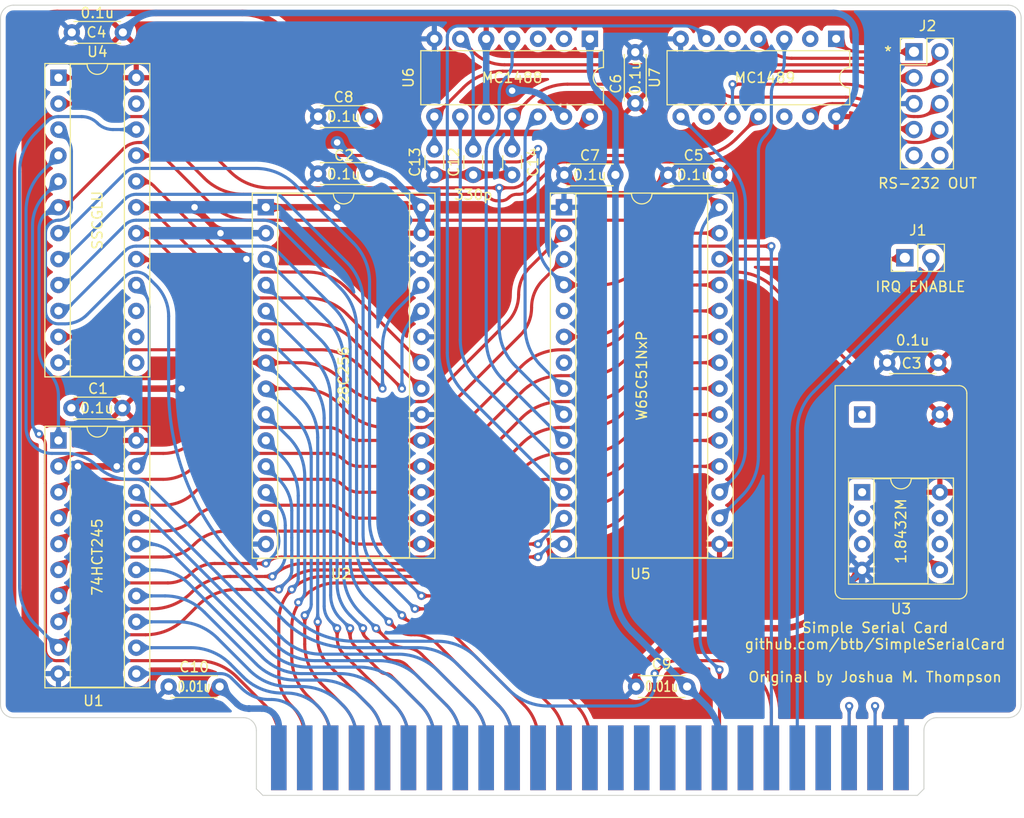
<source format=kicad_pcb>
(kicad_pcb (version 20211014) (generator pcbnew)
  (layers (0 "F.Cu" signal) (31 "B.Cu" signal) (34 "B.Paste" user) (35 "F.Paste" user) (36 "B.SilkS" user "B.Silkscreen") (37 "F.SilkS" user "F.Silkscreen") (38 "B.Mask" user) (39 "F.Mask" user) (44 "Edge.Cuts" user))
  (net 0 "")
  (net 1 "+5V")
  (net 2 "GND")
  (net 3 "Net-(J1-Pad1)")
  (net 4 "~{IRQ}")
  (net 7 "~{IOSTRB}")
  (net 8 "R~{W}")
  (net 9 "A11")
  (net 10 "A10")
  (net 11 "A9")
  (net 12 "A8")
  (net 13 "A7")
  (net 14 "A6")
  (net 15 "A5")
  (net 16 "A4")
  (net 17 "A3")
  (net 18 "A2")
  (net 19 "A1")
  (net 20 "A0")
  (net 21 "~{IOSEL}")
  (net 22 "~{RES}")
  (net 23 "~{DEVSEL}")
  (net 24 "D0")
  (net 25 "D1")
  (net 26 "D2")
  (net 27 "D3")
  (net 28 "D4")
  (net 29 "D5")
  (net 30 "D6")
  (net 31 "D7")
  (net 32 "~{LATCHCE}")
  (net 33 "ROMA10")
  (net 34 "~{ROMOE}")
  (net 35 "ROMA9")
  (net 36 "ROMA8")
  (net 37 "SERCLK")
  (net 38 "Net-(U4-Pad2)")
  (net 39 "Net-(U5-Pad12)")
  (net 40 "Net-(U5-Pad11)")
  (net 41 "Net-(U5-Pad10)")
  (net 42 "Net-(U5-Pad8)")
  (net 43 "Net-(U5-Pad17)")
  (net 44 "Net-(U5-Pad16)")
  (net 45 "PHI2")
  (net 46 "MD7")
  (net 47 "MD6")
  (net 48 "MD5")
  (net 49 "MD4")
  (net 50 "MD3")
  (net 51 "MD2")
  (net 52 "MD1")
  (net 53 "MD0")
  (net 61 "Net-(P1-Pad23)")
  (net 62 "Net-(P1-Pad24)")
  (net 75 "-12V")
  (net 77 "+12V")
  (net 82 "Net-(C12-Pad1)")
  (net 83 "Net-(C13-Pad1)")
  (net 84 "Net-(C14-Pad1)")
  (net 85 "Net-(J2-Pad1)")
  (net 86 "Net-(J2-Pad2)")
  (net 87 "Net-(J2-Pad6)")
  (net 88 "Net-(J2-Pad8)")
  (footprint "Connector_PinHeader_2.54mm:PinHeader_2x05_P2.54mm_Vertical" (layer "F.Cu") (at 191.77 54.61)
    (fp_text reference "J2")
    (fp_text value "RS-232 OUT")
  )
  (footprint "Package_DIP:DIP-20_W7.62mm_Socket" (layer "F.Cu") (at 107.95 92.71)
    (fp_text reference "U1")
    (fp_text value "74HCT245")
  )
  (footprint "Package_DIP:DIP-28_W15.24mm_Socket" (layer "F.Cu") (at 128.27 69.85)
    (fp_text reference "U2")
    (fp_text value "28C256")
  )
  (footprint "Package_DIP:DIP-8_W7.62mm_Socket" (layer "F.Cu") (at 186.69 97.79)
    (fp_text reference "U3")
    (fp_text value "1.8432M")
  )
  (footprint "Package_DIP:DIP-14_W7.62mm" (layer "F.Cu") (at 184.15 53.34 -90)
    (fp_text reference "U7")
    (fp_text value "MC1489")
  )
  (footprint "Capacitor_THT:C_Disc_D4.3mm_W1.9mm_P5.00mm" (layer "F.Cu") (at 138.39 66.548 180)
    (fp_text reference "C2")
    (fp_text value "0.1u")
  )
  (footprint "Capacitor_THT:C_Disc_D4.3mm_W1.9mm_P5.00mm" (layer "F.Cu") (at 194.143 85.09 180)
    (fp_text reference "C3")
    (fp_text value "0.1u")
  )
  (footprint "Capacitor_THT:C_Disc_D4.3mm_W1.9mm_P5.00mm" (layer "F.Cu") (at 114.26 52.705 180)
    (fp_text reference "C4")
    (fp_text value "0.1u")
  )
  (footprint "Capacitor_THT:C_Disc_D4.3mm_W1.9mm_P5.00mm" (layer "F.Cu") (at 172.68 66.675 180)
    (fp_text reference "C5")
    (fp_text value "0.1u")
  )
  (footprint "Capacitor_THT:C_Disc_D4.3mm_W1.9mm_P5.00mm" (layer "F.Cu") (at 157.52 66.675)
    (fp_text reference "C7")
    (fp_text value "0.1u")
  )
  (footprint "Package_DIP:DIP-28_W15.24mm_Socket" (layer "F.Cu") (at 157.48 69.85)
    (fp_text reference "U5")
    (fp_text value "W65C51NxP")
  )
  (footprint "Capacitor_THT:C_Disc_D4.3mm_W1.9mm_P5.00mm" (layer "F.Cu") (at 114.22 89.535 180)
    (fp_text reference "C1")
    (fp_text value "0.1u")
  )
  (footprint "Package_DIP:DIP-14_W7.62mm" (layer "F.Cu") (at 160.02 53.34 -90)
    (fp_text reference "U6")
    (fp_text value "MC1488")
  )
  (footprint "Capacitor_THT:C_Disc_D4.3mm_W1.9mm_P5.00mm" (layer "F.Cu") (at 164.465 59.65 90)
    (fp_text reference "C6")
    (fp_text value "0.1u")
  )
  (footprint "Package_DIP:DIP-24_W7.62mm_Socket" (layer "F.Cu") (at 107.95 57.15)
    (fp_text reference "U4")
    (fp_text value "SSCGLU")
  )
  (footprint "Connector_PinHeader_2.54mm:PinHeader_1x02_P2.54mm_Vertical" (layer "F.Cu") (at 190.881 74.803 90)
    (fp_text reference "J1")
    (fp_text value "IRQ ENABLE")
  )
  (footprint "Capacitor_THT:C_Disc_D4.3mm_W1.9mm_P5.00mm" (layer "F.Cu") (at 138.39 60.96 180)
    (fp_text reference "C8")
    (fp_text value "0.1u")
  )
  (footprint "Capacitor_THT:C_Disc_D3.0mm_W1.6mm_P2.50mm" (layer "F.Cu") (at 152.4 64.175 -90)
    (fp_text reference "C14")
    (fp_text value "330p")
  )
  (footprint "Capacitor_THT:C_Disc_D4.3mm_W1.9mm_P5.00mm" (layer "F.Cu") (at 164.545 116.84)
    (fp_text reference "C9")
    (fp_text value "0.01u")
  )
  (footprint "Capacitor_THT:C_Disc_D3.0mm_W1.6mm_P2.50mm" (layer "F.Cu") (at 144.78 64.175 -90)
    (fp_text reference "C13")
    (fp_text value "330p" hide)
  )
  (footprint "Capacitor_THT:C_Disc_D4.3mm_W1.9mm_P5.00mm" (layer "F.Cu") (at 123.745 116.84 180)
    (fp_text reference "C10")
    (fp_text value "0.01u")
  )
  (footprint "Capacitor_THT:C_Disc_D3.0mm_W1.6mm_P2.50mm" (layer "F.Cu") (at 148.59 64.175 -90)
    (fp_text reference "C12")
    (fp_text value "330p" hide)
  )
  (footprint "Apple2-Bus:Male_Card-Edge_50_pin__100_mil" (layer "F.Cu") (at 160.02 123.825)
    (fp_text reference "P1" hide)
    (fp_text value "A2Bus")
  )
  (footprint "Oscillator:Oscillator_DIP-14" (layer "F.Cu") (at 186.69 90.17 -90)
    (fp_text reference "ALT_U3" hide)
    (fp_text value "1.8432M" hide)
  )
  (gr_line (start 201.0025 50.038) (end 103.5425 50.038) (layer "Edge.Cuts") (width 0.1))
  (gr_line (start 103.5425 119.888) (end 126.0725 119.888) (layer "Edge.Cuts") (width 0.1))
  (gr_arc (start 192.7475 121.158) (mid 193.119474 120.259974) (end 194.0175 119.888) (layer "Edge.Cuts") (width 0.1))
  (gr_line (start 194.0175 119.888) (end 201.0025 119.888) (layer "Edge.Cuts") (width 0.1))
  (gr_arc (start 102.2725 51.308) (mid 102.644474 50.409974) (end 103.5425 50.038) (layer "Edge.Cuts") (width 0.1))
  (gr_line (start 102.2725 118.618) (end 102.2725 51.308) (layer "Edge.Cuts") (width 0.1))
  (gr_arc (start 202.2725 118.618) (mid 201.900526 119.516026) (end 201.0025 119.888) (layer "Edge.Cuts") (width 0.1))
  (gr_arc (start 103.5425 119.888) (mid 102.644474 119.516026) (end 102.2725 118.618) (layer "Edge.Cuts") (width 0.1))
  (gr_arc (start 126.0725 119.888) (mid 126.970526 120.259974) (end 127.3425 121.158) (layer "Edge.Cuts") (width 0.1))
  (gr_line (start 192.1125 127.508) (end 127.9775 127.508) (layer "Edge.Cuts") (width 0.1))
  (gr_line (start 192.7475 126.873) (end 192.1125 127.508) (layer "Edge.Cuts") (width 0.1))
  (gr_line (start 127.3425 126.873) (end 127.9775 127.508) (layer "Edge.Cuts") (width 0.1))
  (gr_line (start 192.7475 121.158) (end 192.7475 126.873) (layer "Edge.Cuts") (width 0.1))
  (gr_arc (start 201.0025 50.038) (mid 201.900526 50.409974) (end 202.2725 51.308) (layer "Edge.Cuts") (width 0.1))
  (gr_line (start 202.2725 118.618) (end 202.2725 51.308) (layer "Edge.Cuts") (width 0.1))
  (gr_line (start 127.3425 121.158) (end 127.3425 126.873) (layer "Edge.Cuts") (width 0.1))
  (gr_text "Simple Serial Card\ngithub.com/btb/SimpleSerialCard\n\nOriginal by Joshua M. Thompson\n\n" (at 187.96 114.3) (layer "F.SilkS") (effects (font (size 1 1))))
  (gr_text "*" (at 189.23 54.605) (layer "F.SilkS") (effects (font (size 1 1))))
  (segment (start 197.485 102.397683) (end 197.485 101.933232) (width 0.635) (layer "F.Cu") (net 1))
  (segment (start 192.093792 111.436207) (end 195.891207 107.638792) (width 0.635) (layer "F.Cu") (net 1))
  (segment (start 197.485 100.694696) (end 197.485 101.933232) (width 0.635) (layer "F.Cu") (net 1))
  (segment (start 195.8975 97.79) (end 194.31 97.79) (width 0.635) (layer "F.Cu") (net 1))
  (segment (start 197.485 103.326585) (end 197.485 103.636219) (width 0.635) (layer "F.Cu") (net 1))
  (segment (start 197.485 96.2025) (end 197.485 95.5675) (width 0.635) (layer "F.Cu") (net 1))
  (segment (start 197.485 103.016951) (end 197.485 103.326585) (width 0.635) (layer "F.Cu") (net 1))
  (segment (start 190.5 115.283963) (end 190.5 123.825) (width 0.635) (layer "F.Cu") (net 1))
  (segment (start 197.485 99.3775) (end 197.485 96.2025) (width 0.635) (layer "F.Cu") (net 1))
  (segment (start 197.485 102.707317) (end 197.485 103.016951) (width 0.635) (layer "F.Cu") (net 1))
  (segment (start 197.485 99.3775) (end 197.485 100.694696) (width 0.635) (layer "F.Cu") (net 1))
  (segment (start 197.485 102.397683) (end 197.485 102.707317) (width 0.635) (layer "F.Cu") (net 1))
  (segment (start 195.913455 91.773455) (end 194.31 90.17) (width 0.635) (layer "F.Cu") (net 1))
  (segment (start 197.485 103.791036) (end 197.485 103.636219) (width 0.635) (layer "F.Cu") (net 1))
  (via (at 135.255 63.5) (size 1.27) (drill 0.635) (layers "F.Cu" "B.Cu") (net 1))
  (via (at 152.4 58.42) (size 1.27) (drill 0.635) (layers "F.Cu" "B.Cu") (net 1))
  (arc (start 197.485 96.2025) (mid 197.020032 97.325032) (end 195.8975 97.79) (width 0.635) (layer "F.Cu") (net 1))
  (arc (start 197.485 99.3775) (mid 197.020032 98.254967) (end 195.8975 97.79) (width 0.635) (layer "F.Cu") (net 1))
  (arc (start 197.485 95.5675) (mid 197.076568 93.514177) (end 195.913455 91.773455) (width 0.635) (layer "F.Cu") (net 1))
  (arc (start 197.485 103.791036) (mid 197.070786 105.873426) (end 195.891207 107.638792) (width 0.635) (layer "F.Cu") (net 1))
  (arc (start 192.093792 111.436207) (mid 190.914213 113.201572) (end 190.5 115.283963) (width 0.635) (layer "F.Cu") (net 1))
  (segment (start 152.4 58.42) (end 153.67 58.42) (width 0.635) (layer "B.Cu") (net 1))
  (segment (start 183.886974 50.8) (end 117.512038 50.8) (width 0.635) (layer "B.Cu") (net 1))
  (segment (start 149.86 60.96) (end 149.86 53.34) (width 0.635) (layer "B.Cu") (net 1))
  (segment (start 138.3465 66.548) (end 138.357375 66.548) (width 0.635) (layer "B.Cu") (net 1))
  (segment (start 139.299 66.548) (end 138.564 66.548) (width 0.635) (layer "B.Cu") (net 1))
  (segment (start 138.444375 66.548) (end 138.422625 66.548) (width 0.635) (layer "B.Cu") (net 1))
  (segment (start 138.477 66.548) (end 138.444375 66.548) (width 0.635) (layer "B.Cu") (net 1))
  (segment (start 138.27224 66.51724) (end 135.255 63.5) (width 0.635) (layer "B.Cu") (net 1))
  (segment (start 138.564 66.548) (end 138.477 66.548) (width 0.635) (layer "B.Cu") (net 1))
  (segment (start 185.1025 60.0075) (end 184.15 60.96) (width 0.635) (layer "B.Cu") (net 1))
  (segment (start 115.2125 51.7525) (end 114.26 52.705) (width 0.635) (layer "B.Cu") (net 1))
  (segment (start 143.51 69.85) (end 140.85076 67.19076) (width 0.635) (layer "B.Cu") (net 1))
  (segment (start 155.838025 59.318025) (end 157.48 60.96) (width 0.635) (layer "B.Cu") (net 1))
  (segment (start 186.055 57.707961) (end 186.055 52.968025) (width 0.635) (layer "B.Cu") (net 1))
  (segment (start 138.422625 66.548) (end 138.400875 66.548) (width 0.635) (layer "B.Cu") (net 1))
  (segment (start 143.51 69.85) (end 143.51 72.39) (width 0.635) (layer "B.Cu") (net 1))
  (segment (start 138.379125 66.548) (end 138.400875 66.548) (width 0.635) (layer "B.Cu") (net 1))
  (segment (start 138.379125 66.548) (end 138.357375 66.548) (width 0.635) (layer "B.Cu") (net 1))
  (arc (start 186.055 52.968025) (mid 185.889968 52.138357) (end 185.42 51.435) (width 0.635) (layer "B.Cu") (net 1))
  (arc (start 140.85076 67.19076) (mid 140.138806 66.715047) (end 139.299 66.548) (width 0.635) (layer "B.Cu") (net 1))
  (arc (start 153.67 58.42) (mid 154.843326 58.653389) (end 155.838025 59.318025) (width 0.635) (layer "B.Cu") (net 1))
  (arc (start 117.512038 50.8) (mid 116.267537 51.047546) (end 115.2125 51.7525) (width 0.635) (layer "B.Cu") (net 1))
  (arc (start 183.886974 50.8) (mid 184.716641 50.965031) (end 185.42 51.435) (width 0.635) (layer "B.Cu") (net 1))
  (arc (start 185.1025 60.0075) (mid 185.807453 58.952462) (end 186.055 57.707961) (width 0.635) (layer "B.Cu") (net 1))
  (arc (start 138.27224 66.51724) (mid 138.306311 66.540005) (end 138.3465 66.548) (width 0.635) (layer "B.Cu") (net 1))
  (segment (start 148.59 66.675) (end 144.78 66.675) (width 0.635) (layer "F.Cu") (net 2))
  (segment (start 160.772038 68.58) (end 164.427961 68.58) (width 0.635) (layer "F.Cu") (net 2))
  (segment (start 112.472038 87.63) (end 120.015 87.63) (width 0.635) (layer "F.Cu") (net 2))
  (segment (start 182.568792 109.531207) (end 186.69 105.41) (width 0.635) (layer "F.Cu") (net 2))
  (segment (start 123.825 72.39) (end 121.285 69.85) (width 0.635) (layer "F.Cu") (net 2))
  (segment (start 165.022297 115.012702) (end 167.316206 112.718792) (width 0.635) (layer "F.Cu") (net 2))
  (segment (start 113.665 95.25) (end 109.855 95.25) (width 0.635) (layer "F.Cu") (net 2))
  (segment (start 158.4725 67.6275) (end 157.52 66.675) (width 0.635) (layer "F.Cu") (net 2))
  (segment (start 166.7275 67.6275) (end 167.68 66.675) (width 0.635) (layer "F.Cu") (net 2))
  (segment (start 148.59 66.675) (end 152.4 66.675) (width 0.635) (layer "F.Cu") (net 2))
  (segment (start 164.545 116.165) (end 164.545 116.84) (width 0.635) (layer "F.Cu") (net 2))
  (segment (start 110.1725 88.5825) (end 109.22 89.535) (width 0.635) (layer "F.Cu") (net 2))
  (segment (start 135.255 69.85) (end 128.27 69.85) (width 0.635) (layer "F.Cu") (net 2))
  (segment (start 123.825 72.39) (end 126.365 74.93) (width 0.635) (layer "F.Cu") (net 2))
  (segment (start 178.721036 111.125) (end 171.163963 111.125) (width 0.635) (layer "F.Cu") (net 2))
  (via (at 126.365 74.93) (size 1.27) (drill 0.635) (layers "F.Cu" "B.Cu") (net 2))
  (via (at 109.855 95.25) (size 1.27) (drill 0.635) (layers "F.Cu" "B.Cu") (net 2))
  (via (at 123.825 72.39) (size 1.27) (drill 0.635) (layers "F.Cu" "B.Cu") (net 2))
  (via (at 120.015 87.63) (size 1.27) (drill 0.635) (layers "F.Cu" "B.Cu") (net 2))
  (via (at 135.255 69.85) (size 1.27) (drill 0.635) (layers "F.Cu" "B.Cu") (net 2))
  (via (at 121.285 69.85) (size 1.27) (drill 0.635) (layers "F.Cu" "B.Cu") (net 2))
  (via (at 113.665 95.25) (size 1.27) (drill 0.635) (layers "F.Cu" "B.Cu") (net 2))
  (arc (start 165.022297 115.012702) (mid 164.669045 115.541381) (end 164.545 116.165) (width 0.635) (layer "F.Cu") (net 2))
  (arc (start 171.163963 111.125) (mid 169.081572 111.539213) (end 167.316206 112.718792) (width 0.635) (layer "F.Cu") (net 2))
  (arc (start 112.472038 87.63) (mid 111.227537 87.877546) (end 110.1725 88.5825) (width 0.635) (layer "F.Cu") (net 2))
  (arc (start 160.772038 68.58) (mid 159.527537 68.332453) (end 158.4725 67.6275) (width 0.635) (layer "F.Cu") (net 2))
  (arc (start 182.568792 109.531207) (mid 180.803426 110.710786) (end 178.721036 111.125) (width 0.635) (layer "F.Cu") (net 2))
  (arc (start 164.427961 68.58) (mid 165.672462 68.332453) (end 166.7275 67.6275) (width 0.635) (layer "F.Cu") (net 2))
  (segment (start 190.5 114.3) (end 190.5 114.6175) (width 0.635) (layer "B.Cu") (net 2))
  (segment (start 186.69 107.315) (end 186.69 105.41) (width 0.635) (layer "B.Cu") (net 2))
  (segment (start 113.665 94.615) (end 113.665 95.25) (width 0.635) (layer "B.Cu") (net 2))
  (segment (start 121.285 69.85) (end 128.27 69.85) (width 0.635) (layer "B.Cu") (net 2))
  (segment (start 189.601974 112.131974) (end 188.037038 110.567038) (width 0.635) (layer "B.Cu") (net 2))
  (segment (start 190.5 115.8875) (end 190.5 116.5225) (width 0.635) (layer "B.Cu") (net 2))
  (segment (start 135.255 69.85) (end 135.255 69.1315) (width 0.635) (layer "B.Cu") (net 2))
  (segment (start 190.5 116.5225) (end 190.5 117.1575) (width 0.635) (layer "B.Cu") (net 2))
  (segment (start 190.5 115.8875) (end 190.5 115.2525) (width 0.635) (layer "B.Cu") (net 2))
  (segment (start 190.5 120.65) (end 190.5 123.825) (width 0.635) (layer "B.Cu") (net 2))
  (segment (start 134.746943 67.904943) (end 133.39 66.548) (width 0.635) (layer "B.Cu") (net 2))
  (segment (start 190.5 118.11) (end 190.5 120.65) (width 0.635) (layer "B.Cu") (net 2))
  (segment (start 190.5 114.6175) (end 190.5 115.2525) (width 0.635) (layer "B.Cu") (net 2))
  (segment (start 123.825 72.39) (end 128.27 72.39) (width 0.635) (layer "B.Cu") (net 2))
  (segment (start 113.215987 93.530987) (end 109.22 89.535) (width 0.635) (layer "B.Cu") (net 2))
  (segment (start 190.5 118.11) (end 190.5 117.1575) (width 0.635) (layer "B.Cu") (net 2))
  (arc (start 189.601974 112.131974) (mid 190.26661 113.126672) (end 190.5 114.3) (width 0.635) (layer "B.Cu") (net 2))
  (arc (start 134.746943 67.904943) (mid 135.12296 68.467692) (end 135.255 69.1315) (width 0.635) (layer "B.Cu") (net 2))
  (arc (start 186.69 107.315) (mid 187.040083 109.07499) (end 188.037038 110.567038) (width 0.635) (layer "B.Cu") (net 2))
  (arc (start 113.665 94.615) (mid 113.548305 94.028336) (end 113.215987 93.530987) (width 0.635) (layer "B.Cu") (net 2))
  (segment (start 190.664197 74.93) (end 172.72 74.93) (width 0.3048) (layer "F.Cu") (net 3))
  (segment (start 190.8175 74.8665) (end 190.881 74.803) (width 0.3048) (layer "F.Cu") (net 3))
  (arc (start 190.8175 74.8665) (mid 190.747164 74.913496) (end 190.664197 74.93) (width 0.3048) (layer "F.Cu") (net 3))
  (segment (start 180.34 91.788963) (end 180.34 123.825) (width 0.3048) (layer "B.Cu") (net 4))
  (segment (start 193.421 75.6285) (end 193.421 74.803) (width 0.3048) (layer "B.Cu") (net 4))
  (segment (start 192.837283 77.037716) (end 181.933792 87.941207) (width 0.3048) (layer "B.Cu") (net 4))
  (arc (start 181.933792 87.941207) (mid 180.754213 89.706572) (end 180.34 91.788963) (width 0.3048) (layer "B.Cu") (net 4))
  (arc (start 192.837283 77.037716) (mid 193.269296 76.391162) (end 193.421 75.6285) (width 0.3048) (layer "B.Cu") (net 4))
  (segment (start 177.8 123.825) (end 177.8 119.38) (width 0.3048) (layer "F.Cu") (net 7))
  (segment (start 172.72 114.3) (end 168.538025 114.3) (width 0.3048) (layer "F.Cu") (net 7))
  (segment (start 167.005 114.935) (end 166.37 115.57) (width 0.3048) (layer "F.Cu") (net 7))
  (via (at 166.37 115.57) (size 0.8) (drill 0.4) (layers "F.Cu" "B.Cu") (net 7))
  (arc (start 177.8 119.38) (mid 176.312102 115.787898) (end 172.72 114.3) (width 0.3048) (layer "F.Cu") (net 7))
  (arc (start 168.538025 114.3) (mid 167.708357 114.465031) (end 167.005 114.935) (width 0.3048) (layer "F.Cu") (net 7))
  (segment (start 145.066036 112.395) (end 136.942102 112.395) (width 0.3048) (layer "B.Cu") (net 7))
  (segment (start 109.22 69.85) (end 109.22 64.398025) (width 0.3048) (layer "B.Cu") (net 7))
  (segment (start 114.485987 76.649012) (end 110.753025 80.381974) (width 0.3048) (layer "B.Cu") (net 7))
  (segment (start 106.68 80.01) (end 106.68 72.39) (width 0.3048) (layer "B.Cu") (net 7))
  (segment (start 152.076207 117.151207) (end 148.913792 113.988792) (width 0.3048) (layer "B.Cu") (net 7))
  (segment (start 130.81 109.855) (end 125.929205 104.974205) (width 0.3048) (layer "B.Cu") (net 7))
  (segment (start 108.585 62.865) (end 107.95 62.23) (width 0.3048) (layer "B.Cu") (net 7))
  (segment (start 117.475 77.47) (end 116.654012 76.649012) (width 0.3048) (layer "B.Cu") (net 7))
  (segment (start 108.585 81.28) (end 107.95 81.28) (width 0.3048) (layer "B.Cu") (net 7))
  (segment (start 118.745 87.63) (end 118.745 80.536051) (width 0.3048) (layer "B.Cu") (net 7))
  (segment (start 166.37 115.57) (end 166.37 116.576974) (width 0.3048) (layer "B.Cu") (net 7))
  (segment (start 164.201974 118.745) (end 155.923963 118.745) (width 0.3048) (layer "B.Cu") (net 7))
  (arc (start 106.68 72.39) (mid 107.051974 71.491974) (end 107.95 71.12) (width 0.3048) (layer "B.Cu") (net 7))
  (arc (start 136.942102 112.395) (mid 133.623432 111.734876) (end 130.81 109.855) (width 0.3048) (layer "B.Cu") (net 7))
  (arc (start 110.753025 80.381974) (mid 109.758326 81.04661) (end 108.585 81.28) (width 0.3048) (layer "B.Cu") (net 7))
  (arc (start 125.929205 104.974205) (mid 120.612114 97.016616) (end 118.745 87.63) (width 0.3048) (layer "B.Cu") (net 7))
  (arc (start 155.923963 118.745) (mid 153.841572 118.330786) (end 152.076207 117.151207) (width 0.3048) (layer "B.Cu") (net 7))
  (arc (start 109.22 64.398025) (mid 109.054968 63.568357) (end 108.585 62.865) (width 0.3048) (layer "B.Cu") (net 7))
  (arc (start 165.735 118.11) (mid 165.031641 118.579968) (end 164.201974 118.745) (width 0.3048) (layer "B.Cu") (net 7))
  (arc (start 115.57 76.2) (mid 114.983336 76.316694) (end 114.485987 76.649012) (width 0.3048) (layer "B.Cu") (net 7))
  (arc (start 166.37 116.576974) (mid 166.204968 117.406641) (end 165.735 118.11) (width 0.3048) (layer "B.Cu") (net 7))
  (arc (start 107.95 81.28) (mid 107.051974 80.908026) (end 106.68 80.01) (width 0.3048) (layer "B.Cu") (net 7))
  (arc (start 148.913792 113.988792) (mid 147.148426 112.809213) (end 145.066036 112.395) (width 0.3048) (layer "B.Cu") (net 7))
  (arc (start 116.654012 76.649012) (mid 116.156663 76.316694) (end 115.57 76.2) (width 0.3048) (layer "B.Cu") (net 7))
  (arc (start 107.95 71.12) (mid 108.848026 70.748026) (end 109.22 69.85) (width 0.3048) (layer "B.Cu") (net 7))
  (arc (start 118.745 80.536051) (mid 118.414937 78.876716) (end 117.475 77.47) (width 0.3048) (layer "B.Cu") (net 7))
  (segment (start 122.231207 66.986207) (end 120.092038 64.847038) (width 0.3048) (layer "F.Cu") (net 8))
  (segment (start 116.84 63.5) (end 115.833025 63.5) (width 0.3048) (layer "F.Cu") (net 8))
  (segment (start 172.72 69.85) (end 168.724013 65.854013) (width 0.3048) (layer "F.Cu") (net 8))
  (segment (start 114.3 64.135) (end 113.3475 65.0875) (width 0.3048) (layer "F.Cu") (net 8))
  (segment (start 167.64 65.405) (end 157.48 65.405) (width 0.3048) (layer "F.Cu") (net 8))
  (segment (start 155.2575 66.9925) (end 154.119012 68.130987) (width 0.3048) (layer "F.Cu") (net 8))
  (segment (start 149.410987 68.58) (end 126.078963 68.58) (width 0.3048) (layer "F.Cu") (net 8))
  (segment (start 156.395987 65.854013) (end 155.2575 66.9925) (width 0.3048) (layer "F.Cu") (net 8))
  (segment (start 151.315987 69.215) (end 150.944012 69.215) (width 0.3048) (layer "F.Cu") (net 8))
  (segment (start 113.3475 65.0875) (end 108.809506 69.625493) (width 0.3048) (layer "F.Cu") (net 8))
  (segment (start 153.035 68.58) (end 152.849012 68.58) (width 0.3048) (layer "F.Cu") (net 8))
  (segment (start 172.72 115.189) (end 172.72 123.825) (width 0.3048) (layer "F.Cu") (net 8))
  (segment (start 108.2675 69.85) (end 107.95 69.85) (width 0.3048) (layer "F.Cu") (net 8))
  (via (at 172.72 115.189) (size 0.8) (drill 0.4) (layers "F.Cu" "B.Cu") (net 8))
  (arc (start 126.078963 68.58) (mid 123.996572 68.165786) (end 122.231207 66.986207) (width 0.3048) (layer "F.Cu") (net 8))
  (arc (start 108.809506 69.625493) (mid 108.560831 69.791652) (end 108.2675 69.85) (width 0.3048) (layer "F.Cu") (net 8))
  (arc (start 120.092038 64.847038) (mid 118.59999 63.850083) (end 116.84 63.5) (width 0.3048) (layer "F.Cu") (net 8))
  (arc (start 154.119012 68.130987) (mid 153.621663 68.463305) (end 153.035 68.58) (width 0.3048) (layer "F.Cu") (net 8))
  (arc (start 152.0825 68.8975) (mid 151.73082 69.132484) (end 151.315987 69.215) (width 0.3048) (layer "F.Cu") (net 8))
  (arc (start 152.849012 68.58) (mid 152.434178 68.662515) (end 152.0825 68.8975) (width 0.3048) (layer "F.Cu") (net 8))
  (arc (start 150.1775 68.8975) (mid 149.82582 68.662515) (end 149.410987 68.58) (width 0.3048) (layer "F.Cu") (net 8))
  (arc (start 150.944012 69.215) (mid 150.529178 69.132484) (end 150.1775 68.8975) (width 0.3048) (layer "F.Cu") (net 8))
  (arc (start 168.724013 65.854013) (mid 168.226664 65.521695) (end 167.64 65.405) (width 0.3048) (layer "F.Cu") (net 8))
  (arc (start 157.48 65.405) (mid 156.893336 65.521695) (end 156.395987 65.854013) (width 0.3048) (layer "F.Cu") (net 8))
  (arc (start 115.833025 63.5) (mid 115.003358 63.665031) (end 114.3 64.135) (width 0.3048) (layer "F.Cu") (net 8))
  (segment (start 172.72 115.189) (end 171.7675 114.3) (width 0.3048) (layer "B.Cu") (net 8))
  (segment (start 107.6325 69.85) (end 107.95 69.85) (width 0.3048) (layer "B.Cu") (net 8))
  (segment (start 107.95 88.342038) (end 107.95 92.71) (width 0.3048) (layer "B.Cu") (net 8))
  (segment (start 170.815 112.108088) (end 170.815 73.102038) (width 0.3048) (layer "B.Cu") (net 8))
  (segment (start 107.090493 70.074506) (end 106.679999 70.484999) (width 0.3048) (layer "B.Cu") (net 8))
  (segment (start 106.045 83.742961) (end 106.045 72.018025) (width 0.3048) (layer "B.Cu") (net 8))
  (segment (start 171.7675 70.8025) (end 172.72 69.85) (width 0.3048) (layer "B.Cu") (net 8))
  (arc (start 107.6325 69.85) (mid 107.339168 69.908347) (end 107.090493 70.074506) (width 0.3048) (layer "B.Cu") (net 8))
  (arc (start 171.7675 70.8025) (mid 171.062546 71.857537) (end 170.815 73.102038) (width 0.3048) (layer "B.Cu") (net 8))
  (arc (start 106.045 83.742961) (mid 106.292546 84.987462) (end 106.9975 86.0425) (width 0.3048) (layer "B.Cu") (net 8))
  (arc (start 106.679999 70.484999) (mid 106.21003 71.188357) (end 106.045 72.018025) (width 0.3048) (layer "B.Cu") (net 8))
  (arc (start 170.815 112.108088) (mid 171.063415 113.30305) (end 171.7675 114.3) (width 0.3048) (layer "B.Cu") (net 8))
  (arc (start 107.95 88.342038) (mid 107.702453 87.097537) (end 106.9975 86.0425) (width 0.3048) (layer "B.Cu") (net 8))
  (segment (start 145.7325 107.95) (end 143.51 107.95) (width 0.3048) (layer "F.Cu") (net 9))
  (segment (start 160.02 121.92) (end 160.02 123.825) (width 0.3048) (layer "F.Cu") (net 9))
  (segment (start 158.672961 118.667961) (end 149.526544 109.521544) (width 0.3048) (layer "F.Cu") (net 9))
  (via (at 143.51 107.95) (size 0.8) (drill 0.4) (layers "F.Cu" "B.Cu") (net 9))
  (arc (start 158.672961 118.667961) (mid 159.669915 120.160009) (end 160.02 121.92) (width 0.3048) (layer "F.Cu") (net 9))
  (arc (start 145.7325 107.95) (mid 147.785822 108.35843) (end 149.526544 109.521544) (width 0.3048) (layer "F.Cu") (net 9))
  (segment (start 143.51 107.95) (end 140.023792 104.463792) (width 0.3048) (layer "B.Cu") (net 9))
  (segment (start 136.836207 73.336207) (end 131.133792 67.633792) (width 0.3048) (layer "B.Cu") (net 9))
  (segment (start 127.286036 66.04) (end 115.57 66.04) (width 0.3048) (layer "B.Cu") (net 9))
  (segment (start 113.03 67.945) (end 108.809506 72.165493) (width 0.3048) (layer "B.Cu") (net 9))
  (segment (start 108.2675 72.39) (end 107.95 72.39) (width 0.3048) (layer "B.Cu") (net 9))
  (segment (start 114.485987 66.489013) (end 113.03 67.945) (width 0.3048) (layer "B.Cu") (net 9))
  (segment (start 138.43 100.616036) (end 138.43 77.183963) (width 0.3048) (layer "B.Cu") (net 9))
  (arc (start 108.809506 72.165493) (mid 108.560831 72.331652) (end 108.2675 72.39) (width 0.3048) (layer "B.Cu") (net 9))
  (arc (start 115.57 66.04) (mid 114.983336 66.156695) (end 114.485987 66.489013) (width 0.3048) (layer "B.Cu") (net 9))
  (arc (start 131.133792 67.633792) (mid 129.368426 66.454213) (end 127.286036 66.04) (width 0.3048) (layer "B.Cu") (net 9))
  (arc (start 138.43 77.183963) (mid 138.015786 75.101572) (end 136.836207 73.336207) (width 0.3048) (layer "B.Cu") (net 9))
  (arc (start 140.023792 104.463792) (mid 138.844213 102.698426) (end 138.43 100.616036) (width 0.3048) (layer "B.Cu") (net 9))
  (segment (start 142.875 109.22) (end 144.78 109.22) (width 0.3048) (layer "F.Cu") (net 10))
  (segment (start 157.48 121.92) (end 157.48 123.825) (width 0.3048) (layer "F.Cu") (net 10))
  (segment (start 148.032038 110.567038) (end 156.132961 118.667961) (width 0.3048) (layer "F.Cu") (net 10))
  (via (at 142.875 109.22) (size 0.8) (drill 0.4) (layers "F.Cu" "B.Cu") (net 10))
  (arc (start 157.48 121.92) (mid 157.129915 120.160009) (end 156.132961 118.667961) (width 0.3048) (layer "F.Cu") (net 10))
  (arc (start 148.032038 110.567038) (mid 146.53999 109.570083) (end 144.78 109.22) (width 0.3048) (layer "F.Cu") (net 10))
  (segment (start 137.795 79.088963) (end 137.795 101.886036) (width 0.3048) (layer "B.Cu") (net 10))
  (segment (start 112.395 71.12) (end 114.485987 69.029013) (width 0.3048) (layer "B.Cu") (net 10))
  (segment (start 127.9525 68.58) (end 129.2225 68.58) (width 0.3048) (layer "B.Cu") (net 10))
  (segment (start 108.809506 74.705493) (end 112.395 71.12) (width 0.3048) (layer "B.Cu") (net 10))
  (segment (start 107.95 74.93) (end 108.2675 74.93) (width 0.3048) (layer "B.Cu") (net 10))
  (segment (start 115.57 68.58) (end 127.9525 68.58) (width 0.3048) (layer "B.Cu") (net 10))
  (segment (start 129.764506 68.804506) (end 129.903997 68.943997) (width 0.3048) (layer "B.Cu") (net 10))
  (segment (start 139.388792 105.733792) (end 142.875 109.22) (width 0.3048) (layer "B.Cu") (net 10))
  (segment (start 129.903997 68.943997) (end 136.201207 75.241207) (width 0.3048) (layer "B.Cu") (net 10))
  (arc (start 137.795 101.886036) (mid 138.209213 103.968426) (end 139.388792 105.733792) (width 0.3048) (layer "B.Cu") (net 10))
  (arc (start 114.485987 69.029013) (mid 114.983336 68.696695) (end 115.57 68.58) (width 0.3048) (layer "B.Cu") (net 10))
  (arc (start 136.201207 75.241207) (mid 137.380786 77.006572) (end 137.795 79.088963) (width 0.3048) (layer "B.Cu") (net 10))
  (arc (start 129.2225 68.58) (mid 129.515831 68.638347) (end 129.764506 68.804506) (width 0.3048) (layer "B.Cu") (net 10))
  (arc (start 108.2675 74.93) (mid 108.560831 74.871652) (end 108.809506 74.705493) (width 0.3048) (layer "B.Cu") (net 10))
  (segment (start 153.592961 118.667961) (end 146.537532 111.612532) (width 0.3048) (layer "F.Cu") (net 11))
  (segment (start 143.8275 110.49) (end 142.689012 110.49) (width 0.3048) (layer "F.Cu") (net 11))
  (segment (start 141.9225 110.1725) (end 141.605 109.855) (width 0.3048) (layer "F.Cu") (net 11))
  (segment (start 154.94 121.92) (end 154.94 123.825) (width 0.3048) (layer "F.Cu") (net 11))
  (via (at 141.605 109.855) (size 0.8) (drill 0.4) (layers "F.Cu" "B.Cu") (net 11))
  (arc (start 143.8275 110.49) (mid 145.294158 110.781736) (end 146.537532 111.612532) (width 0.3048) (layer "F.Cu") (net 11))
  (arc (start 154.94 121.92) (mid 154.589915 120.160009) (end 153.592961 118.667961) (width 0.3048) (layer "F.Cu") (net 11))
  (arc (start 141.9225 110.1725) (mid 142.274178 110.407484) (end 142.689012 110.49) (width 0.3048) (layer "F.Cu") (net 11))
  (segment (start 114.485987 71.569013) (end 112.395 73.66) (width 0.3048) (layer "B.Cu") (net 11))
  (segment (start 141.605 109.855) (end 138.753792 107.003792) (width 0.3048) (layer "B.Cu") (net 11))
  (segment (start 112.395 73.66) (end 108.809506 77.245493) (width 0.3048) (layer "B.Cu") (net 11))
  (segment (start 137.16 103.156036) (end 137.16 81.628963) (width 0.3048) (layer "B.Cu") (net 11))
  (segment (start 135.566207 77.781207) (end 129.54 71.755) (width 0.3048) (layer "B.Cu") (net 11))
  (segment (start 115.833025 71.12) (end 115.57 71.12) (width 0.3048) (layer "B.Cu") (net 11))
  (segment (start 108.2675 77.47) (end 107.95 77.47) (width 0.3048) (layer "B.Cu") (net 11))
  (segment (start 128.006975 71.12) (end 115.833025 71.12) (width 0.3048) (layer "B.Cu") (net 11))
  (arc (start 137.16 81.628963) (mid 136.745786 79.546572) (end 135.566207 77.781207) (width 0.3048) (layer "B.Cu") (net 11))
  (arc (start 115.57 71.12) (mid 114.983336 71.236695) (end 114.485987 71.569013) (width 0.3048) (layer "B.Cu") (net 11))
  (arc (start 129.54 71.755) (mid 128.836642 71.285031) (end 128.006975 71.12) (width 0.3048) (layer "B.Cu") (net 11))
  (arc (start 108.809506 77.245493) (mid 108.560831 77.411652) (end 108.2675 77.47) (width 0.3048) (layer "B.Cu") (net 11))
  (arc (start 138.753792 107.003792) (mid 137.574213 105.238426) (end 137.16 103.156036) (width 0.3048) (layer "B.Cu") (net 11))
  (segment (start 142.503025 111.76) (end 142.875 111.76) (width 0.3048) (layer "F.Cu") (net 12))
  (segment (start 140.335 110.49) (end 140.97 111.125) (width 0.3048) (layer "F.Cu") (net 12))
  (segment (start 152.4 121.92) (end 152.4 123.825) (width 0.3048) (layer "F.Cu") (net 12))
  (segment (start 145.043025 112.658025) (end 151.052961 118.667961) (width 0.3048) (layer "F.Cu") (net 12))
  (via (at 140.335 110.49) (size 0.8) (drill 0.4) (layers "F.Cu" "B.Cu") (net 12))
  (arc (start 142.503025 111.76) (mid 141.673357 111.594968) (end 140.97 111.125) (width 0.3048) (layer "F.Cu") (net 12))
  (arc (start 142.875 111.76) (mid 144.048326 111.993389) (end 145.043025 112.658025) (width 0.3048) (layer "F.Cu") (net 12))
  (arc (start 152.4 121.92) (mid 152.049915 120.160009) (end 151.052961 118.667961) (width 0.3048) (layer "F.Cu") (net 12))
  (segment (start 108.2675 80.01) (end 107.95 80.01) (width 0.3048) (layer "B.Cu") (net 12))
  (segment (start 113.03 75.565) (end 108.809506 79.785493) (width 0.3048) (layer "B.Cu") (net 12))
  (segment (start 134.931207 79.686207) (end 129.54 74.295) (width 0.3048) (layer "B.Cu") (net 12))
  (segment (start 128.006975 73.66) (end 115.57 73.66) (width 0.3048) (layer "B.Cu") (net 12))
  (segment (start 140.335 110.49) (end 138.118792 108.273792) (width 0.3048) (layer "B.Cu") (net 12))
  (segment (start 136.525 104.426036) (end 136.525 83.533963) (width 0.3048) (layer "B.Cu") (net 12))
  (segment (start 114.485987 74.109013) (end 113.03 75.565) (width 0.3048) (layer "B.Cu") (net 12))
  (arc (start 138.118792 108.273792) (mid 136.939213 106.508426) (end 136.525 104.426036) (width 0.3048) (layer "B.Cu") (net 12))
  (arc (start 115.57 73.66) (mid 114.983336 73.776695) (end 114.485987 74.109013) (width 0.3048) (layer "B.Cu") (net 12))
  (arc (start 108.809506 79.785493) (mid 108.560831 79.951652) (end 108.2675 80.01) (width 0.3048) (layer "B.Cu") (net 12))
  (arc (start 129.54 74.295) (mid 128.836642 73.825031) (end 128.006975 73.66) (width 0.3048) (layer "B.Cu") (net 12))
  (arc (start 136.525 83.533963) (mid 136.110786 81.451572) (end 134.931207 79.686207) (width 0.3048) (layer "B.Cu") (net 12))
  (segment (start 148.512961 118.667961) (end 143.548519 113.703519) (width 0.3048) (layer "F.Cu") (net 13))
  (segment (start 149.86 121.92) (end 149.86 123.825) (width 0.3048) (layer "F.Cu") (net 13))
  (segment (start 140.29648 112.35648) (end 139.065 111.125) (width 0.3048) (layer "F.Cu") (net 13))
  (via (at 139.065 111.125) (size 0.8) (drill 0.4) (layers "F.Cu" "B.Cu") (net 13))
  (arc (start 149.86 121.92) (mid 149.509915 120.160009) (end 148.512961 118.667961) (width 0.3048) (layer "F.Cu") (net 13))
  (arc (start 141.9225 113.03) (mid 142.802495 113.205041) (end 143.548519 113.703519) (width 0.3048) (layer "F.Cu") (net 13))
  (arc (start 140.29648 112.35648) (mid 141.042504 112.854957) (end 141.9225 113.03) (width 0.3048) (layer "F.Cu") (net 13))
  (segment (start 134.296207 80.956207) (end 128.27 74.93) (width 0.3048) (layer "B.Cu") (net 13))
  (segment (start 137.4775 109.5375) (end 139.065 111.125) (width 0.3048) (layer "B.Cu") (net 13))
  (segment (start 135.89 84.803963) (end 135.89 105.704935) (width 0.3048) (layer "B.Cu") (net 13))
  (arc (start 137.4775 109.5375) (mid 136.302577 107.779104) (end 135.89 105.704935) (width 0.3048) (layer "B.Cu") (net 13))
  (arc (start 135.89 84.803963) (mid 135.475786 82.721572) (end 134.296207 80.956207) (width 0.3048) (layer "B.Cu") (net 13))
  (segment (start 137.795 111.4425) (end 137.795 111.125) (width 0.3048) (layer "F.Cu") (net 14))
  (segment (start 145.972961 118.667961) (end 142.054012 114.749012) (width 0.3048) (layer "F.Cu") (net 14))
  (segment (start 147.32 121.92) (end 147.32 123.825) (width 0.3048) (layer "F.Cu") (net 14))
  (segment (start 138.019506 111.984506) (end 139.885987 113.850987) (width 0.3048) (layer "F.Cu") (net 14))
  (via (at 137.795 111.125) (size 0.8) (drill 0.4) (layers "F.Cu" "B.Cu") (net 14))
  (arc (start 145.972961 118.667961) (mid 146.969915 120.160009) (end 147.32 121.92) (width 0.3048) (layer "F.Cu") (net 14))
  (arc (start 140.97 114.3) (mid 141.556663 114.416694) (end 142.054012 114.749012) (width 0.3048) (layer "F.Cu") (net 14))
  (arc (start 137.795 111.4425) (mid 137.853347 111.735831) (end 138.019506 111.984506) (width 0.3048) (layer "F.Cu") (net 14))
  (arc (start 139.885987 113.850987) (mid 140.383336 114.183305) (end 140.97 114.3) (width 0.3048) (layer "F.Cu") (net 14))
  (segment (start 133.661207 82.861207) (end 128.27 77.47) (width 0.3048) (layer "B.Cu") (net 14))
  (segment (start 135.255 106.788948) (end 135.255 86.708963) (width 0.3048) (layer "B.Cu") (net 14))
  (segment (start 137.795 111.125) (end 136.525 109.855) (width 0.3048) (layer "B.Cu") (net 14))
  (arc (start 135.255 106.788948) (mid 135.585062 108.448283) (end 136.525 109.855) (width 0.3048) (layer "B.Cu") (net 14))
  (arc (start 135.255 86.708963) (mid 134.840786 84.626572) (end 133.661207 82.861207) (width 0.3048) (layer "B.Cu") (net 14))
  (segment (start 139.475493 115.345493) (end 136.974012 112.844012) (width 0.3048) (layer "F.Cu") (net 15))
  (segment (start 144.78 121.92) (end 144.78 123.825) (width 0.3048) (layer "F.Cu") (net 15))
  (segment (start 140.559506 115.794506) (end 143.432961 118.667961) (width 0.3048) (layer "F.Cu") (net 15))
  (segment (start 136.525 111.125) (end 136.525 111.76) (width 0.3048) (layer "F.Cu") (net 15))
  (via (at 136.525 111.125) (size 0.8) (drill 0.4) (layers "F.Cu" "B.Cu") (net 15))
  (arc (start 136.974012 112.844012) (mid 136.641694 112.346663) (end 136.525 111.76) (width 0.3048) (layer "F.Cu") (net 15))
  (arc (start 140.559506 115.794506) (mid 140.310831 115.628347) (end 140.0175 115.57) (width 0.3048) (layer "F.Cu") (net 15))
  (arc (start 140.0175 115.57) (mid 139.724168 115.511652) (end 139.475493 115.345493) (width 0.3048) (layer "F.Cu") (net 15))
  (arc (start 144.78 121.92) (mid 144.429915 120.160009) (end 143.432961 118.667961) (width 0.3048) (layer "F.Cu") (net 15))
  (segment (start 136.525 111.125) (end 135.5725 110.1725) (width 0.3048) (layer "B.Cu") (net 15))
  (segment (start 133.026207 84.766207) (end 128.27 80.01) (width 0.3048) (layer "B.Cu") (net 15))
  (segment (start 134.62 88.613963) (end 134.62 107.872961) (width 0.3048) (layer "B.Cu") (net 15))
  (arc (start 134.62 107.872961) (mid 134.867546 109.117462) (end 135.5725 110.1725) (width 0.3048) (layer "B.Cu") (net 15))
  (arc (start 133.026207 84.766207) (mid 134.205786 86.531572) (end 134.62 88.613963) (width 0.3048) (layer "B.Cu") (net 15))
  (segment (start 135.255 112.0775) (end 135.255 111.125) (width 0.3048) (layer "F.Cu") (net 16))
  (segment (start 135.928519 113.703519) (end 140.892961 118.667961) (width 0.3048) (layer "F.Cu") (net 16))
  (segment (start 142.24 121.92) (end 142.24 123.825) (width 0.3048) (layer "F.Cu") (net 16))
  (via (at 135.255 111.125) (size 0.8) (drill 0.4) (layers "F.Cu" "B.Cu") (net 16))
  (arc (start 140.892961 118.667961) (mid 141.889915 120.160009) (end 142.24 121.92) (width 0.3048) (layer "F.Cu") (net 16))
  (arc (start 135.255 112.0775) (mid 135.430041 112.957495) (end 135.928519 113.703519) (width 0.3048) (layer "F.Cu") (net 16))
  (segment (start 134.62 110.49) (end 135.255 111.125) (width 0.3048) (layer "B.Cu") (net 16))
  (segment (start 132.391207 86.671207) (end 128.27 82.55) (width 0.3048) (layer "B.Cu") (net 16))
  (segment (start 133.985 90.518963) (end 133.985 108.956974) (width 0.3048) (layer "B.Cu") (net 16))
  (arc (start 132.391207 86.671207) (mid 133.570786 88.436572) (end 133.985 90.518963) (width 0.3048) (layer "B.Cu") (net 16))
  (arc (start 134.62 110.49) (mid 134.150031 109.786641) (end 133.985 108.956974) (width 0.3048) (layer "B.Cu") (net 16))
  (segment (start 143.51 88.9) (end 143.430625 88.9) (width 0.3048) (layer "F.Cu") (net 17))
  (segment (start 119.751974 83.82) (end 113.293025 83.82) (width 0.3048) (layer "F.Cu") (net 17))
  (segment (start 143.1925 88.9) (end 143.271875 88.9) (width 0.3048) (layer "F.Cu") (net 17))
  (segment (start 140.731875 88.9) (end 140.255625 88.9) (width 0.3048) (layer "F.Cu") (net 17))
  (segment (start 143.1925 88.9) (end 142.875 88.9) (width 0.3048) (layer "F.Cu") (net 17))
  (segment (start 140.0175 88.9) (end 140.255625 88.9) (width 0.3048) (layer "F.Cu") (net 17))
  (segment (start 142.5575 88.9) (end 142.24 88.9) (width 0.3048) (layer "F.Cu") (net 17))
  (segment (start 131.731036 85.09) (end 128.27 85.09) (width 0.3048) (layer "F.Cu") (net 17))
  (segment (start 135.578792 86.683792) (end 136.223455 87.328455) (width 0.3048) (layer "F.Cu") (net 17))
  (segment (start 110.226974 82.55) (end 107.95 82.55) (width 0.3048) (layer "F.Cu") (net 17))
  (segment (start 141.76375 88.9) (end 141.9225 88.9) (width 0.3048) (layer "F.Cu") (net 17))
  (segment (start 139.7 121.92) (end 139.7 123.825) (width 0.3048) (layer "F.Cu") (net 17))
  (segment (start 143.430625 88.9) (end 143.271875 88.9) (width 0.3048) (layer "F.Cu") (net 17))
  (segment (start 122.818025 85.09) (end 128.27 85.09) (width 0.3048) (layer "F.Cu") (net 17))
  (segment (start 154.157532 75.712467) (end 157.48 72.39) (width 0.3048) (layer "F.Cu") (net 17))
  (segment (start 138.352961 118.667961) (end 134.472532 114.787532) (width 0.3048) (layer "F.Cu") (net 17))
  (segment (start 151.912467 81.132531) (end 144.594012 88.450987) (width 0.3048) (layer "F.Cu") (net 17))
  (segment (start 142.24 88.9) (end 141.9225 88.9) (width 0.3048) (layer "F.Cu") (net 17))
  (segment (start 133.35 110.49) (end 133.35 112.0775) (width 0.3048) (layer "F.Cu") (net 17))
  (segment (start 141.12875 88.9) (end 140.731875 88.9) (width 0.3048) (layer "F.Cu") (net 17))
  (segment (start 141.76375 88.9) (end 141.12875 88.9) (width 0.3048) (layer "F.Cu") (net 17))
  (segment (start 142.875 88.9) (end 142.5575 88.9) (width 0.3048) (layer "F.Cu") (net 17))
  (via (at 133.35 110.49) (size 0.8) (drill 0.4) (layers "F.Cu" "B.Cu") (net 17))
  (arc (start 153.035 78.4225) (mid 153.326736 76.95584) (end 154.157532 75.712467) (width 0.3048) (layer "F.Cu") (net 17))
  (arc (start 119.751974 83.82) (mid 120.581641 83.985031) (end 121.285 84.455) (width 0.3048) (layer "F.Cu") (net 17))
  (arc (start 110.226974 82.55) (mid 111.056641 82.715031) (end 111.76 83.185) (width 0.3048) (layer "F.Cu") (net 17))
  (arc (start 153.035 78.4225) (mid 152.743263 79.889158) (end 151.912467 81.132531) (width 0.3048) (layer "F.Cu") (net 17))
  (arc (start 121.285 84.455) (mid 121.988357 84.924968) (end 122.818025 85.09) (width 0.3048) (layer "F.Cu") (net 17))
  (arc (start 136.223455 87.328455) (mid 137.964177 88.491568) (end 140.0175 88.9) (width 0.3048) (layer "F.Cu") (net 17))
  (arc (start 144.594012 88.450987) (mid 144.096663 88.783305) (end 143.51 88.9) (width 0.3048) (layer "F.Cu") (net 17))
  (arc (start 133.35 112.0775) (mid 133.641736 113.544158) (end 134.472532 114.787532) (width 0.3048) (layer "F.Cu") (net 17))
  (arc (start 131.731036 85.09) (mid 133.813426 85.504213) (end 135.578792 86.683792) (width 0.3048) (layer "F.Cu") (net 17))
  (arc (start 139.7 121.92) (mid 139.349915 120.160009) (end 138.352961 118.667961) (width 0.3048) (layer "F.Cu") (net 17))
  (arc (start 111.76 83.185) (mid 112.463357 83.654968) (end 113.293025 83.82) (width 0.3048) (layer "F.Cu") (net 17))
  (segment (start 133.35 92.423963) (end 133.35 110.49) (width 0.3048) (layer "B.Cu") (net 17))
  (segment (start 131.756207 88.576207) (end 128.27 85.09) (width 0.3048) (layer "B.Cu") (net 17))
  (arc (start 131.756207 88.576207) (mid 132.935786 90.341572) (end 133.35 92.423963) (width 0.3048) (layer "B.Cu") (net 17))
  (segment (start 143.1925 91.44) (end 142.5575 91.44) (width 0.3048) (layer "F.Cu") (net 18))
  (segment (start 142.24 91.44) (end 140.97 91.44) (width 0.3048) (layer "F.Cu") (net 18))
  (segment (start 136.201207 89.846207) (end 135.578792 89.223792) (width 0.3048) (layer "F.Cu") (net 18))
  (segment (start 135.812961 118.667961) (end 133.673792 116.528792) (width 0.3048) (layer "F.Cu") (net 18))
  (segment (start 131.731036 87.63) (end 128.27 87.63) (width 0.3048) (layer "F.Cu") (net 18))
  (segment (start 132.08 109.855) (end 132.08 112.681036) (width 0.3048) (layer "F.Cu") (net 18))
  (segment (start 155.427532 76.982467) (end 157.48 74.93) (width 0.3048) (layer "F.Cu") (net 18))
  (segment (start 144.594012 90.990987) (end 153.182467 82.402532) (width 0.3048) (layer "F.Cu") (net 18))
  (segment (start 143.1925 91.44) (end 143.51 91.44) (width 0.3048) (layer "F.Cu") (net 18))
  (segment (start 140.97 91.44) (end 140.048963 91.44) (width 0.3048) (layer "F.Cu") (net 18))
  (segment (start 137.16 121.92) (end 137.16 123.825) (width 0.3048) (layer "F.Cu") (net 18))
  (segment (start 142.5575 91.44) (end 142.24 91.44) (width 0.3048) (layer "F.Cu") (net 18))
  (via (at 132.08 109.855) (size 0.8) (drill 0.4) (layers "F.Cu" "B.Cu") (net 18))
  (arc (start 131.731036 87.63) (mid 133.813426 88.044213) (end 135.578792 89.223792) (width 0.3048) (layer "F.Cu") (net 18))
  (arc (start 133.673792 116.528792) (mid 132.494213 114.763426) (end 132.08 112.681036) (width 0.3048) (layer "F.Cu") (net 18))
  (arc (start 137.16 121.92) (mid 136.809915 120.160009) (end 135.812961 118.667961) (width 0.3048) (layer "F.Cu") (net 18))
  (arc (start 144.594012 90.990987) (mid 144.096663 91.323305) (end 143.51 91.44) (width 0.3048) (layer "F.Cu") (net 18))
  (arc (start 136.201207 89.846207) (mid 137.966572 91.025786) (end 140.048963 91.44) (width 0.3048) (layer "F.Cu") (net 18))
  (arc (start 154.305 79.6925) (mid 154.013263 81.159158) (end 153.182467 82.402532) (width 0.3048) (layer "F.Cu") (net 18))
  (arc (start 155.427532 76.982467) (mid 154.596736 78.22584) (end 154.305 79.6925) (width 0.3048) (layer "F.Cu") (net 18))
  (segment (start 132.715 94.328963) (end 132.715 108.770987) (width 0.3048) (layer "B.Cu") (net 18))
  (segment (start 132.08 109.855) (end 132.3975 109.5375) (width 0.3048) (layer "B.Cu") (net 18))
  (segment (start 131.121207 90.481207) (end 128.27 87.63) (width 0.3048) (layer "B.Cu") (net 18))
  (arc (start 132.3975 109.5375) (mid 132.632484 109.18582) (end 132.715 108.770987) (width 0.3048) (layer "B.Cu") (net 18))
  (arc (start 132.715 94.328963) (mid 132.300786 92.246572) (end 131.121207 90.481207) (width 0.3048) (layer "B.Cu") (net 18))
  (segment (start 132.403792 117.798792) (end 133.272961 118.667961) (width 0.3048) (layer "F.Cu") (net 19))
  (segment (start 134.62 121.92) (end 134.62 123.825) (width 0.3048) (layer "F.Cu") (net 19))
  (segment (start 135.146051 106.68) (end 146.793948 106.68) (width 0.3048) (layer "F.Cu") (net 19))
  (segment (start 154.94 104.14) (end 152.926051 104.14) (width 0.3048) (layer "F.Cu") (net 19))
  (segment (start 130.81 111.016051) (end 130.81 113.951036) (width 0.3048) (layer "F.Cu") (net 19))
  (via (at 131.445 108.585) (size 0.8) (drill 0.4) (layers "F.Cu" "B.Cu") (net 19))
  (via (at 154.94 104.14) (size 0.8) (drill 0.4) (layers "F.Cu" "B.Cu") (net 19))
  (arc (start 149.86 105.41) (mid 148.453283 106.349937) (end 146.793948 106.68) (width 0.3048) (layer "F.Cu") (net 19))
  (arc (start 132.08 107.95) (mid 133.486716 107.010062) (end 135.146051 106.68) (width 0.3048) (layer "F.Cu") (net 19))
  (arc (start 134.62 121.92) (mid 134.269915 120.160009) (end 133.272961 118.667961) (width 0.3048) (layer "F.Cu") (net 19))
  (arc (start 132.08 107.95) (mid 131.140062 109.356716) (end 130.81 111.016051) (width 0.3048) (layer "F.Cu") (net 19))
  (arc (start 132.403792 117.798792) (mid 131.224213 116.033426) (end 130.81 113.951036) (width 0.3048) (layer "F.Cu") (net 19))
  (arc (start 149.86 105.41) (mid 151.266716 104.470062) (end 152.926051 104.14) (width 0.3048) (layer "F.Cu") (net 19))
  (segment (start 154.94 104.14) (end 155.760987 103.319012) (width 0.3048) (layer "B.Cu") (net 19))
  (segment (start 156.845 102.87) (end 157.48 102.87) (width 0.3048) (layer "B.Cu") (net 19))
  (segment (start 130.486207 92.386207) (end 128.27 90.17) (width 0.3048) (layer "B.Cu") (net 19))
  (segment (start 132.08 96.233963) (end 132.08 107.500987) (width 0.3048) (layer "B.Cu") (net 19))
  (segment (start 131.445 108.585) (end 131.7625 108.2675) (width 0.3048) (layer "B.Cu") (net 19))
  (arc (start 132.08 96.233963) (mid 131.665786 94.151572) (end 130.486207 92.386207) (width 0.3048) (layer "B.Cu") (net 19))
  (arc (start 156.845 102.87) (mid 156.258336 102.986694) (end 155.760987 103.319012) (width 0.3048) (layer "B.Cu") (net 19))
  (arc (start 131.7625 108.2675) (mid 131.997484 107.91582) (end 132.08 107.500987) (width 0.3048) (layer "B.Cu") (net 19))
  (segment (start 129.54 110.381051) (end 129.54 115.678948) (width 0.3048) (layer "F.Cu") (net 20))
  (segment (start 145.709935 106.045) (end 133.876051 106.045) (width 0.3048) (layer "F.Cu") (net 20))
  (segment (start 149.5425 104.4575) (end 149.782961 104.217038) (width 0.3048) (layer "F.Cu") (net 20))
  (segment (start 132.08 121.811051) (end 132.08 123.825) (width 0.3048) (layer "F.Cu") (net 20))
  (segment (start 153.035 102.87) (end 154.94 102.87) (width 0.3048) (layer "F.Cu") (net 20))
  (via (at 154.94 102.87) (size 0.8) (drill 0.4) (layers "F.Cu" "B.Cu") (net 20))
  (via (at 130.81 107.315) (size 0.8) (drill 0.4) (layers "F.Cu" "B.Cu") (net 20))
  (arc (start 130.81 107.315) (mid 129.870062 108.721716) (end 129.54 110.381051) (width 0.3048) (layer "F.Cu") (net 20))
  (arc (start 130.81 107.315) (mid 132.216716 106.375062) (end 133.876051 106.045) (width 0.3048) (layer "F.Cu") (net 20))
  (arc (start 129.54 115.678948) (mid 129.870062 117.338283) (end 130.81 118.745) (width 0.3048) (layer "F.Cu") (net 20))
  (arc (start 132.08 121.811051) (mid 131.749937 120.151716) (end 130.81 118.745) (width 0.3048) (layer "F.Cu") (net 20))
  (arc (start 153.035 102.87) (mid 151.275009 103.220083) (end 149.782961 104.217038) (width 0.3048) (layer "F.Cu") (net 20))
  (arc (start 145.709935 106.045) (mid 147.784104 105.632422) (end 149.5425 104.4575) (width 0.3048) (layer "F.Cu") (net 20))
  (segment (start 131.445 106.230987) (end 131.445 98.130064) (width 0.3048) (layer "B.Cu") (net 20))
  (segment (start 130.81 107.315) (end 131.1275 106.9975) (width 0.3048) (layer "B.Cu") (net 20))
  (segment (start 129.8575 94.2975) (end 128.27 92.71) (width 0.3048) (layer "B.Cu") (net 20))
  (segment (start 154.94 102.87) (end 157.48 100.33) (width 0.3048) (layer "B.Cu") (net 20))
  (arc (start 131.445 106.230987) (mid 131.362484 106.64582) (end 131.1275 106.9975) (width 0.3048) (layer "B.Cu") (net 20))
  (arc (start 129.8575 94.2975) (mid 131.032422 96.055895) (end 131.445 98.130064) (width 0.3048) (layer "B.Cu") (net 20))
  (segment (start 106.68 96.903256) (end 106.68 96.933314) (width 0.3048) (layer "F.Cu") (net 21))
  (segment (start 106.68 94.185247) (end 106.68 94.529985) (width 0.3048) (layer "F.Cu") (net 21))
  (segment (start 106.68 93.159012) (end 106.68 93.301323) (width 0.3048) (layer "F.Cu") (net 21))
  (segment (start 106.68 94.866744) (end 106.68 94.529985) (width 0.3048) (layer "F.Cu") (net 21))
  (segment (start 106.68 93.840509) (end 106.68 94.185247) (width 0.3048) (layer "F.Cu") (net 21))
  (segment (start 106.68 95.885) (end 106.68 96.903256) (width 0.3048) (layer "F.Cu") (net 21))
  (segment (start 106.68 113.215987) (end 106.68 102.235) (width 0.3048) (layer "F.Cu") (net 21))
  (segment (start 129.54 121.92) (end 129.54 123.825) (width 0.3048) (layer "F.Cu") (net 21))
  (segment (start 106.68 94.866744) (end 106.68 95.885) (width 0.3048) (layer "F.Cu") (net 21))
  (segment (start 125.418792 115.893792) (end 128.192961 118.667961) (width 0.3048) (layer "F.Cu") (net 21))
  (segment (start 106.68 93.840509) (end 106.68 93.585945) (width 0.3048) (layer "F.Cu") (net 21))
  (segment (start 106.68 99.06) (end 106.68 98.011686) (width 0.3048) (layer "F.Cu") (net 21))
  (segment (start 106.68 99.06) (end 106.68 102.235) (width 0.3048) (layer "F.Cu") (net 21))
  (segment (start 106.68 96.933314) (end 106.68 98.011686) (width 0.3048) (layer "F.Cu") (net 21))
  (segment (start 107.764012 114.3) (end 121.571036 114.3) (width 0.3048) (layer "F.Cu") (net 21))
  (segment (start 106.045 92.075) (end 106.3625 92.3925) (width 0.3048) (layer "F.Cu") (net 21))
  (segment (start 106.68 93.301323) (end 106.68 93.585945) (width 0.3048) (layer "F.Cu") (net 21))
  (via (at 106.045 92.075) (size 0.8) (drill 0.4) (layers "F.Cu" "B.Cu") (net 21))
  (arc (start 106.68 113.215987) (mid 106.762515 113.63082) (end 106.9975 113.9825) (width 0.3048) (layer "F.Cu") (net 21))
  (arc (start 125.418792 115.893792) (mid 123.653426 114.714213) (end 121.571036 114.3) (width 0.3048) (layer "F.Cu") (net 21))
  (arc (start 107.764012 114.3) (mid 107.349178 114.217484) (end 106.9975 113.9825) (width 0.3048) (layer "F.Cu") (net 21))
  (arc (start 106.68 93.159012) (mid 106.597484 92.744178) (end 106.3625 92.3925) (width 0.3048) (layer "F.Cu") (net 21))
  (arc (start 129.54 121.92) (mid 129.189915 120.160009) (end 128.192961 118.667961) (width 0.3048) (layer "F.Cu") (net 21))
  (segment (start 105.41 90.990987) (end 105.41 71.646051) (width 0.3048) (layer "B.Cu") (net 21))
  (segment (start 106.68 68.58) (end 107.95 67.31) (width 0.3048) (layer "B.Cu") (net 21))
  (segment (start 106.045 92.075) (end 105.7275 91.7575) (width 0.3048) (layer "B.Cu") (net 21))
  (arc (start 106.68 68.58) (mid 105.740062 69.986716) (end 105.41 71.646051) (width 0.3048) (layer "B.Cu") (net 21))
  (arc (start 105.41 90.990987) (mid 105.492515 91.40582) (end 105.7275 91.7575) (width 0.3048) (layer "B.Cu") (net 21))
  (segment (start 169.258963 73.66) (end 177.8 73.66) (width 0.3048) (layer "F.Cu") (net 22))
  (segment (start 160.941036 77.47) (end 157.48 77.47) (width 0.3048) (layer "F.Cu") (net 22))
  (segment (start 139.250987 64.77) (end 127.348963 64.77) (width 0.3048) (layer "F.Cu") (net 22))
  (segment (start 120.338792 60.013792) (end 123.501207 63.176207) (width 0.3048) (layer "F.Cu") (net 22))
  (segment (start 165.411206 75.253792) (end 164.788792 75.876207) (width 0.3048) (layer "F.Cu") (net 22))
  (segment (start 152.771974 65.405) (end 140.784012 65.405) (width 0.3048) (layer "F.Cu") (net 22))
  (segment (start 110.226974 57.15) (end 107.95 57.15) (width 0.3048) (layer "F.Cu") (net 22))
  (segment (start 154.305 64.77) (end 154.94 64.135) (width 0.3048) (layer "F.Cu") (net 22))
  (segment (start 113.293025 58.42) (end 116.491036 58.42) (width 0.3048) (layer "F.Cu") (net 22))
  (via (at 154.94 64.135) (size 0.8) (drill 0.4) (layers "F.Cu" "B.Cu") (net 22))
  (via (at 177.8 73.66) (size 0.8) (drill 0.4) (layers "F.Cu" "B.Cu") (net 22))
  (arc (start 154.305 64.77) (mid 153.601641 65.239968) (end 152.771974 65.405) (width 0.3048) (layer "F.Cu") (net 22))
  (arc (start 140.0175 65.0875) (mid 139.66582 64.852515) (end 139.250987 64.77) (width 0.3048) (layer "F.Cu") (net 22))
  (arc (start 169.258963 73.66) (mid 167.176572 74.074213) (end 165.411206 75.253792) (width 0.3048) (layer "F.Cu") (net 22))
  (arc (start 140.0175 65.0875) (mid 140.369178 65.322484) (end 140.784012 65.405) (width 0.3048) (layer "F.Cu") (net 22))
  (arc (start 123.501207 63.176207) (mid 125.266572 64.355786) (end 127.348963 64.77) (width 0.3048) (layer "F.Cu") (net 22))
  (arc (start 111.76 57.785) (mid 112.463357 58.254968) (end 113.293025 58.42) (width 0.3048) (layer "F.Cu") (net 22))
  (arc (start 160.941036 77.47) (mid 163.023426 77.055786) (end 164.788792 75.876207) (width 0.3048) (layer "F.Cu") (net 22))
  (arc (start 120.338792 60.013792) (mid 118.573426 58.834213) (end 116.491036 58.42) (width 0.3048) (layer "F.Cu") (net 22))
  (arc (start 111.76 57.785) (mid 111.056641 57.315031) (end 110.226974 57.15) (width 0.3048) (layer "F.Cu") (net 22))
  (segment (start 154.94 64.135) (end 154.94 73.133948) (width 0.3048) (layer "B.Cu") (net 22))
  (segment (start 156.21 76.2) (end 157.48 77.47) (width 0.3048) (layer "B.Cu") (net 22))
  (segment (start 177.8 98.425) (end 177.8 103.111288) (width 0.3048) (layer "B.Cu") (net 22))
  (segment (start 177.8 89.052424) (end 177.8 93.738712) (width 0.3048) (layer "B.Cu") (net 22))
  (segment (start 177.8 103.111288) (end 177.8 107.797576) (width 0.3048) (layer "B.Cu") (net 22))
  (segment (start 177.8 93.738712) (end 177.8 98.425) (width 0.3048) (layer "B.Cu") (net 22))
  (segment (start 177.8 73.66) (end 177.8 89.052424) (width 0.3048) (layer "B.Cu") (net 22))
  (segment (start 177.8 107.797576) (end 177.8 123.825) (width 0.3048) (layer "B.Cu") (net 22))
  (arc (start 154.94 73.133948) (mid 155.270062 74.793283) (end 156.21 76.2) (width 0.3048) (layer "B.Cu") (net 22))
  (segment (start 107.315 93.98) (end 108.693948 93.98) (width 0.3048) (layer "B.Cu") (net 23))
  (segment (start 104.775 70.190064) (end 104.775 91.44) (width 0.3048) (layer "B.Cu") (net 23))
  (segment (start 152.4 121.92) (end 152.4 123.825) (width 0.3048) (layer "B.Cu") (net 23))
  (segment (start 107.95 64.77) (end 106.3625 66.3575) (width 0.3048) (layer "B.Cu") (net 23))
  (segment (start 114.826051 96.52) (end 115.57 96.52) (width 0.3048) (layer "B.Cu") (net 23))
  (segment (start 136.525 113.03) (end 143.161036 113.03) (width 0.3048) (layer "B.Cu") (net 23))
  (segment (start 116.654013 96.969013) (end 130.020923 110.335923) (width 0.3048) (layer "B.Cu") (net 23))
  (segment (start 147.008792 114.623792) (end 151.052961 118.667961) (width 0.3048) (layer "B.Cu") (net 23))
  (arc (start 151.052961 118.667961) (mid 152.049915 120.160009) (end 152.4 121.92) (width 0.3048) (layer "B.Cu") (net 23))
  (arc (start 130.020923 110.335923) (mid 133.005019 112.329832) (end 136.525 113.03) (width 0.3048) (layer "B.Cu") (net 23))
  (arc (start 143.161036 113.03) (mid 145.243426 113.444213) (end 147.008792 114.623792) (width 0.3048) (layer "B.Cu") (net 23))
  (arc (start 108.693948 93.98) (mid 110.353283 94.310062) (end 111.76 95.25) (width 0.3048) (layer "B.Cu") (net 23))
  (arc (start 106.3625 66.3575) (mid 105.187577 68.115895) (end 104.775 70.190064) (width 0.3048) (layer "B.Cu") (net 23))
  (arc (start 115.57 96.52) (mid 116.156664 96.636695) (end 116.654013 96.969013) (width 0.3048) (layer "B.Cu") (net 23))
  (arc (start 111.76 95.25) (mid 113.166716 96.189937) (end 114.826051 96.52) (width 0.3048) (layer "B.Cu") (net 23))
  (arc (start 104.775 91.44) (mid 105.518949 93.236051) (end 107.315 93.98) (width 0.3048) (layer "B.Cu") (net 23))
  (segment (start 128.905 107.315) (end 128.5875 107.315) (width 0.3048) (layer "F.Cu") (net 24))
  (segment (start 170.4975 95.25) (end 172.72 95.25) (width 0.3048) (layer "F.Cu") (net 24))
  (segment (start 116.491036 111.76) (end 110.118025 111.76) (width 0.3048) (layer "F.Cu") (net 24))
  (segment (start 129.2225 107.315) (end 129.301875 107.315) (width 0.3048) (layer "F.Cu") (net 24))
  (segment (start 127.873125 107.315) (end 127.396875 107.315) (width 0.3048) (layer "F.Cu") (net 24))
  (segment (start 126.825518 107.315) (end 125.904481 107.315) (width 0.3048) (layer "F.Cu") (net 24))
  (segment (start 108.585 112.395) (end 107.95 113.03) (width 0.3048) (layer "F.Cu") (net 24))
  (segment (start 127.873125 107.315) (end 127.9525 107.315) (width 0.3048) (layer "F.Cu") (net 24))
  (segment (start 153.383963 101.6) (end 159.671036 101.6) (width 0.3048) (layer "F.Cu") (net 24))
  (segment (start 126.825518 107.315) (end 127.396875 107.315) (width 0.3048) (layer "F.Cu") (net 24))
  (segment (start 129.54 107.315) (end 129.460625 107.315) (width 0.3048) (layer "F.Cu") (net 24))
  (segment (start 148.913792 103.816207) (end 149.536206 103.193792) (width 0.3048) (layer "F.Cu") (net 24))
  (segment (start 128.27 107.315) (end 127.9525 107.315) (width 0.3048) (layer "F.Cu") (net 24))
  (segment (start 129.54 107.315) (end 130.175 106.68) (width 0.3048) (layer "F.Cu") (net 24))
  (segment (start 129.460625 107.315) (end 129.301875 107.315) (width 0.3048) (layer "F.Cu") (net 24))
  (segment (start 129.2225 107.315) (end 128.905 107.315) (width 0.3048) (layer "F.Cu") (net 24))
  (segment (start 128.5875 107.315) (end 128.27 107.315) (width 0.3048) (layer "F.Cu") (net 24))
  (segment (start 121.596206 108.908792) (end 120.338792 110.166207) (width 0.3048) (layer "F.Cu") (net 24))
  (segment (start 125.904481 107.315) (end 125.443963 107.315) (width 0.3048) (layer "F.Cu") (net 24))
  (segment (start 163.518792 100.006207) (end 166.703455 96.821544) (width 0.3048) (layer "F.Cu") (net 24))
  (segment (start 133.241051 105.41) (end 145.066036 105.41) (width 0.3048) (layer "F.Cu") (net 24))
  (via (at 129.54 107.315) (size 0.8) (drill 0.4) (layers "F.Cu" "B.Cu") (net 24))
  (arc (start 166.703455 96.821544) (mid 168.444177 95.65843) (end 170.4975 95.25) (width 0.3048) (layer "F.Cu") (net 24))
  (arc (start 116.491036 111.76) (mid 118.573426 111.345786) (end 120.338792 110.166207) (width 0.3048) (layer "F.Cu") (net 24))
  (arc (start 121.596206 108.908792) (mid 123.361572 107.729213) (end 125.443963 107.315) (width 0.3048) (layer "F.Cu") (net 24))
  (arc (start 108.585 112.395) (mid 109.288357 111.925031) (end 110.118025 111.76) (width 0.3048) (layer "F.Cu") (net 24))
  (arc (start 159.671036 101.6) (mid 161.753426 101.185786) (end 163.518792 100.006207) (width 0.3048) (layer "F.Cu") (net 24))
  (arc (start 149.536206 103.193792) (mid 151.301572 102.014213) (end 153.383963 101.6) (width 0.3048) (layer "F.Cu") (net 24))
  (arc (start 130.175 106.68) (mid 131.581716 105.740062) (end 133.241051 105.41) (width 0.3048) (layer "F.Cu") (net 24))
  (arc (start 145.066036 105.41) (mid 147.148426 104.995786) (end 148.913792 103.816207) (width 0.3048) (layer "F.Cu") (net 24))
  (segment (start 130.81 105.41) (end 130.81 105.25125) (width 0.3048) (layer "B.Cu") (net 24))
  (segment (start 130.81 104.29875) (end 130.81 104.61625) (width 0.3048) (layer "B.Cu") (net 24))
  (segment (start 130.81 102.235) (end 130.81 99.586051) (width 0.3048) (layer "B.Cu") (net 24))
  (segment (start 130.81 104.93375) (end 130.81 104.61625) (width 0.3048) (layer "B.Cu") (net 24))
  (segment (start 130.81 103.98125) (end 130.81 104.29875) (width 0.3048) (layer "B.Cu") (net 24))
  (segment (start 130.81 103.98125) (end 130.81 103.505) (width 0.3048) (layer "B.Cu") (net 24))
  (segment (start 113.293025 62.23) (end 115.57 62.23) (width 0.3048) (layer "B.Cu") (net 24))
  (segment (start 130.81 102.235) (end 130.81 103.505) (width 0.3048) (layer "B.Cu") (net 24))
  (segment (start 110.226974 60.96) (end 107.95 60.96) (width 0.3048) (layer "B.Cu") (net 24))
  (segment (start 105.733792 110.813792) (end 107.95 113.03) (width 0.3048) (layer "B.Cu") (net 24))
  (segment (start 106.865987 61.409013) (end 105.7275 62.5475) (width 0.3048) (layer "B.Cu") (net 24))
  (segment (start 130.81 104.93375) (end 130.81 105.25125) (width 0.3048) (layer "B.Cu") (net 24))
  (segment (start 129.54 96.52) (end 128.27 95.25) (width 0.3048) (layer "B.Cu") (net 24))
  (segment (start 104.14 66.380064) (end 104.14 106.966036) (width 0.3048) (layer "B.Cu") (net 24))
  (segment (start 129.54 107.315) (end 130.360987 106.494012) (width 0.3048) (layer "B.Cu") (net 24))
  (arc (start 130.81 105.41) (mid 130.693305 105.996663) (end 130.360987 106.494012) (width 0.3048) (layer "B.Cu") (net 24))
  (arc (start 104.14 66.380064) (mid 104.552577 64.305895) (end 105.7275 62.5475) (width 0.3048) (layer "B.Cu") (net 24))
  (arc (start 107.95 60.96) (mid 107.363336 61.076695) (end 106.865987 61.409013) (width 0.3048) (layer "B.Cu") (net 24))
  (arc (start 130.81 99.586051) (mid 130.479937 97.926716) (end 129.54 96.52) (width 0.3048) (layer "B.Cu") (net 24))
  (arc (start 113.293025 62.23) (mid 112.463357 62.064968) (end 111.76 61.595) (width 0.3048) (layer "B.Cu") (net 24))
  (arc (start 104.14 106.966036) (mid 104.554213 109.048426) (end 105.733792 110.813792) (width 0.3048) (layer "B.Cu") (net 24))
  (arc (start 110.226974 60.96) (mid 111.056641 61.125031) (end 111.76 61.595) (width 0.3048) (layer "B.Cu") (net 24))
  (segment (start 154.653963 99.06) (end 159.671036 99.06) (width 0.3048) (layer "F.Cu") (net 25))
  (segment (start 163.518792 97.466207) (end 166.703455 94.281544) (width 0.3048) (layer "F.Cu") (net 25))
  (segment (start 131.971051 104.775) (end 144.431036 104.775) (width 0.3048) (layer "F.Cu") (net 25))
  (segment (start 108.585 109.855) (end 107.95 110.49) (width 0.3048) (layer "F.Cu") (net 25))
  (segment (start 117.134935 109.22) (end 110.118025 109.22) (width 0.3048) (layer "F.Cu") (net 25))
  (segment (start 170.4975 92.71) (end 172.72 92.71) (width 0.3048) (layer "F.Cu") (net 25))
  (segment (start 124.800064 106.045) (end 128.905 106.045) (width 0.3048) (layer "F.Cu") (net 25))
  (segment (start 148.278792 103.181207) (end 150.806206 100.653792) (width 0.3048) (layer "F.Cu") (net 25))
  (via (at 128.905 106.045) (size 0.8) (drill 0.4) (layers "F.Cu" "B.Cu") (net 25))
  (arc (start 159.671036 99.06) (mid 161.753426 98.645786) (end 163.518792 97.466207) (width 0.3048) (layer "F.Cu") (net 25))
  (arc (start 117.134935 109.22) (mid 119.209104 108.807422) (end 120.9675 107.6325) (width 0.3048) (layer "F.Cu") (net 25))
  (arc (start 110.118025 109.22) (mid 109.288357 109.385031) (end 108.585 109.855) (width 0.3048) (layer "F.Cu") (net 25))
  (arc (start 150.806206 100.653792) (mid 152.571572 99.474213) (end 154.653963 99.06) (width 0.3048) (layer "F.Cu") (net 25))
  (arc (start 166.703455 94.281544) (mid 168.444177 93.11843) (end 170.4975 92.71) (width 0.3048) (layer "F.Cu") (net 25))
  (arc (start 124.800064 106.045) (mid 122.725895 106.457577) (end 120.9675 107.6325) (width 0.3048) (layer "F.Cu") (net 25))
  (arc (start 144.431036 104.775) (mid 146.513426 104.360786) (end 148.278792 103.181207) (width 0.3048) (layer "F.Cu") (net 25))
  (arc (start 128.905 106.045) (mid 130.311716 105.105062) (end 131.971051 104.775) (width 0.3048) (layer "F.Cu") (net 25))
  (segment (start 128.905 106.045) (end 129.54 105.41) (width 0.3048) (layer "B.Cu") (net 25))
  (segment (start 130.175 103.876974) (end 130.175 101.042038) (width 0.3048) (layer "B.Cu") (net 25))
  (segment (start 129.2225 98.7425) (end 128.27 97.79) (width 0.3048) (layer "B.Cu") (net 25))
  (arc (start 129.2225 98.7425) (mid 129.927453 99.797537) (end 130.175 101.042038) (width 0.3048) (layer "B.Cu") (net 25))
  (arc (start 130.175 103.876974) (mid 130.009968 104.706641) (end 129.54 105.41) (width 0.3048) (layer "B.Cu") (net 25))
  (segment (start 170.4975 90.17) (end 172.72 90.17) (width 0.3048) (layer "F.Cu") (net 26))
  (segment (start 147.643792 102.546207) (end 152.076207 98.113792) (width 0.3048) (layer "F.Cu") (net 26))
  (segment (start 163.518792 94.926207) (end 166.703455 91.741544) (width 0.3048) (layer "F.Cu") (net 26))
  (segment (start 129.803025 104.14) (end 143.796036 104.14) (width 0.3048) (layer "F.Cu") (net 26))
  (segment (start 123.267038 104.775) (end 128.27 104.775) (width 0.3048) (layer "F.Cu") (net 26))
  (segment (start 118.667961 106.68) (end 110.118025 106.68) (width 0.3048) (layer "F.Cu") (net 26))
  (segment (start 108.585 107.315) (end 107.95 107.95) (width 0.3048) (layer "F.Cu") (net 26))
  (segment (start 155.923963 96.52) (end 159.671036 96.52) (width 0.3048) (layer "F.Cu") (net 26))
  (via (at 128.27 104.775) (size 0.8) (drill 0.4) (layers "F.Cu" "B.Cu") (net 26))
  (arc (start 152.076207 98.113792) (mid 153.841572 96.934213) (end 155.923963 96.52) (width 0.3048) (layer "F.Cu") (net 26))
  (arc (start 159.671036 96.52) (mid 161.753426 96.105786) (end 163.518792 94.926207) (width 0.3048) (layer "F.Cu") (net 26))
  (arc (start 120.9675 105.7275) (mid 122.022537 105.022546) (end 123.267038 104.775) (width 0.3048) (layer "F.Cu") (net 26))
  (arc (start 108.585 107.315) (mid 109.288357 106.845031) (end 110.118025 106.68) (width 0.3048) (layer "F.Cu") (net 26))
  (arc (start 166.703455 91.741544) (mid 168.444177 90.57843) (end 170.4975 90.17) (width 0.3048) (layer "F.Cu") (net 26))
  (arc (start 120.9675 105.7275) (mid 119.912462 106.432453) (end 118.667961 106.68) (width 0.3048) (layer "F.Cu") (net 26))
  (arc (start 128.27 104.775) (mid 128.973357 104.305031) (end 129.803025 104.14) (width 0.3048) (layer "F.Cu") (net 26))
  (arc (start 143.796036 104.14) (mid 145.878426 103.725786) (end 147.643792 102.546207) (width 0.3048) (layer "F.Cu") (net 26))
  (segment (start 128.905 104.14) (end 128.27 104.775) (width 0.3048) (layer "B.Cu") (net 26))
  (segment (start 128.905 100.965) (end 128.27 100.33) (width 0.3048) (layer "B.Cu") (net 26))
  (segment (start 129.54 102.606974) (end 129.54 102.498025) (width 0.3048) (layer "B.Cu") (net 26))
  (arc (start 129.54 102.498025) (mid 129.374968 101.668357) (end 128.905 100.965) (width 0.3048) (layer "B.Cu") (net 26))
  (arc (start 128.905 104.14) (mid 129.374968 103.436641) (end 129.54 102.606974) (width 0.3048) (layer "B.Cu") (net 26))
  (segment (start 144.653 102.87) (end 143.256 102.87) (width 0.3048) (layer "F.Cu") (net 27))
  (segment (start 170.4975 87.63) (end 172.72 87.63) (width 0.3048) (layer "F.Cu") (net 27))
  (segment (start 163.518792 92.386207) (end 166.703455 89.201544) (width 0.3048) (layer "F.Cu") (net 27))
  (segment (start 137.423025 102.87) (end 143.51 102.87) (width 0.3048) (layer "F.Cu") (net 27))
  (segment (start 153.346207 95.573792) (end 147.037828 101.882171) (width 0.3048) (layer "F.Cu") (net 27))
  (segment (start 118.218948 104.14) (end 110.118025 104.14) (width 0.3048) (layer "F.Cu") (net 27))
  (segment (start 134.356974 101.6) (end 124.351051 101.6) (width 0.3048) (layer "F.Cu") (net 27))
  (segment (start 159.671036 93.98) (end 157.193963 93.98) (width 0.3048) (layer "F.Cu") (net 27))
  (segment (start 108.585 104.775) (end 107.95 105.41) (width 0.3048) (layer "F.Cu") (net 27))
  (arc (start 170.4975 87.63) (mid 168.444177 88.03843) (end 166.703455 89.201544) (width 0.3048) (layer "F.Cu") (net 27))
  (arc (start 159.671036 93.98) (mid 161.753426 93.565786) (end 163.518792 92.386207) (width 0.3048) (layer "F.Cu") (net 27))
  (arc (start 118.218948 104.14) (mid 119.878283 103.809937) (end 121.285 102.87) (width 0.3048) (layer "F.Cu") (net 27))
  (arc (start 124.351051 101.6) (mid 122.691716 101.930062) (end 121.285 102.87) (width 0.3048) (layer "F.Cu") (net 27))
  (arc (start 134.356974 101.6) (mid 135.186641 101.765031) (end 135.89 102.235) (width 0.3048) (layer "F.Cu") (net 27))
  (arc (start 135.89 102.235) (mid 136.593357 102.704968) (end 137.423025 102.87) (width 0.3048) (layer "F.Cu") (net 27))
  (arc (start 144.653 102.87) (mid 145.943659 102.613271) (end 147.037828 101.882171) (width 0.3048) (layer "F.Cu") (net 27))
  (arc (start 157.193963 93.98) (mid 155.111572 94.394213) (end 153.346207 95.573792) (width 0.3048) (layer "F.Cu") (net 27))
  (arc (start 108.585 104.775) (mid 109.288357 104.305031) (end 110.118025 104.14) (width 0.3048) (layer "F.Cu") (net 27))
  (segment (start 118.218948 101.6) (end 110.118025 101.6) (width 0.3048) (layer "F.Cu") (net 28))
  (segment (start 170.4975 85.09) (end 172.72 85.09) (width 0.3048) (layer "F.Cu") (net 28))
  (segment (start 137.423025 100.33) (end 143.51 100.33) (width 0.3048) (layer "F.Cu") (net 28))
  (segment (start 159.671036 91.44) (end 157.193963 91.44) (width 0.3048) (layer "F.Cu") (net 28))
  (segment (start 166.703455 86.661544) (end 163.518792 89.846207) (width 0.3048) (layer "F.Cu") (net 28))
  (segment (start 144.653 100.33) (end 143.256 100.33) (width 0.3048) (layer "F.Cu") (net 28))
  (segment (start 108.585 102.235) (end 107.95 102.87) (width 0.3048) (layer "F.Cu") (net 28))
  (segment (start 124.351051 99.06) (end 134.356974 99.06) (width 0.3048) (layer "F.Cu") (net 28))
  (segment (start 153.346207 93.033792) (end 147.037828 99.342171) (width 0.3048) (layer "F.Cu") (net 28))
  (arc (start 159.671036 91.44) (mid 161.753426 91.025786) (end 163.518792 89.846207) (width 0.3048) (layer "F.Cu") (net 28))
  (arc (start 110.118025 101.6) (mid 109.288357 101.765031) (end 108.585 102.235) (width 0.3048) (layer "F.Cu") (net 28))
  (arc (start 153.346207 93.033792) (mid 155.111572 91.854213) (end 157.193963 91.44) (width 0.3048) (layer "F.Cu") (net 28))
  (arc (start 124.351051 99.06) (mid 122.691716 99.390062) (end 121.285 100.33) (width 0.3048) (layer "F.Cu") (net 28))
  (arc (start 134.356974 99.06) (mid 135.186641 99.225031) (end 135.89 99.695) (width 0.3048) (layer "F.Cu") (net 28))
  (arc (start 118.218948 101.6) (mid 119.878283 101.269937) (end 121.285 100.33) (width 0.3048) (layer "F.Cu") (net 28))
  (arc (start 170.4975 85.09) (mid 168.444177 85.49843) (end 166.703455 86.661544) (width 0.3048) (layer "F.Cu") (net 28))
  (arc (start 135.89 99.695) (mid 136.593357 100.164968) (end 137.423025 100.33) (width 0.3048) (layer "F.Cu") (net 28))
  (arc (start 144.653 100.33) (mid 145.943659 100.073271) (end 147.037828 99.342171) (width 0.3048) (layer "F.Cu") (net 28))
  (segment (start 166.703455 84.121544) (end 163.518792 87.306207) (width 0.3048) (layer "F.Cu") (net 29))
  (segment (start 143.51 97.79) (end 144.78 97.79) (width 0.3048) (layer "F.Cu") (net 29))
  (segment (start 108.585 99.695) (end 107.95 100.33) (width 0.3048) (layer "F.Cu") (net 29))
  (segment (start 170.4975 82.55) (end 172.72 82.55) (width 0.3048) (layer "F.Cu") (net 29))
  (segment (start 118.218948 99.06) (end 110.118025 99.06) (width 0.3048) (layer "F.Cu") (net 29))
  (segment (start 124.351051 96.52) (end 134.356974 96.52) (width 0.3048) (layer "F.Cu") (net 29))
  (segment (start 153.346207 90.493792) (end 146.948025 96.891974) (width 0.3048) (layer "F.Cu") (net 29))
  (segment (start 143.51 97.79) (end 137.423025 97.79) (width 0.3048) (layer "F.Cu") (net 29))
  (segment (start 159.671036 88.9) (end 157.193963 88.9) (width 0.3048) (layer "F.Cu") (net 29))
  (arc (start 124.351051 96.52) (mid 122.691716 96.850062) (end 121.285 97.79) (width 0.3048) (layer "F.Cu") (net 29))
  (arc (start 157.193963 88.9) (mid 155.111572 89.314213) (end 153.346207 90.493792) (width 0.3048) (layer "F.Cu") (net 29))
  (arc (start 170.4975 82.55) (mid 168.444177 82.95843) (end 166.703455 84.121544) (width 0.3048) (layer "F.Cu") (net 29))
  (arc (start 146.948025 96.891974) (mid 145.953326 97.55661) (end 144.78 97.79) (width 0.3048) (layer "F.Cu") (net 29))
  (arc (start 108.585 99.695) (mid 109.288357 99.225031) (end 110.118025 99.06) (width 0.3048) (layer "F.Cu") (net 29))
  (arc (start 159.671036 88.9) (mid 161.753426 88.485786) (end 163.518792 87.306207) (width 0.3048) (layer "F.Cu") (net 29))
  (arc (start 135.89 97.155) (mid 136.593357 97.624968) (end 137.423025 97.79) (width 0.3048) (layer "F.Cu") (net 29))
  (arc (start 118.218948 99.06) (mid 119.878283 98.729937) (end 121.285 97.79) (width 0.3048) (layer "F.Cu") (net 29))
  (arc (start 135.89 97.155) (mid 135.186641 96.685031) (end 134.356974 96.52) (width 0.3048) (layer "F.Cu") (net 29))
  (segment (start 143.51 95.25) (end 137.423025 95.25) (width 0.3048) (layer "F.Cu") (net 30))
  (segment (start 163.518792 84.766207) (end 166.703455 81.581544) (width 0.3048) (layer "F.Cu") (net 30))
  (segment (start 110.118025 96.52) (end 118.218948 96.52) (width 0.3048) (layer "F.Cu") (net 30))
  (segment (start 159.671036 86.36) (end 157.193963 86.36) (width 0.3048) (layer "F.Cu") (net 30))
  (segment (start 153.346207 87.953792) (end 146.948025 94.351974) (width 0.3048) (layer "F.Cu") (net 30))
  (segment (start 170.4975 80.01) (end 172.72 80.01) (width 0.3048) (layer "F.Cu") (net 30))
  (segment (start 144.78 95.25) (end 143.51 95.25) (width 0.3048) (layer "F.Cu") (net 30))
  (segment (start 108.585 97.155) (end 107.95 97.79) (width 0.3048) (layer "F.Cu") (net 30))
  (segment (start 124.351051 93.98) (end 134.356974 93.98) (width 0.3048) (layer "F.Cu") (net 30))
  (arc (start 121.285 95.25) (mid 122.691716 94.310062) (end 124.351051 93.98) (width 0.3048) (layer "F.Cu") (net 30))
  (arc (start 159.671036 86.36) (mid 161.753426 85.945786) (end 163.518792 84.766207) (width 0.3048) (layer "F.Cu") (net 30))
  (arc (start 144.78 95.25) (mid 145.953326 95.01661) (end 146.948025 94.351974) (width 0.3048) (layer "F.Cu") (net 30))
  (arc (start 121.285 95.25) (mid 119.878283 96.189937) (end 118.218948 96.52) (width 0.3048) (layer "F.Cu") (net 30))
  (arc (start 170.4975 80.01) (mid 168.444177 80.41843) (end 166.703455 81.581544) (width 0.3048) (layer "F.Cu") (net 30))
  (arc (start 110.118025 96.52) (mid 109.288357 96.685031) (end 108.585 97.155) (width 0.3048) (layer "F.Cu") (net 30))
  (arc (start 135.89 94.615) (mid 136.593357 95.084968) (end 137.423025 95.25) (width 0.3048) (layer "F.Cu") (net 30))
  (arc (start 134.356974 93.98) (mid 135.186641 94.145031) (end 135.89 94.615) (width 0.3048) (layer "F.Cu") (net 30))
  (arc (start 157.193963 86.36) (mid 155.111572 86.774213) (end 153.346207 87.953792) (width 0.3048) (layer "F.Cu") (net 30))
  (segment (start 124.351051 91.44) (end 134.356974 91.44) (width 0.3048) (layer "F.Cu") (net 31))
  (segment (start 110.118025 93.98) (end 118.218948 93.98) (width 0.3048) (layer "F.Cu") (net 31))
  (segment (start 153.346207 85.413792) (end 146.948025 91.811974) (width 0.3048) (layer "F.Cu") (net 31))
  (segment (start 144.78 92.71) (end 143.51 92.71) (width 0.3048) (layer "F.Cu") (net 31))
  (segment (start 108.585 94.615) (end 107.95 95.25) (width 0.3048) (layer "F.Cu") (net 31))
  (segment (start 166.703455 79.041544) (end 163.518792 82.226207) (width 0.3048) (layer "F.Cu") (net 31))
  (segment (start 170.4975 77.47) (end 172.72 77.47) (width 0.3048) (layer "F.Cu") (net 31))
  (segment (start 159.671036 83.82) (end 157.193963 83.82) (width 0.3048) (layer "F.Cu") (net 31))
  (segment (start 137.423025 92.71) (end 143.51 92.71) (width 0.3048) (layer "F.Cu") (net 31))
  (arc (start 135.89 92.075) (mid 136.593357 92.544968) (end 137.423025 92.71) (width 0.3048) (layer "F.Cu") (net 31))
  (arc (start 134.356974 91.44) (mid 135.186641 91.605031) (end 135.89 92.075) (width 0.3048) (layer "F.Cu") (net 31))
  (arc (start 110.118025 93.98) (mid 109.288357 94.145031) (end 108.585 94.615) (width 0.3048) (layer "F.Cu") (net 31))
  (arc (start 170.4975 77.47) (mid 168.444177 77.87843) (end 166.703455 79.041544) (width 0.3048) (layer "F.Cu") (net 31))
  (arc (start 121.285 92.71) (mid 122.691716 91.770062) (end 124.351051 91.44) (width 0.3048) (layer "F.Cu") (net 31))
  (arc (start 121.285 92.71) (mid 119.878283 93.649937) (end 118.218948 93.98) (width 0.3048) (layer "F.Cu") (net 31))
  (arc (start 157.193963 83.82) (mid 155.111572 84.234213) (end 153.346207 85.413792) (width 0.3048) (layer "F.Cu") (net 31))
  (arc (start 144.78 92.71) (mid 145.953326 92.47661) (end 146.948025 91.811974) (width 0.3048) (layer "F.Cu") (net 31))
  (arc (start 159.671036 83.82) (mid 161.753426 83.405786) (end 163.518792 82.226207) (width 0.3048) (layer "F.Cu") (net 31))
  (segment (start 116.205 78.105) (end 115.57 77.47) (width 0.3048) (layer "B.Cu") (net 32))
  (segment (start 116.84 93.081974) (end 116.84 79.638025) (width 0.3048) (layer "B.Cu") (net 32))
  (segment (start 116.205 94.615) (end 115.57 95.25) (width 0.3048) (layer "B.Cu") (net 32))
  (arc (start 116.205 78.105) (mid 116.674968 78.808357) (end 116.84 79.638025) (width 0.3048) (layer "B.Cu") (net 32))
  (arc (start 116.205 94.615) (mid 116.674968 93.911641) (end 116.84 93.081974) (width 0.3048) (layer "B.Cu") (net 32))
  (segment (start 116.205 69.85) (end 115.57 69.85) (width 0.3048) (layer "F.Cu") (net 33))
  (segment (start 127.983963 78.74) (end 132.366036 78.74) (width 0.3048) (layer "F.Cu") (net 33))
  (segment (start 124.136207 77.146207) (end 117.289012 70.299012) (width 0.3048) (layer "F.Cu") (net 33))
  (segment (start 136.213792 80.333792) (end 143.51 87.63) (width 0.3048) (layer "F.Cu") (net 33))
  (arc (start 132.366036 78.74) (mid 134.448426 79.154213) (end 136.213792 80.333792) (width 0.3048) (layer "F.Cu") (net 33))
  (arc (start 116.205 69.85) (mid 116.791663 69.966694) (end 117.289012 70.299012) (width 0.3048) (layer "F.Cu") (net 33))
  (arc (start 124.136207 77.146207) (mid 125.901572 78.325786) (end 127.983963 78.74) (width 0.3048) (layer "F.Cu") (net 33))
  (segment (start 117.289012 67.759012) (end 125.095 75.565) (width 0.3048) (layer "F.Cu") (net 34))
  (segment (start 136.213792 77.793792) (end 143.51 85.09) (width 0.3048) (layer "F.Cu") (net 34))
  (segment (start 115.57 67.31) (end 116.205 67.31) (width 0.3048) (layer "F.Cu") (net 34))
  (segment (start 126.628025 76.2) (end 132.366036 76.2) (width 0.3048) (layer "F.Cu") (net 34))
  (arc (start 132.366036 76.2) (mid 134.448426 76.614213) (end 136.213792 77.793792) (width 0.3048) (layer "F.Cu") (net 34))
  (arc (start 125.095 75.565) (mid 125.798358 76.034969) (end 126.628025 76.2) (width 0.3048) (layer "F.Cu") (net 34))
  (arc (start 116.205 67.31) (mid 116.791663 67.426694) (end 117.289012 67.759012) (width 0.3048) (layer "F.Cu") (net 34))
  (segment (start 116.205 72.39) (end 115.57 72.39) (width 0.3048) (layer "F.Cu") (net 35))
  (segment (start 127.983963 81.28) (end 133.001036 81.28) (width 0.3048) (layer "F.Cu") (net 35))
  (segment (start 124.136207 79.686207) (end 117.289012 72.839012) (width 0.3048) (layer "F.Cu") (net 35))
  (segment (start 141.605 87.63) (end 136.848792 82.873792) (width 0.3048) (layer "F.Cu") (net 35))
  (via (at 141.605 87.63) (size 0.8) (drill 0.4) (layers "F.Cu" "B.Cu") (net 35))
  (arc (start 136.848792 82.873792) (mid 135.083426 81.694213) (end 133.001036 81.28) (width 0.3048) (layer "F.Cu") (net 35))
  (arc (start 124.136207 79.686207) (mid 125.901572 80.865786) (end 127.983963 81.28) (width 0.3048) (layer "F.Cu") (net 35))
  (arc (start 116.205 72.39) (mid 116.791663 72.506694) (end 117.289012 72.839012) (width 0.3048) (layer "F.Cu") (net 35))
  (segment (start 141.605 87.63) (end 141.605 83.262038) (width 0.3048) (layer "B.Cu") (net 35))
  (segment (start 142.5575 80.9625) (end 143.51 80.01) (width 0.3048) (layer "B.Cu") (net 35))
  (arc (start 142.5575 80.9625) (mid 141.852546 82.017537) (end 141.605 83.262038) (width 0.3048) (layer "B.Cu") (net 35))
  (segment (start 133.636036 83.82) (end 127.983963 83.82) (width 0.3048) (layer "F.Cu") (net 36))
  (segment (start 117.289012 75.379012) (end 124.136207 82.226207) (width 0.3048) (layer "F.Cu") (net 36))
  (segment (start 116.205 74.93) (end 115.57 74.93) (width 0.3048) (layer "F.Cu") (net 36))
  (segment (start 139.7 87.63) (end 137.483792 85.413792) (width 0.3048) (layer "F.Cu") (net 36))
  (via (at 139.7 87.63) (size 0.8) (drill 0.4) (layers "F.Cu" "B.Cu") (net 36))
  (arc (start 124.136207 82.226207) (mid 125.901572 83.405786) (end 127.983963 83.82) (width 0.3048) (layer "F.Cu") (net 36))
  (arc (start 137.483792 85.413792) (mid 135.718426 84.234213) (end 133.636036 83.82) (width 0.3048) (layer "F.Cu") (net 36))
  (arc (start 116.205 74.93) (mid 116.791663 75.046694) (end 117.289012 75.379012) (width 0.3048) (layer "F.Cu") (net 36))
  (segment (start 141.293792 79.686207) (end 143.51 77.47) (width 0.3048) (layer "B.Cu") (net 36))
  (segment (start 139.7 83.533963) (end 139.7 87.63) (width 0.3048) (layer "B.Cu") (net 36))
  (arc (start 139.7 83.533963) (mid 140.114213 81.451572) (end 141.293792 79.686207) (width 0.3048) (layer "B.Cu") (net 36))
  (segment (start 190.5 99.346036) (end 190.5 92.423963) (width 0.3048) (layer "F.Cu") (net 37))
  (segment (start 166.681207 77.793792) (end 163.496544 80.978455) (width 0.3048) (layer "F.Cu") (net 37))
  (segment (start 188.906207 88.576207) (end 178.123792 77.793792) (width 0.3048) (layer "F.Cu") (net 37))
  (segment (start 170.528963 76.2) (end 174.276036 76.2) (width 0.3048) (layer "F.Cu") (net 37))
  (segment (start 159.7025 82.55) (end 157.48 82.55) (width 0.3048) (layer "F.Cu") (net 37))
  (segment (start 192.093792 103.193792) (end 194.31 105.41) (width 0.3048) (layer "F.Cu") (net 37))
  (arc (start 178.123792 77.793792) (mid 176.358426 76.614213) (end 174.276036 76.2) (width 0.3048) (layer "F.Cu") (net 37))
  (arc (start 159.7025 82.55) (mid 161.755822 82.141568) (end 163.496544 80.978455) (width 0.3048) (layer "F.Cu") (net 37))
  (arc (start 190.5 99.346036) (mid 190.914213 101.428426) (end 192.093792 103.193792) (width 0.3048) (layer "F.Cu") (net 37))
  (arc (start 170.528963 76.2) (mid 168.446572 76.614213) (end 166.681207 77.793792) (width 0.3048) (layer "F.Cu") (net 37))
  (arc (start 188.906207 88.576207) (mid 190.085786 90.341572) (end 190.5 92.423963) (width 0.3048) (layer "F.Cu") (net 37))
  (segment (start 153.484013 67.495987) (end 154.94 66.04) (width 0.3048) (layer "F.Cu") (net 38))
  (segment (start 176.53 60.96) (end 174.313792 63.176207) (width 0.3048) (layer "F.Cu") (net 38))
  (segment (start 117.126036 60.96) (end 113.293025 60.96) (width 0.3048) (layer "F.Cu") (net 38))
  (segment (start 124.771207 66.351207) (end 120.973792 62.553792) (width 0.3048) (layer "F.Cu") (net 38))
  (segment (start 110.226974 59.69) (end 107.95 59.69) (width 0.3048) (layer "F.Cu") (net 38))
  (segment (start 170.466036 64.77) (end 157.48 64.77) (width 0.3048) (layer "F.Cu") (net 38))
  (segment (start 150.789935 67.945) (end 128.618963 67.945) (width 0.3048) (layer "F.Cu") (net 38))
  (segment (start 152.4 67.945) (end 151.13 67.945) (width 0.3048) (layer "F.Cu") (net 38))
  (segment (start 155.311975 65.668026) (end 154.94 66.04) (width 0.3048) (layer "F.Cu") (net 38))
  (via (at 151.13 67.945) (size 0.8) (drill 0.4) (layers "F.Cu" "B.Cu") (net 38))
  (arc (start 111.76 60.325) (mid 112.463357 60.794968) (end 113.293025 60.96) (width 0.3048) (layer "F.Cu") (net 38))
  (arc (start 110.226974 59.69) (mid 111.056641 59.855031) (end 111.76 60.325) (width 0.3048) (layer "F.Cu") (net 38))
  (arc (start 152.4 67.945) (mid 152.986664 67.828305) (end 153.484013 67.495987) (width 0.3048) (layer "F.Cu") (net 38))
  (arc (start 124.771207 66.351207) (mid 126.536572 67.530786) (end 128.618963 67.945) (width 0.3048) (layer "F.Cu") (net 38))
  (arc (start 157.48 64.77) (mid 156.306673 65.003389) (end 155.311975 65.668026) (width 0.3048) (layer "F.Cu") (net 38))
  (arc (start 117.126036 60.96) (mid 119.208426 61.374213) (end 120.973792 62.553792) (width 0.3048) (layer "F.Cu") (net 38))
  (arc (start 174.313792 63.176207) (mid 172.548426 64.355786) (end 170.466036 64.77) (width 0.3048) (layer "F.Cu") (net 38))
  (segment (start 152.723792 85.413792) (end 157.48 90.17) (width 0.3048) (layer "B.Cu") (net 38))
  (segment (start 151.13 67.945) (end 151.13 81.566036) (width 0.3048) (layer "B.Cu") (net 38))
  (arc (start 151.13 81.566036) (mid 151.544213 83.648426) (end 152.723792 85.413792) (width 0.3048) (layer "B.Cu") (net 38))
  (segment (start 169.281974 52.07) (end 147.134012 52.07) (width 0.3048) (layer "B.Cu") (net 39))
  (segment (start 146.05 84.106036) (end 146.05 53.154012) (width 0.3048) (layer "B.Cu") (net 39))
  (segment (start 170.815 52.705) (end 171.45 53.34) (width 0.3048) (layer "B.Cu") (net 39))
  (segment (start 147.643792 87.953792) (end 157.48 97.79) (width 0.3048) (layer "B.Cu") (net 39))
  (arc (start 146.3675 52.3875) (mid 146.132515 52.739178) (end 146.05 53.154012) (width 0.3048) (layer "B.Cu") (net 39))
  (arc (start 169.281974 52.07) (mid 170.111641 52.235031) (end 170.815 52.705) (width 0.3048) (layer "B.Cu") (net 39))
  (arc (start 146.3675 52.3875) (mid 146.719178 52.152515) (end 147.134012 52.07) (width 0.3048) (layer "B.Cu") (net 39))
  (arc (start 146.05 84.106036) (mid 146.464213 86.188426) (end 147.643792 87.953792) (width 0.3048) (layer "B.Cu") (net 39))
  (segment (start 148.913792 86.683792) (end 157.48 95.25) (width 0.3048) (layer "B.Cu") (net 40))
  (segment (start 147.32 82.836036) (end 147.32 60.96) (width 0.3048) (layer "B.Cu") (net 40))
  (arc (start 148.913792 86.683792) (mid 147.734213 84.918426) (end 147.32 82.836036) (width 0.3048) (layer "B.Cu") (net 40))
  (segment (start 152.4 55.616974) (end 152.4 53.34) (width 0.3048) (layer "B.Cu") (net 41))
  (segment (start 151.453792 86.683792) (end 157.48 92.71) (width 0.3048) (layer "B.Cu") (net 41))
  (segment (start 149.86 82.836036) (end 149.86 64.398025) (width 0.3048) (layer "B.Cu") (net 41))
  (segment (start 151.13 61.331974) (end 151.13 58.683025) (width 0.3048) (layer "B.Cu") (net 41))
  (arc (start 151.13 61.331974) (mid 150.964968 62.161641) (end 150.495 62.865) (width 0.3048) (layer "B.Cu") (net 41))
  (arc (start 152.4 55.616974) (mid 152.234968 56.446641) (end 151.765 57.15) (width 0.3048) (layer "B.Cu") (net 41))
  (arc (start 150.495 62.865) (mid 150.025031 63.568357) (end 149.86 64.398025) (width 0.3048) (layer "B.Cu") (net 41))
  (arc (start 149.86 82.836036) (mid 150.274213 84.918426) (end 151.453792 86.683792) (width 0.3048) (layer "B.Cu") (net 41))
  (arc (start 151.13 58.683025) (mid 151.295031 57.853357) (end 151.765 57.15) (width 0.3048) (layer "B.Cu") (net 41))
  (segment (start 154.305 61.595) (end 154.94 60.96) (width 0.3048) (layer "B.Cu") (net 42))
  (segment (start 153.67 63.128025) (end 153.67 81.566036) (width 0.3048) (layer "B.Cu") (net 42))
  (segment (start 155.263792 85.413792) (end 157.48 87.63) (width 0.3048) (layer "B.Cu") (net 42))
  (arc (start 155.263792 85.413792) (mid 154.084213 83.648426) (end 153.67 81.566036) (width 0.3048) (layer "B.Cu") (net 42))
  (arc (start 153.67 63.128025) (mid 153.835031 62.298357) (end 154.305 61.595) (width 0.3048) (layer "B.Cu") (net 42))
  (segment (start 173.99 96.52) (end 172.72 97.79) (width 0.3048) (layer "B.Cu") (net 43))
  (segment (start 173.666207 65.716207) (end 168.91 60.96) (width 0.3048) (layer "B.Cu") (net 43))
  (segment (start 175.26 93.453948) (end 175.26 69.563963) (width 0.3048) (layer "B.Cu") (net 43))
  (arc (start 173.666207 65.716207) (mid 174.845786 67.481572) (end 175.26 69.563963) (width 0.3048) (layer "B.Cu") (net 43))
  (arc (start 175.26 93.453948) (mid 174.929937 95.113283) (end 173.99 96.52) (width 0.3048) (layer "B.Cu") (net 43))
  (segment (start 179.07 55.616974) (end 179.07 53.34) (width 0.3048) (layer "B.Cu") (net 44))
  (segment (start 174.936207 98.113792) (end 172.72 100.33) (width 0.3048) (layer "B.Cu") (net 44))
  (segment (start 176.53 64.398025) (end 176.53 94.266036) (width 0.3048) (layer "B.Cu") (net 44))
  (segment (start 177.8 61.331974) (end 177.8 58.683025) (width 0.3048) (layer "B.Cu") (net 44))
  (arc (start 176.53 94.266036) (mid 176.115786 96.348426) (end 174.936207 98.113792) (width 0.3048) (layer "B.Cu") (net 44))
  (arc (start 176.53 64.398025) (mid 176.695031 63.568357) (end 177.165 62.865) (width 0.3048) (layer "B.Cu") (net 44))
  (arc (start 178.435 57.15) (mid 177.965031 57.853357) (end 177.8 58.683025) (width 0.3048) (layer "B.Cu") (net 44))
  (arc (start 178.435 57.15) (mid 178.904968 56.446641) (end 179.07 55.616974) (width 0.3048) (layer "B.Cu") (net 44))
  (arc (start 177.8 61.331974) (mid 177.634968 62.161641) (end 177.165 62.865) (width 0.3048) (layer "B.Cu") (net 44))
  (segment (start 116.125625 64.77) (end 115.966875 64.77) (width 0.3048) (layer "F.Cu") (net 45))
  (segment (start 163.566974 71.12) (end 126.713963 71.12) (width 0.3048) (layer "F.Cu") (net 45))
  (segment (start 117.1575 64.77) (end 116.5225 64.77) (width 0.3048) (layer "F.Cu") (net 45))
  (segment (start 115.808125 64.77) (end 115.649375 64.77) (width 0.3048) (layer "F.Cu") (net 45))
  (segment (start 115.649375 64.77) (end 115.57 64.77) (width 0.3048) (layer "F.Cu") (net 45))
  (segment (start 115.966875 64.77) (end 115.808125 64.77) (width 0.3048) (layer "F.Cu") (net 45))
  (segment (start 116.284375 64.77) (end 116.5225 64.77) (width 0.3048) (layer "F.Cu") (net 45))
  (segment (start 116.284375 64.77) (end 116.125625 64.77) (width 0.3048) (layer "F.Cu") (net 45))
  (segment (start 118.559012 65.219012) (end 122.866207 69.526207) (width 0.3048) (layer "F.Cu") (net 45))
  (segment (start 117.475 64.77) (end 117.1575 64.77) (width 0.3048) (layer "F.Cu") (net 45))
  (segment (start 166.633025 72.39) (end 172.72 72.39) (width 0.3048) (layer "F.Cu") (net 45))
  (arc (start 117.475 64.77) (mid 118.061663 64.886694) (end 118.559012 65.219012) (width 0.3048) (layer "F.Cu") (net 45))
  (arc (start 163.566974 71.12) (mid 164.396641 71.285031) (end 165.1 71.755) (width 0.3048) (layer "F.Cu") (net 45))
  (arc (start 165.1 71.755) (mid 165.803357 72.224968) (end 166.633025 72.39) (width 0.3048) (layer "F.Cu") (net 45))
  (arc (start 122.866207 69.526207) (mid 124.631572 70.705786) (end 126.713963 71.12) (width 0.3048) (layer "F.Cu") (net 45))
  (segment (start 129.851207 112.071207) (end 115.57 97.79) (width 0.3048) (layer "B.Cu") (net 46))
  (segment (start 133.698963 113.665) (end 141.256036 113.665) (width 0.3048) (layer "B.Cu") (net 46))
  (segment (start 148.512961 118.667961) (end 145.103792 115.258792) (width 0.3048) (layer "B.Cu") (net 46))
  (segment (start 149.86 121.92) (end 149.86 123.825) (width 0.3048) (layer "B.Cu") (net 46))
  (arc (start 141.256036 113.665) (mid 143.338426 114.079213) (end 145.103792 115.258792) (width 0.3048) (layer "B.Cu") (net 46))
  (arc (start 149.86 121.92) (mid 149.509915 120.160009) (end 148.512961 118.667961) (width 0.3048) (layer "B.Cu") (net 46))
  (arc (start 133.698963 113.665) (mid 131.616572 113.250786) (end 129.851207 112.071207) (width 0.3048) (layer "B.Cu") (net 46))
  (segment (start 145.972961 118.667961) (end 143.198792 115.893792) (width 0.3048) (layer "B.Cu") (net 47))
  (segment (start 147.32 121.92) (end 147.32 123.825) (width 0.3048) (layer "B.Cu") (net 47))
  (segment (start 133.063963 114.3) (end 139.351036 114.3) (width 0.3048) (layer "B.Cu") (net 47))
  (segment (start 116.205 100.33) (end 115.57 100.33) (width 0.3048) (layer "B.Cu") (net 47))
  (segment (start 117.289012 100.779012) (end 129.216207 112.706207) (width 0.3048) (layer "B.Cu") (net 47))
  (arc (start 139.351036 114.3) (mid 141.433426 114.714213) (end 143.198792 115.893792) (width 0.3048) (layer "B.Cu") (net 47))
  (arc (start 116.205 100.33) (mid 116.791663 100.446694) (end 117.289012 100.779012) (width 0.3048) (layer "B.Cu") (net 47))
  (arc (start 145.972961 118.667961) (mid 146.969915 120.160009) (end 147.32 121.92) (width 0.3048) (layer "B.Cu") (net 47))
  (arc (start 133.063963 114.3) (mid 130.981572 113.885786) (end 129.216207 112.706207) (width 0.3048) (layer "B.Cu") (net 47))
  (segment (start 116.84 102.87) (end 115.57 102.87) (width 0.3048) (layer "B.Cu") (net 48))
  (segment (start 119.008025 103.768025) (end 128.581207 113.341207) (width 0.3048) (layer "B.Cu") (net 48))
  (segment (start 144.78 121.92) (end 144.78 123.825) (width 0.3048) (layer "B.Cu") (net 48))
  (segment (start 132.428963 114.935) (end 137.446036 114.935) (width 0.3048) (layer "B.Cu") (net 48))
  (segment (start 143.432961 118.667961) (end 141.293792 116.528792) (width 0.3048) (layer "B.Cu") (net 48))
  (arc (start 132.428963 114.935) (mid 130.346572 114.520786) (end 128.581207 113.341207) (width 0.3048) (layer "B.Cu") (net 48))
  (arc (start 141.293792 116.528792) (mid 139.528426 115.349213) (end 137.446036 114.935) (width 0.3048) (layer "B.Cu") (net 48))
  (arc (start 119.008025 103.768025) (mid 118.013326 103.103389) (end 116.84 102.87) (width 0.3048) (layer "B.Cu") (net 48))
  (arc (start 144.78 121.92) (mid 144.429915 120.160009) (end 143.432961 118.667961) (width 0.3048) (layer "B.Cu") (net 48))
  (segment (start 135.541036 115.57) (end 131.793963 115.57) (width 0.3048) (layer "B.Cu") (net 49))
  (segment (start 117.475 105.41) (end 115.57 105.41) (width 0.3048) (layer "B.Cu") (net 49))
  (segment (start 120.727038 106.757038) (end 127.946207 113.976207) (width 0.3048) (layer "B.Cu") (net 49))
  (segment (start 142.24 121.92) (end 142.24 123.825) (width 0.3048) (layer "B.Cu") (net 49))
  (segment (start 139.388792 117.163792) (end 140.892961 118.667961) (width 0.3048) (layer "B.Cu") (net 49))
  (arc (start 139.388792 117.163792) (mid 137.623426 115.984213) (end 135.541036 115.57) (width 0.3048) (layer "B.Cu") (net 49))
  (arc (start 117.475 105.41) (mid 119.23499 105.760083) (end 120.727038 106.757038) (width 0.3048) (layer "B.Cu") (net 49))
  (arc (start 127.946207 113.976207) (mid 129.711572 115.155786) (end 131.793963 115.57) (width 0.3048) (layer "B.Cu") (net 49))
  (arc (start 140.892961 118.667961) (mid 141.889915 120.160009) (end 142.24 121.92) (width 0.3048) (layer "B.Cu") (net 49))
  (segment (start 118.396036 107.95) (end 115.57 107.95) (width 0.3048) (layer "B.Cu") (net 50))
  (segment (start 137.483792 117.798792) (end 138.352961 118.667961) (width 0.3048) (layer "B.Cu") (net 50))
  (segment (start 139.7 121.92) (end 139.7 123.825) (width 0.3048) (layer "B.Cu") (net 50))
  (segment (start 131.158963 116.205) (end 133.636036 116.205) (width 0.3048) (layer "B.Cu") (net 50))
  (segment (start 127.311207 114.611207) (end 122.243792 109.543792) (width 0.3048) (layer "B.Cu") (net 50))
  (arc (start 118.396036 107.95) (mid 120.478426 108.364213) (end 122.243792 109.543792) (width 0.3048) (layer "B.Cu") (net 50))
  (arc (start 137.483792 117.798792) (mid 135.718426 116.619213) (end 133.636036 116.205) (width 0.3048) (layer "B.Cu") (net 50))
  (arc (start 131.158963 116.205) (mid 129.076572 115.790786) (end 127.311207 114.611207) (width 0.3048) (layer "B.Cu") (net 50))
  (arc (start 139.7 121.92) (mid 139.349915 120.160009) (end 138.352961 118.667961) (width 0.3048) (layer "B.Cu") (net 50))
  (segment (start 130.523963 116.84) (end 131.739935 116.84) (width 0.3048) (layer "B.Cu") (net 51))
  (segment (start 137.16 121.92) (end 137.16 123.825) (width 0.3048) (layer "B.Cu") (net 51))
  (segment (start 135.812961 118.667961) (end 135.5725 118.4275) (width 0.3048) (layer "B.Cu") (net 51))
  (segment (start 126.676207 115.246207) (end 123.513792 112.083792) (width 0.3048) (layer "B.Cu") (net 51))
  (segment (start 119.666036 110.49) (end 115.57 110.49) (width 0.3048) (layer "B.Cu") (net 51))
  (arc (start 131.739935 116.84) (mid 133.814104 117.252577) (end 135.5725 118.4275) (width 0.3048) (layer "B.Cu") (net 51))
  (arc (start 126.676207 115.246207) (mid 128.441572 116.425786) (end 130.523963 116.84) (width 0.3048) (layer "B.Cu") (net 51))
  (arc (start 119.666036 110.49) (mid 121.748426 110.904213) (end 123.513792 112.083792) (width 0.3048) (layer "B.Cu") (net 51))
  (arc (start 137.16 121.92) (mid 136.809915 120.160009) (end 135.812961 118.667961) (width 0.3048) (layer "B.Cu") (net 51))
  (segment (start 120.936036 113.03) (end 115.57 113.03) (width 0.3048) (layer "B.Cu") (net 52))
  (segment (start 130.283948 117.475) (end 129.8575 117.475) (width 0.3048) (layer "B.Cu") (net 52))
  (segment (start 126.063455 115.903455) (end 124.783792 114.623792) (width 0.3048) (layer "B.Cu") (net 52))
  (segment (start 134.62 121.811051) (end 134.62 123.825) (width 0.3048) (layer "B.Cu") (net 52))
  (arc (start 126.063455 115.903455) (mid 127.804177 117.066568) (end 129.8575 117.475) (width 0.3048) (layer "B.Cu") (net 52))
  (arc (start 120.936036 113.03) (mid 123.018426 113.444213) (end 124.783792 114.623792) (width 0.3048) (layer "B.Cu") (net 52))
  (arc (start 134.62 121.811051) (mid 134.289937 120.151716) (end 133.35 118.745) (width 0.3048) (layer "B.Cu") (net 52))
  (arc (start 130.283948 117.475) (mid 131.943283 117.805062) (end 133.35 118.745) (width 0.3048) (layer "B.Cu") (net 52))
  (segment (start 132.08 121.362038) (end 132.08 123.825) (width 0.3048) (layer "B.Cu") (net 53))
  (segment (start 128.5875 118.11) (end 128.827961 118.11) (width 0.3048) (layer "B.Cu") (net 53))
  (segment (start 115.57 115.57) (end 123.825 115.57) (width 0.3048) (layer "B.Cu") (net 53))
  (segment (start 124.909013 116.019013) (end 125.877467 116.987467) (width 0.3048) (layer "B.Cu") (net 53))
  (arc (start 128.827961 118.11) (mid 130.072462 118.357546) (end 131.1275 119.0625) (width 0.3048) (layer "B.Cu") (net 53))
  (arc (start 125.877467 116.987467) (mid 127.12084 117.818263) (end 128.5875 118.11) (width 0.3048) (layer "B.Cu") (net 53))
  (arc (start 131.1275 119.0625) (mid 131.832453 120.117537) (end 132.08 121.362038) (width 0.3048) (layer "B.Cu") (net 53))
  (arc (start 123.825 115.57) (mid 124.411664 115.686695) (end 124.909013 116.019013) (width 0.3048) (layer "B.Cu") (net 53))
  (segment (start 185.42 118.745) (end 185.42 123.825) (width 0.3048) (layer "F.Cu") (net 61))
  (via (at 185.42 118.745) (size 0.8) (drill 0.4) (layers "F.Cu" "B.Cu") (net 61))
  (segment (start 185.42 118.745) (end 185.42 123.825) (width 0.3048) (layer "B.Cu") (net 61))
  (segment (start 187.96 118.745) (end 187.96 123.825) (width 0.3048) (layer "F.Cu") (net 62))
  (via (at 187.96 118.745) (size 0.8) (drill 0.4) (layers "F.Cu" "B.Cu") (net 62))
  (segment (start 187.96 118.745) (end 187.96 123.825) (width 0.3048) (layer "B.Cu") (net 62))
  (segment (start 162.138437 59.903437) (end 162.207812 59.972812) (width 0.635) (layer "B.Cu") (net 75))
  (segment (start 170.64625 117.94125) (end 171.372961 118.667961) (width 0.635) (layer "B.Cu") (net 75))
  (segment (start 162.277187 60.042187) (end 162.346562 60.111562) (width 0.635) (layer "B.Cu") (net 75))
  (segment (start 164.115505 111.410505) (end 164.118932 111.413932) (width 0.635) (layer "B.Cu") (net 75))
  (segment (start 164.118932 111.413932) (end 164.122359 111.417359) (width 0.635) (layer "B.Cu") (net 75))
  (segment (start 169.545 116.84) (end 170.64625 117.94125) (width 0.635) (layer "B.Cu") (net 75))
  (segment (start 161.6875 59.4525) (end 161.965 59.73) (width 0.635) (layer "B.Cu") (net 75))
  (segment (start 167.593911 114.888911) (end 168.192338 115.487338) (width 0.635) (layer "B.Cu") (net 75))
  (segment (start 162.069062 59.834062) (end 161.965 59.73) (width 0.635) (layer "B.Cu") (net 75))
  (segment (start 168.44375 115.73875) (end 169.545 116.84) (width 0.635) (layer "B.Cu") (net 75))
  (segment (start 161.13125 58.89625) (end 161.6875 59.4525) (width 0.635) (layer "B.Cu") (net 75))
  (segment (start 162.277187 60.042187) (end 162.207812 59.972812) (width 0.635) (layer "B.Cu") (net 75))
  (segment (start 164.115505 111.410505) (end 164.113792 111.408792) (width 0.635) (layer "B.Cu") (net 75))
  (segment (start 164.664505 111.959505) (end 164.148062 111.443062) (width 0.635) (layer "B.Cu") (net 75))
  (segment (start 164.125786 111.420786) (end 164.129213 111.424213) (width 0.635) (layer "B.Cu") (net 75))
  (segment (start 164.129213 111.424213) (end 164.134354 111.429354) (width 0.635) (layer "B.Cu") (net 75))
  (segment (start 172.72 121.92) (end 172.72 123.825) (width 0.635) (layer "B.Cu") (net 75))
  (segment (start 164.122359 111.417359) (end 164.125786 111.420786) (width 0.635) (layer "B.Cu") (net 75))
  (segment (start 164.664505 111.959505) (end 165.711099 113.006099) (width 0.635) (layer "B.Cu") (net 75))
  (segment (start 162.52 60.481222) (end 162.52 66.675) (width 0.635) (layer "B.Cu") (net 75))
  (segment (start 160.02 56.213455) (end 160.02 53.34) (width 0.635) (layer "B.Cu") (net 75))
  (segment (start 162.346562 60.111562) (end 162.38125 60.14625) (width 0.635) (layer "B.Cu") (net 75))
  (segment (start 166.995484 114.290484) (end 167.593911 114.888911) (width 0.635) (layer "B.Cu") (net 75))
  (segment (start 162.069062 59.834062) (end 162.138437 59.903437) (width 0.635) (layer "B.Cu") (net 75))
  (segment (start 168.192338 115.487338) (end 168.44375 115.73875) (width 0.635) (layer "B.Cu") (net 75))
  (segment (start 162.52 107.561036) (end 162.52 66.675) (width 0.635) (layer "B.Cu") (net 75))
  (segment (start 164.134354 111.429354) (end 164.148062 111.443062) (width 0.635) (layer "B.Cu") (net 75))
  (segment (start 165.711099 113.006099) (end 166.995484 114.290484) (width 0.635) (layer "B.Cu") (net 75))
  (arc (start 162.52 107.561036) (mid 162.934213 109.643426) (end 164.113792 111.408792) (width 0.635) (layer "B.Cu") (net 75))
  (arc (start 172.72 121.92) (mid 172.369915 120.160009) (end 171.372961 118.667961) (width 0.635) (layer "B.Cu") (net 75))
  (arc (start 160.02 56.213455) (mid 160.308804 57.665373) (end 161.13125 58.89625) (width 0.635) (layer "B.Cu") (net 75))
  (arc (start 162.52 60.481222) (mid 162.48394 60.299936) (end 162.38125 60.14625) (width 0.635) (layer "B.Cu") (net 75))
  (segment (start 103.505 55.136051) (end 103.505 115.492961) (width 0.635) (layer "F.Cu") (net 77))
  (segment (start 125.976036 50.8) (end 107.841051 50.8) (width 0.635) (layer "F.Cu") (net 77))
  (segment (start 138.39 60.96) (end 129.823792 52.393792) (width 0.635) (layer "F.Cu") (net 77))
  (segment (start 138.39 60.96) (end 139.1901 61.7601) (width 0.635) (layer "F.Cu") (net 77))
  (segment (start 122.7925 117.7925) (end 123.745 116.84) (width 0.635) (layer "F.Cu") (net 77))
  (segment (start 159.2199 61.7601) (end 160.02 60.96) (width 0.635) (layer "F.Cu") (net 77))
  (segment (start 120.492961 118.745) (end 106.757038 118.745) (width 0.635) (layer "F.Cu") (net 77))
  (segment (start 141.121712 62.5602) (end 157.288287 62.5602) (width 0.635) (layer "F.Cu") (net 77))
  (arc (start 125.976036 50.8) (mid 128.058426 51.214213) (end 129.823792 52.393792) (width 0.635) (layer "F.Cu") (net 77))
  (arc (start 103.505 55.136051) (mid 103.835062 53.476716) (end 104.775 52.07) (width 0.635) (layer "F.Cu") (net 77))
  (arc (start 141.121712 62.5602) (mid 140.076331 62.35226) (end 139.1901 61.7601) (width 0.635) (layer "F.Cu") (net 77))
  (arc (start 120.492961 118.745) (mid 121.737462 118.497453) (end 122.7925 117.7925) (width 0.635) (layer "F.Cu") (net 77))
  (arc (start 104.4575 117.7925) (mid 105.512537 118.497453) (end 106.757038 118.745) (width 0.635) (layer "F.Cu") (net 77))
  (arc (start 104.4575 117.7925) (mid 103.752546 116.737462) (end 103.505 115.492961) (width 0.635) (layer "F.Cu") (net 77))
  (arc (start 159.2199 61.7601) (mid 158.333668 62.35226) (end 157.288287 62.5602) (width 0.635) (layer "F.Cu") (net 77))
  (arc (start 107.841051 50.8) (mid 106.181716 51.130062) (end 104.775 52.07) (width 0.635) (layer "F.Cu") (net 77))
  (segment (start 126.614 118.999) (end 126.604 118.999) (width 0.635) (layer "B.Cu") (net 77))
  (segment (start 126.624 118.999) (end 126.614 118.999) (width 0.635) (layer "B.Cu") (net 77))
  (segment (start 126.594 118.999) (end 126.604 118.999) (width 0.635) (layer "B.Cu") (net 77))
  (segment (start 126.624 118.999) (end 126.639 118.999) (width 0.635) (layer "B.Cu") (net 77))
  (segment (start 126.584 118.999) (end 126.579 118.999) (width 0.635) (layer "B.Cu") (net 77))
  (segment (start 126.679 118.999) (end 126.639 118.999) (width 0.635) (layer "B.Cu") (net 77))
  (segment (start 129.54 120.73342) (end 129.54 123.825) (width 0.635) (layer "B.Cu") (net 77))
  (segment (start 127.889 118.999) (end 126.679 118.999) (width 0.635) (layer "B.Cu") (net 77))
  (segment (start 129.032 119.507) (end 128.973012 119.448012) (width 0.635) (layer "B.Cu") (net 77))
  (segment (start 125.426702 118.521702) (end 123.745 116.84) (width 0.635) (layer "B.Cu") (net 77))
  (segment (start 126.594 118.999) (end 126.584 118.999) (width 0.635) (layer "B.Cu") (net 77))
  (arc (start 127.889 118.999) (mid 128.475663 119.115694) (end 128.973012 119.448012) (width 0.635) (layer "B.Cu") (net 77))
  (arc (start 129.54 120.73342) (mid 129.407975 120.069686) (end 129.032 119.507) (width 0.635) (layer "B.Cu") (net 77))
  (arc (start 126.579 118.999) (mid 125.955381 118.874954) (end 125.426702 118.521702) (width 0.635) (layer "B.Cu") (net 77))
  (segment (start 148.59 54.61) (end 147.32 53.34) (width 0.3048) (layer "F.Cu") (net 82))
  (segment (start 190.128025 57.15) (end 191.77 57.15) (width 0.3048) (layer "F.Cu") (net 82))
  (segment (start 151.656051 55.88) (end 187.061974 55.88) (width 0.3048) (layer "F.Cu") (net 82))
  (arc (start 151.656051 55.88) (mid 149.996716 55.549937) (end 148.59 54.61) (width 0.3048) (layer "F.Cu") (net 82))
  (arc (start 188.595 56.515) (mid 189.298357 56.984968) (end 190.128025 57.15) (width 0.3048) (layer "F.Cu") (net 82))
  (arc (start 187.061974 55.88) (mid 187.891641 56.045031) (end 188.595 56.515) (width 0.3048) (layer "F.Cu") (net 82))
  (segment (start 147.955 53.975) (end 147.32 53.34) (width 0.3048) (layer "B.Cu") (net 82))
  (segment (start 148.59 55.508025) (end 148.59 64.175) (width 0.3048) (layer "B.Cu") (net 82))
  (arc (start 148.59 55.508025) (mid 148.424968 54.678357) (end 147.955 53.975) (width 0.3048) (layer "B.Cu") (net 82))
  (segment (start 185.981497 56.515) (end 151.478963 56.515) (width 0.3048) (layer "F.Cu") (net 83))
  (segment (start 147.631207 58.108792) (end 144.78 60.96) (width 0.3048) (layer "F.Cu") (net 83))
  (segment (start 193.6775 57.7825) (end 194.31 57.15) (width 0.3048) (layer "F.Cu") (net 83))
  (segment (start 192.150509 58.415) (end 190.568502 58.415) (width 0.3048) (layer "F.Cu") (net 83))
  (arc (start 147.631207 58.108792) (mid 149.396572 56.929213) (end 151.478963 56.515) (width 0.3048) (layer "F.Cu") (net 83))
  (arc (start 188.275 57.465) (mid 189.327267 58.168103) (end 190.568502 58.415) (width 0.3048) (layer "F.Cu") (net 83))
  (arc (start 188.275 57.465) (mid 187.222731 56.761896) (end 185.981497 56.515) (width 0.3048) (layer "F.Cu") (net 83))
  (arc (start 193.6775 57.7825) (mid 192.97691 58.250618) (end 192.150509 58.415) (width 0.3048) (layer "F.Cu") (net 83))
  (segment (start 144.78 60.96) (end 144.78 64.175) (width 0.3048) (layer "B.Cu") (net 83))
  (segment (start 171.186974 57.785) (end 157.820064 57.785) (width 0.3048) (layer "F.Cu") (net 84))
  (segment (start 153.9875 59.3725) (end 152.4 60.96) (width 0.3048) (layer "F.Cu") (net 84))
  (segment (start 191.135 62.23) (end 191.77 62.23) (width 0.3048) (layer "F.Cu") (net 84))
  (segment (start 174.253025 59.055) (end 185.079935 59.055) (width 0.3048) (layer "F.Cu") (net 84))
  (segment (start 190.050987 61.780987) (end 188.9125 60.6425) (width 0.3048) (layer "F.Cu") (net 84))
  (arc (start 157.820064 57.785) (mid 155.745895 58.197577) (end 153.9875 59.3725) (width 0.3048) (layer "F.Cu") (net 84))
  (arc (start 174.253025 59.055) (mid 173.423357 58.889968) (end 172.72 58.42) (width 0.3048) (layer "F.Cu") (net 84))
  (arc (start 172.72 58.42) (mid 172.016641 57.950031) (end 171.186974 57.785) (width 0.3048) (layer "F.Cu") (net 84))
  (arc (start 190.050987 61.780987) (mid 190.548336 62.113305) (end 191.135 62.23) (width 0.3048) (layer "F.Cu") (net 84))
  (arc (start 188.9125 60.6425) (mid 187.154104 59.467577) (end 185.079935 59.055) (width 0.3048) (layer "F.Cu") (net 84))
  (segment (start 152.4 60.96) (end 152.4 64.175) (width 0.3048) (layer "B.Cu") (net 84))
  (segment (start 186.318025 54.61) (end 191.77 54.61) (width 0.3048) (layer "F.Cu") (net 85))
  (segment (start 184.785 53.975) (end 184.15 53.34) (width 0.3048) (layer "F.Cu") (net 85))
  (arc (start 186.318025 54.61) (mid 185.488357 54.444968) (end 184.785 53.975) (width 0.3048) (layer "F.Cu") (net 85))
  (segment (start 179.782038 55.245) (end 188.145987 55.245) (width 0.3048) (layer "F.Cu") (net 86))
  (segment (start 190.508535 55.875) (end 193.045 55.875) (width 0.3048) (layer "F.Cu") (net 86))
  (segment (start 176.53 53.34) (end 177.4825 54.2925) (width 0.3048) (layer "F.Cu") (net 86))
  (segment (start 189.679012 55.88) (end 190.496464 55.88) (width 0.3048) (layer "F.Cu") (net 86))
  (arc (start 190.496464 55.88) (mid 190.49973 55.87935) (end 190.5025 55.8775) (width 0.3048) (layer "F.Cu") (net 86))
  (arc (start 190.5025 55.8775) (mid 190.505268 55.875649) (end 190.508535 55.875) (width 0.3048) (layer "F.Cu") (net 86))
  (arc (start 177.4825 54.2925) (mid 178.537537 54.997453) (end 179.782038 55.245) (width 0.3048) (layer "F.Cu") (net 86))
  (arc (start 188.9125 55.5625) (mid 189.264178 55.797484) (end 189.679012 55.88) (width 0.3048) (layer "F.Cu") (net 86))
  (arc (start 193.045 55.875) (mid 193.93949 55.50449) (end 194.31 54.61) (width 0.3048) (layer "F.Cu") (net 86))
  (arc (start 188.145987 55.245) (mid 188.56082 55.327515) (end 188.9125 55.5625) (width 0.3048) (layer "F.Cu") (net 86))
  (segment (start 193.6775 60.3225) (end 194.31 59.69) (width 0.3048) (layer "F.Cu") (net 87))
  (segment (start 188.91 59.37) (end 189.593438 60.053438) (width 0.3048) (layer "F.Cu") (net 87))
  (segment (start 173.99 57.785) (end 185.083471 57.785) (width 0.3048) (layer "F.Cu") (net 87))
  (segment (start 191.77 60.955) (end 192.150509 60.955) (width 0.3048) (layer "F.Cu") (net 87))
  (via (at 173.99 57.785) (size 0.8) (drill 0.4) (layers "F.Cu" "B.Cu") (net 87))
  (arc (start 185.083471 57.785) (mid 187.154373 58.196928) (end 188.91 59.37) (width 0.3048) (layer "F.Cu") (net 87))
  (arc (start 189.593438 60.053438) (mid 190.592053 60.720691) (end 191.77 60.955) (width 0.3048) (layer "F.Cu") (net 87))
  (arc (start 193.6775 60.3225) (mid 192.97691 60.790618) (end 192.150509 60.955) (width 0.3048) (layer "F.Cu") (net 87))
  (segment (start 173.99 57.785) (end 173.99 60.96) (width 0.3048) (layer "B.Cu") (net 87))
  (segment (start 193.6775 62.8625) (end 194.31 62.23) (width 0.3048) (layer "F.Cu") (net 88))
  (segment (start 183.778025 59.69) (end 184.785 59.69) (width 0.3048) (layer "F.Cu") (net 88))
  (segment (start 182.245 60.325) (end 181.61 60.96) (width 0.3048) (layer "F.Cu") (net 88))
  (segment (start 188.037038 61.037038) (end 189.593438 62.593438) (width 0.3048) (layer "F.Cu") (net 88))
  (segment (start 191.77 63.495) (end 192.150509 63.495) (width 0.3048) (layer "F.Cu") (net 88))
  (arc (start 188.037038 61.037038) (mid 186.54499 60.040083) (end 184.785 59.69) (width 0.3048) (layer "F.Cu") (net 88))
  (arc (start 183.778025 59.69) (mid 182.948357 59.855031) (end 182.245 60.325) (width 0.3048) (layer "F.Cu") (net 88))
  (arc (start 193.6775 62.8625) (mid 192.97691 63.330618) (end 192.150509 63.495) (width 0.3048) (layer "F.Cu") (net 88))
  (arc (start 191.77 63.495) (mid 190.592053 63.260691) (end 189.593438 62.593438) (width 0.3048) (layer "F.Cu") (net 88))
  (zone (net 1) (net_name "+5V") (layer "F.Cu") (connect_pads (clearance 0.508)) (min_thickness 0.254) (fill yes (thermal_gap 0.508) (thermal_bridge_width 0.508))
    (polygon (pts (xy 202.565 120.015) (xy 102.235 120.015) (xy 102.235 49.53) (xy 202.565 49.53)))
  )
  (zone (net 37) (net_name "SERCLK") (layer "F.Cu") (priority 16962) (connect_pads yes (clearance 0)) (min_thickness 0.0254) (fill yes (thermal_gap 0.508) (thermal_bridge_width 0.508))
    (polygon (pts (xy 193.077938 104.393464) (xy 193.203239 104.531286) (xy 193.293941 104.657551) (xy 193.356545 104.775767) (xy 193.397555 104.889441) (xy 193.423473 105.002082) (xy 193.440804 105.117196) (xy 193.456049 105.238291) (xy 193.475713 105.368875) (xy 193.506297 105.512455) (xy 193.554307 105.67254) (xy 194.592842 105.692842) (xy 194.57254 104.654307) (xy 194.412455 104.606297) (xy 194.268875 104.575713) (xy 194.138291 104.556049) (xy 194.017196 104.540804) (xy 193.902082 104.523473) (xy 193.789441 104.497555) (xy 193.675767 104.456545) (xy 193.557551 104.393941) (xy 193.431286 104.303239) (xy 193.293464 104.177938)))
  )
  (zone (net 27) (net_name "D3") (layer "F.Cu") (priority 16962) (connect_pads yes (clearance 0)) (min_thickness 0.0254) (fill yes (thermal_gap 0.508) (thermal_bridge_width 0.508))
    (polygon (pts (xy 141.92 103.0224) (xy 142.106057 103.031253) (xy 142.259476 103.0564) (xy 142.387335 103.095724) (xy 142.496713 103.147106) (xy 142.594689 103.208427) (xy 142.688341 103.277571) (xy 142.784749 103.352418) (xy 142.89099 103.43085) (xy 143.014144 103.51075) (xy 143.161289 103.59) (xy 143.91 102.87) (xy 143.161289 102.15) (xy 143.014144 102.229249) (xy 142.89099 102.309149) (xy 142.784749 102.387581) (xy 142.688341 102.462428) (xy 142.594689 102.531572) (xy 142.496713 102.592893) (xy 142.387335 102.644275) (xy 142.259476 102.683599) (xy 142.106057 102.708746) (xy 141.92 102.7176)))
  )
  (zone (net 29) (net_name "D5") (layer "F.Cu") (priority 16962) (connect_pads yes (clearance 0)) (min_thickness 0.0254) (fill yes (thermal_gap 0.508) (thermal_bridge_width 0.508))
    (polygon (pts (xy 141.92 97.9424) (xy 142.106057 97.951253) (xy 142.259476 97.9764) (xy 142.387335 98.015724) (xy 142.496713 98.067106) (xy 142.594689 98.128427) (xy 142.688341 98.197571) (xy 142.784749 98.272418) (xy 142.89099 98.35085) (xy 143.014144 98.43075) (xy 143.161289 98.51) (xy 143.91 97.79) (xy 143.161289 97.07) (xy 143.014144 97.149249) (xy 142.89099 97.229149) (xy 142.784749 97.307581) (xy 142.688341 97.382428) (xy 142.594689 97.451572) (xy 142.496713 97.512893) (xy 142.387335 97.564275) (xy 142.259476 97.603599) (xy 142.106057 97.628746) (xy 141.92 97.6376)))
  )
  (zone (net 33) (net_name "ROMA10") (layer "F.Cu") (priority 16962) (connect_pads yes (clearance 0)) (min_thickness 0.0254) (fill yes (thermal_gap 0.508) (thermal_bridge_width 0.508))
    (polygon (pts (xy 142.277938 86.613464) (xy 142.403239 86.751286) (xy 142.493941 86.877551) (xy 142.556545 86.995767) (xy 142.597555 87.109441) (xy 142.623473 87.222082) (xy 142.640804 87.337196) (xy 142.656049 87.458291) (xy 142.675713 87.588875) (xy 142.706297 87.732455) (xy 142.754307 87.89254) (xy 143.792842 87.912842) (xy 143.77254 86.874307) (xy 143.612455 86.826297) (xy 143.468875 86.795713) (xy 143.338291 86.776049) (xy 143.217196 86.760804) (xy 143.102082 86.743473) (xy 142.989441 86.717555) (xy 142.875767 86.676545) (xy 142.757551 86.613941) (xy 142.631286 86.523239) (xy 142.493464 86.397938)))
  )
  (zone (net 86) (net_name "Net-(J2-Pad2)") (layer "F.Cu") (priority 16962) (connect_pads yes (clearance 0)) (min_thickness 0.0254) (fill yes (thermal_gap 0.508) (thermal_bridge_width 0.508))
    (polygon (pts (xy 193.363886 55.991061) (xy 193.530833 55.944386) (xy 193.66681 55.89093) (xy 193.778995 55.83252) (xy 193.874568 55.77098) (xy 193.96071 55.708134) (xy 194.044599 55.645808) (xy 194.133417 55.585828) (xy 194.234341 55.530018) (xy 194.354553 55.480202) (xy 194.501233 55.438208) (xy 194.450115 54.208762) (xy 193.465621 54.707583) (xy 193.486282 54.838269) (xy 193.514106 54.96704) (xy 193.543265 55.091943) (xy 193.567933 55.211028) (xy 193.582282 55.322343) (xy 193.580486 55.423936) (xy 193.556718 55.513858) (xy 193.505151 55.590156) (xy 193.419958 55.650879) (xy 193.295314 55.694077)))
  )
  (zone (net 29) (net_name "D5") (layer "F.Cu") (priority 16962) (connect_pads yes (clearance 0)) (min_thickness 0.0254) (fill yes (thermal_gap 0.508) (thermal_bridge_width 0.508))
    (polygon (pts (xy 171.13 82.7024) (xy 171.316057 82.711253) (xy 171.469476 82.7364) (xy 171.597335 82.775724) (xy 171.706713 82.827106) (xy 171.804689 82.888427) (xy 171.898341 82.957571) (xy 171.994749 83.032418) (xy 172.10099 83.11085) (xy 172.224144 83.19075) (xy 172.371289 83.27) (xy 173.12 82.55) (xy 172.371289 81.83) (xy 172.224144 81.909249) (xy 172.10099 81.989149) (xy 171.994749 82.067581) (xy 171.898341 82.142428) (xy 171.804689 82.211572) (xy 171.706713 82.272893) (xy 171.597335 82.324275) (xy 171.469476 82.363599) (xy 171.316057 82.388746) (xy 171.13 82.3976)))
  )
  (zone (net 2) (net_name "GND") (layer "F.Cu") (priority 16962) (connect_pads yes (clearance 0)) (min_thickness 0.0254) (fill yes (thermal_gap 0.508) (thermal_bridge_width 0.508))
    (polygon (pts (xy 122.706004 71.720017) (xy 122.804584 71.821862) (xy 122.885663 71.912881) (xy 122.951916 71.995967) (xy 123.006015 72.074012) (xy 123.050637 72.149908) (xy 123.088454 72.226548) (xy 123.122142 72.306824) (xy 123.154374 72.393628) (xy 123.187825 72.489853) (xy 123.225169 72.598391) (xy 124.049506 72.614506) (xy 124.033391 71.790169) (xy 123.924853 71.752825) (xy 123.828628 71.719374) (xy 123.741824 71.687142) (xy 123.661548 71.653454) (xy 123.584908 71.615637) (xy 123.509012 71.571015) (xy 123.430967 71.516916) (xy 123.347881 71.450663) (xy 123.256862 71.369584) (xy 123.155017 71.271004)))
  )
  (zone (net 31) (net_name "D7") (layer "F.Cu") (priority 16962) (connect_pads yes (clearance 0)) (min_thickness 0.0254) (fill yes (thermal_gap 0.508) (thermal_bridge_width 0.508))
    (polygon (pts (xy 109.179478 94.025871) (xy 108.98141 94.109765) (xy 108.811856 94.17444) (xy 108.664194 94.224015) (xy 108.531805 94.26261) (xy 108.408068 94.294345) (xy 108.286363 94.32334) (xy 108.160069 94.353714) (xy 108.022568 94.389586) (xy 107.867238 94.435077) (xy 107.68746 94.494307) (xy 107.667158 95.532842) (xy 108.705693 95.51254) (xy 108.752864 95.350534) (xy 108.78305 95.198887) (xy 108.803665 95.057149) (xy 108.822124 94.92487) (xy 108.845839 94.801599) (xy 108.882226 94.686886) (xy 108.938697 94.580283) (xy 109.022666 94.481338) (xy 109.141549 94.389602) (xy 109.302758 94.304625)))
  )
  (zone (net 33) (net_name "ROMA10") (layer "F.Cu") (priority 16962) (connect_pads yes (clearance 0)) (min_thickness 0.0254) (fill yes (thermal_gap 0.508) (thermal_bridge_width 0.508))
    (polygon (pts (xy 117.20168 70.023882) (xy 117.043761 69.908933) (xy 116.909642 69.812907) (xy 116.793903 69.731461) (xy 116.691123 69.660254) (xy 116.595882 69.594944) (xy 116.502762 69.531188) (xy 116.406343 69.464645) (xy 116.301204 69.390973) (xy 116.181925 69.30583) (xy 116.043089 69.204875) (xy 115.170601 69.828085) (xy 115.87874 70.588023) (xy 116.014356 70.520889) (xy 116.135817 70.444206) (xy 116.246654 70.364497) (xy 116.350394 70.288284) (xy 116.450567 70.222089) (xy 116.550701 70.172435) (xy 116.654326 70.145844) (xy 116.76497 70.148838) (xy 116.886163 70.187941) (xy 117.021434 70.269674)))
  )
  (zone (net 26) (net_name "D2") (layer "F.Cu") (priority 16962) (connect_pads yes (clearance 0)) (min_thickness 0.0254) (fill yes (thermal_gap 0.508) (thermal_bridge_width 0.508))
    (polygon (pts (xy 171.13 90.3224) (xy 171.316057 90.331253) (xy 171.469476 90.3564) (xy 171.597335 90.395724) (xy 171.706713 90.447106) (xy 171.804689 90.508427) (xy 171.898341 90.577571) (xy 171.994749 90.652418) (xy 172.10099 90.73085) (xy 172.224144 90.81075) (xy 172.371289 90.89) (xy 173.12 90.17) (xy 172.371289 89.45) (xy 172.224144 89.529249) (xy 172.10099 89.609149) (xy 171.994749 89.687581) (xy 171.898341 89.762428) (xy 171.804689 89.831572) (xy 171.706713 89.892893) (xy 171.597335 89.944275) (xy 171.469476 89.983599) (xy 171.316057 90.008746) (xy 171.13 90.0176)))
  )
  (zone (net 24) (net_name "D0") (layer "F.Cu") (priority 16962) (connect_pads yes (clearance 0)) (min_thickness 0.0254) (fill yes (thermal_gap 0.508) (thermal_bridge_width 0.508))
    (polygon (pts (xy 109.179486 111.805878) (xy 108.981417 111.889771) (xy 108.811862 111.954446) (xy 108.664199 112.00402) (xy 108.531809 112.042614) (xy 108.408071 112.074349) (xy 108.286365 112.103342) (xy 108.160071 112.133715) (xy 108.022569 112.169587) (xy 107.867239 112.215077) (xy 107.68746 112.274307) (xy 107.667158 113.312842) (xy 108.705693 113.29254) (xy 108.752864 113.130535) (xy 108.783051 112.978889) (xy 108.803667 112.837152) (xy 108.822127 112.704873) (xy 108.845844 112.581603) (xy 108.882231 112.466892) (xy 108.938704 112.360289) (xy 109.022674 112.261345) (xy 109.141557 112.16961) (xy 109.302766 112.084634)))
  )
  (zone (net 85) (net_name "Net-(J2-Pad1)") (layer "F.Cu") (priority 16962) (connect_pads yes (clearance 0)) (min_thickness 0.0254) (fill yes (thermal_gap 0.508) (thermal_bridge_width 0.508))
    (polygon (pts (xy 190.08 54.7624) (xy 190.278178 54.772035) (xy 190.441354 54.799381) (xy 190.577134 54.842099) (xy 190.693126 54.897848) (xy 190.796936 54.96429) (xy 190.89617 55.039084) (xy 190.998437 55.119892) (xy 191.111342 55.204373) (xy 191.242492 55.290189) (xy 191.399494 55.375) (xy 192.195 54.61) (xy 191.399494 53.845) (xy 191.242492 53.92981) (xy 191.111342 54.015626) (xy 190.998437 54.100107) (xy 190.89617 54.180915) (xy 190.796936 54.255709) (xy 190.693126 54.322151) (xy 190.577134 54.3779) (xy 190.441354 54.420618) (xy 190.278178 54.447964) (xy 190.08 54.4576)))
  )
  (zone (net 2) (net_name "GND") (layer "F.Cu") (priority 16962) (connect_pads yes (clearance 0)) (min_thickness 0.0254) (fill yes (thermal_gap 0.508) (thermal_bridge_width 0.508))
    (polygon (pts (xy 124.943996 73.059983) (xy 124.845415 72.958137) (xy 124.764336 72.867118) (xy 124.698083 72.784032) (xy 124.643984 72.705987) (xy 124.599362 72.630091) (xy 124.561545 72.553451) (xy 124.527857 72.473175) (xy 124.495625 72.386371) (xy 124.462174 72.290146) (xy 124.424831 72.181609) (xy 123.600494 72.165494) (xy 123.616609 72.989831) (xy 123.725146 73.027174) (xy 123.821371 73.060625) (xy 123.908175 73.092857) (xy 123.988451 73.126545) (xy 124.065091 73.164362) (xy 124.140987 73.208984) (xy 124.219032 73.263083) (xy 124.302118 73.329336) (xy 124.393137 73.410415) (xy 124.494983 73.508996)))
  )
  (zone (net 2) (net_name "GND") (layer "F.Cu") (priority 16962) (connect_pads yes (clearance 0)) (min_thickness 0.0254) (fill yes (thermal_gap 0.508) (thermal_bridge_width 0.508))
    (polygon (pts (xy 133.99 70.1675) (xy 134.131722 70.169808) (xy 134.253414 70.176837) (xy 134.359012 70.18874) (xy 134.452453 70.205672) (xy 134.537672 70.227787) (xy 134.618605 70.255238) (xy 134.69919 70.288181) (xy 134.783361 70.32677) (xy 134.875056 70.371158) (xy 134.97821 70.4215) (xy 135.5725 69.85) (xy 134.97821 69.2785) (xy 134.875056 69.328841) (xy 134.783361 69.373229) (xy 134.69919 69.411818) (xy 134.618605 69.444761) (xy 134.537672 69.472212) (xy 134.452453 69.494327) (xy 134.359012 69.511259) (xy 134.253414 69.523162) (xy 134.131722 69.530191) (xy 133.99 69.5325)))
  )
  (zone (net 17) (net_name "A3") (layer "F.Cu") (priority 16962) (connect_pads yes (clearance 0)) (min_thickness 0.0254) (fill yes (thermal_gap 0.508) (thermal_bridge_width 0.508))
    (polygon (pts (xy 126.68 85.2424) (xy 126.866057 85.251253) (xy 127.019476 85.2764) (xy 127.147335 85.315724) (xy 127.256713 85.367106) (xy 127.354689 85.428427) (xy 127.448341 85.497571) (xy 127.544749 85.572418) (xy 127.65099 85.65085) (xy 127.774144 85.73075) (xy 127.921289 85.81) (xy 128.67 85.09) (xy 127.921289 84.37) (xy 127.774144 84.449249) (xy 127.65099 84.529149) (xy 127.544749 84.607581) (xy 127.448341 84.682428) (xy 127.354689 84.751572) (xy 127.256713 84.812893) (xy 127.147335 84.864275) (xy 127.019476 84.903599) (xy 126.866057 84.928746) (xy 126.68 84.9376)))
  )
  (zone (net 28) (net_name "D4") (layer "F.Cu") (priority 16962) (connect_pads yes (clearance 0)) (min_thickness 0.0254) (fill yes (thermal_gap 0.508) (thermal_bridge_width 0.508))
    (polygon (pts (xy 141.92 100.4824) (xy 142.106057 100.491253) (xy 142.259476 100.5164) (xy 142.387335 100.555724) (xy 142.496713 100.607106) (xy 142.594689 100.668427) (xy 142.688341 100.737571) (xy 142.784749 100.812418) (xy 142.89099 100.89085) (xy 143.014144 100.97075) (xy 143.161289 101.05) (xy 143.91 100.33) (xy 143.161289 99.61) (xy 143.014144 99.689249) (xy 142.89099 99.769149) (xy 142.784749 99.847581) (xy 142.688341 99.922428) (xy 142.594689 99.991572) (xy 142.496713 100.052893) (xy 142.387335 100.104275) (xy 142.259476 100.143599) (xy 142.106057 100.168746) (xy 141.92 100.1776)))
  )
  (zone (net 87) (net_name "Net-(J2-Pad6)") (layer "F.Cu") (priority 16962) (connect_pads yes (clearance 0)) (min_thickness 0.0254) (fill yes (thermal_gap 0.508) (thermal_bridge_width 0.508))
    (polygon (pts (xy 174.78 57.6326) (xy 174.690441 57.629992) (xy 174.614762 57.622407) (xy 174.550091 57.610197) (xy 174.493555 57.593717) (xy 174.442283 57.573321) (xy 174.393402 57.549363) (xy 174.344041 57.522198) (xy 174.291328 57.49218) (xy 174.232389 57.459662) (xy 174.164355 57.425) (xy 173.79 57.785) (xy 174.164355 58.145) (xy 174.232389 58.110337) (xy 174.291328 58.077819) (xy 174.344041 58.047801) (xy 174.393402 58.020636) (xy 174.442283 57.996678) (xy 174.493555 57.976282) (xy 174.550091 57.959802) (xy 174.614762 57.947592) (xy 174.690441 57.940007) (xy 174.78 57.9374)))
  )
  (zone (net 25) (net_name "D1") (layer "F.Cu") (priority 16962) (connect_pads yes (clearance 0)) (min_thickness 0.0254) (fill yes (thermal_gap 0.508) (thermal_bridge_width 0.508))
    (polygon (pts (xy 109.179478 109.265871) (xy 108.98141 109.349765) (xy 108.811856 109.41444) (xy 108.664194 109.464015) (xy 108.531805 109.50261) (xy 108.408068 109.534345) (xy 108.286363 109.56334) (xy 108.160069 109.593714) (xy 108.022568 109.629586) (xy 107.867238 109.675077) (xy 107.68746 109.734307) (xy 107.667158 110.772842) (xy 108.705693 110.75254) (xy 108.752864 110.590534) (xy 108.78305 110.438887) (xy 108.803665 110.297149) (xy 108.822124 110.16487) (xy 108.845839 110.041599) (xy 108.882226 109.926886) (xy 108.938697 109.820283) (xy 109.022666 109.721338) (xy 109.141549 109.629602) (xy 109.302758 109.544625)))
  )
  (zone (net 2) (net_name "GND") (layer "F.Cu") (priority 16962) (connect_pads yes (clearance 0)) (min_thickness 0.0254) (fill yes (thermal_gap 0.508) (thermal_bridge_width 0.508))
    (polygon (pts (xy 129.86 69.5325) (xy 129.679922 69.527635) (xy 129.527387 69.513415) (xy 129.396729 69.490399) (xy 129.282281 69.459146) (xy 129.178377 69.420216) (xy 129.079352 69.374169) (xy 128.979538 69.321564) (xy 128.873271 69.262961) (xy 128.754884 69.19892) (xy 128.618711 69.13) (xy 127.87 69.85) (xy 128.618711 70.57) (xy 128.754884 70.501079) (xy 128.873271 70.437038) (xy 128.979538 70.378435) (xy 129.079352 70.32583) (xy 129.178377 70.279783) (xy 129.282281 70.240853) (xy 129.396729 70.2096) (xy 129.527387 70.186584) (xy 129.679922 70.172364) (xy 129.86 70.1675)))
  )
  (zone (net 12) (net_name "A8") (layer "F.Cu") (priority 16962) (connect_pads yes (clearance 0)) (min_thickness 0.0254) (fill yes (thermal_gap 0.508) (thermal_bridge_width 0.508))
    (polygon (pts (xy 141.001376 110.94085) (xy 140.939892 110.875679) (xy 140.891743 110.816802) (xy 140.854647 110.762439) (xy 140.826324 110.710809) (xy 140.804491 110.660133) (xy 140.786868 110.608628) (xy 140.771173 110.554516) (xy 140.755125 110.496016) (xy 140.736443 110.431347) (xy 140.712846 110.35873) (xy 140.193579 110.348579) (xy 140.20373 110.867846) (xy 140.276347 110.891443) (xy 140.341016 110.910125) (xy 140.399516 110.926173) (xy 140.453628 110.941868) (xy 140.505133 110.959491) (xy 140.555809 110.981324) (xy 140.607439 111.009647) (xy 140.661802 111.046743) (xy 140.720679 111.094892) (xy 140.78585 111.156376)))
  )
  (zone (net 17) (net_name "A3") (layer "F.Cu") (priority 16962) (connect_pads yes (clearance 0)) (min_thickness 0.0254) (fill yes (thermal_gap 0.508) (thermal_bridge_width 0.508))
    (polygon (pts (xy 109.54 82.3976) (xy 109.353942 82.388746) (xy 109.200523 82.363599) (xy 109.072664 82.324275) (xy 108.963286 82.272893) (xy 108.86531 82.211572) (xy 108.771658 82.142428) (xy 108.67525 82.067581) (xy 108.569009 81.989149) (xy 108.445855 81.909249) (xy 108.298711 81.83) (xy 107.55 82.55) (xy 108.298711 83.27) (xy 108.445855 83.19075) (xy 108.569009 83.11085) (xy 108.67525 83.032418) (xy 108.771658 82.957571) (xy 108.86531 82.888427) (xy 108.963286 82.827106) (xy 109.072664 82.775724) (xy 109.200523 82.7364) (xy 109.353942 82.711253) (xy 109.54 82.7024)))
  )
  (zone (net 2) (net_name "GND") (layer "F.Cu") (priority 16962) (connect_pads yes (clearance 0)) (min_thickness 0.0254) (fill yes (thermal_gap 0.508) (thermal_bridge_width 0.508))
    (polygon (pts (xy 150.81 66.9925) (xy 150.990077 66.997364) (xy 151.142612 67.011584) (xy 151.27327 67.0346) (xy 151.387718 67.065853) (xy 151.491622 67.104783) (xy 151.590647 67.15083) (xy 151.690461 67.203435) (xy 151.796728 67.262038) (xy 151.915115 67.326079) (xy 152.051289 67.395) (xy 152.8 66.675) (xy 152.051289 65.955) (xy 151.915115 66.02392) (xy 151.796728 66.087961) (xy 151.690461 66.146564) (xy 151.590647 66.199169) (xy 151.491622 66.245216) (xy 151.387718 66.284146) (xy 151.27327 66.315399) (xy 151.142612 66.338415) (xy 150.990077 66.352635) (xy 150.81 66.3575)))
  )
  (zone (net 2) (net_name "GND") (layer "F.Cu") (priority 16962) (connect_pads yes (clearance 0)) (min_thickness 0.0254) (fill yes (thermal_gap 0.508) (thermal_bridge_width 0.508))
    (polygon (pts (xy 166.261357 68.390699) (xy 166.489659 68.25016) (xy 166.681905 68.125383) (xy 166.846601 68.014168) (xy 166.992253 67.914316) (xy 167.127366 67.823629) (xy 167.260445 67.739908) (xy 167.399997 67.660952) (xy 167.554526 67.584564) (xy 167.732538 67.508544) (xy 167.94254 67.430693) (xy 167.962842 66.392158) (xy 166.924307 66.41246) (xy 166.858857 66.607256) (xy 166.801626 66.782083) (xy 166.746743 66.940141) (xy 166.688338 67.084631) (xy 166.62054 67.218753) (xy 166.53748 67.345707) (xy 166.433287 67.468694) (xy 166.302091 67.590914) (xy 166.138023 67.715568) (xy 165.935211 67.845857)))
  )
  (zone (net 8) (net_name "R~{W}") (layer "F.Cu") (priority 16962) (connect_pads yes (clearance 0)) (min_thickness 0.0254) (fill yes (thermal_gap 0.508) (thermal_bridge_width 0.508))
    (polygon (pts (xy 172.8724 115.979) (xy 172.875007 115.889441) (xy 172.882592 115.813762) (xy 172.894802 115.749091) (xy 172.911282 115.692555) (xy 172.931678 115.641283) (xy 172.955636 115.592402) (xy 172.982801 115.543041) (xy 173.012819 115.490328) (xy 173.045337 115.431389) (xy 173.08 115.363355) (xy 172.72 114.989) (xy 172.36 115.363355) (xy 172.394662 115.431389) (xy 172.42718 115.490328) (xy 172.457198 115.543041) (xy 172.484363 115.592402) (xy 172.508321 115.641283) (xy 172.528717 115.692555) (xy 172.545197 115.749091) (xy 172.557407 115.813762) (xy 172.564992 115.889441) (xy 172.5676 115.979)))
  )
  (zone (net 27) (net_name "D3") (layer "F.Cu") (priority 16962) (connect_pads yes (clearance 0)) (min_thickness 0.0254) (fill yes (thermal_gap 0.508) (thermal_bridge_width 0.508))
    (polygon (pts (xy 109.179486 104.185878) (xy 108.981417 104.269771) (xy 108.811862 104.334446) (xy 108.664199 104.38402) (xy 108.531809 104.422614) (xy 108.408071 104.454349) (xy 108.286365 104.483342) (xy 108.160071 104.513715) (xy 108.022569 104.549587) (xy 107.867239 104.595077) (xy 107.68746 104.654307) (xy 107.667158 105.692842) (xy 108.705693 105.67254) (xy 108.752864 105.510535) (xy 108.783051 105.358889) (xy 108.803667 105.217152) (xy 108.822127 105.084873) (xy 108.845844 104.961603) (xy 108.882231 104.846892) (xy 108.938704 104.740289) (xy 109.022674 104.641345) (xy 109.141557 104.54961) (xy 109.302766 104.464634)))
  )
  (zone (net 38) (net_name "Net-(U4-Pad2)") (layer "F.Cu") (priority 16962) (connect_pads yes (clearance 0)) (min_thickness 0.0254) (fill yes (thermal_gap 0.508) (thermal_bridge_width 0.508))
    (polygon (pts (xy 150.329935 68.0974) (xy 150.420837 68.09996) (xy 150.497706 68.107425) (xy 150.563441 68.119473) (xy 150.620946 68.13578) (xy 150.673123 68.156024) (xy 150.722872 68.179882) (xy 150.773097 68.207032) (xy 150.8267 68.237149) (xy 150.886582 68.269913) (xy 150.955645 68.305) (xy 151.33 67.945) (xy 150.955645 67.585) (xy 150.886582 67.620086) (xy 150.8267 67.65285) (xy 150.773097 67.682967) (xy 150.722872 67.710117) (xy 150.673123 67.733975) (xy 150.620946 67.754219) (xy 150.563441 67.770526) (xy 150.497706 67.782574) (xy 150.420837 67.790039) (xy 150.329935 67.7926)))
  )
  (zone (net 27) (net_name "D3") (layer "F.Cu") (priority 16962) (connect_pads yes (clearance 0)) (min_thickness 0.0254) (fill yes (thermal_gap 0.508) (thermal_bridge_width 0.508))
    (polygon (pts (xy 145.409708 102.627432) (xy 145.19191 102.668765) (xy 145.006993 102.680753) (xy 144.847851 102.666978) (xy 144.707379 102.631021) (xy 144.578471 102.576462) (xy 144.454023 102.506884) (xy 144.326928 102.425867) (xy 144.190081 102.336993) (xy 144.036377 102.243844) (xy 143.858711 102.15) (xy 143.11 102.87) (xy 143.858711 103.59) (xy 144.049242 103.495486) (xy 144.211288 103.411822) (xy 144.353174 103.337263) (xy 144.483227 103.270064) (xy 144.609773 103.20848) (xy 144.74114 103.150765) (xy 144.885652 103.095174) (xy 145.051637 103.039963) (xy 145.24742 102.983385) (xy 145.48133 102.923696)))
  )
  (zone (net 17) (net_name "A3") (layer "F.Cu") (priority 16962) (connect_pads yes (clearance 0)) (min_thickness 0.0254) (fill yes (thermal_gap 0.508) (thermal_bridge_width 0.508))
    (polygon (pts (xy 129.86 84.9376) (xy 129.673942 84.928746) (xy 129.520523 84.903599) (xy 129.392664 84.864275) (xy 129.283286 84.812893) (xy 129.18531 84.751572) (xy 129.091658 84.682428) (xy 128.99525 84.607581) (xy 128.889009 84.529149) (xy 128.765855 84.449249) (xy 128.618711 84.37) (xy 127.87 85.09) (xy 128.618711 85.81) (xy 128.765855 85.73075) (xy 128.889009 85.65085) (xy 128.99525 85.572418) (xy 129.091658 85.497571) (xy 129.18531 85.428427) (xy 129.283286 85.367106) (xy 129.392664 85.315724) (xy 129.520523 85.2764) (xy 129.673942 85.251253) (xy 129.86 85.2424)))
  )
  (zone (net 34) (net_name "~{ROMOE}") (layer "F.Cu") (priority 16962) (connect_pads yes (clearance 0)) (min_thickness 0.0254) (fill yes (thermal_gap 0.508) (thermal_bridge_width 0.508))
    (polygon (pts (xy 142.277938 84.073464) (xy 142.403239 84.211286) (xy 142.493941 84.337551) (xy 142.556545 84.455767) (xy 142.597555 84.569441) (xy 142.623473 84.682082) (xy 142.640804 84.797196) (xy 142.656049 84.918291) (xy 142.675713 85.048875) (xy 142.706297 85.192455) (xy 142.754307 85.35254) (xy 143.792842 85.372842) (xy 143.77254 84.334307) (xy 143.612455 84.286297) (xy 143.468875 84.255713) (xy 143.338291 84.236049) (xy 143.217196 84.220804) (xy 143.102082 84.203473) (xy 142.989441 84.177555) (xy 142.875767 84.136545) (xy 142.757551 84.073941) (xy 142.631286 83.983239) (xy 142.493464 83.857938)))
  )
  (zone (net 9) (net_name "A11") (layer "F.Cu") (priority 16962) (connect_pads yes (clearance 0)) (min_thickness 0.0254) (fill yes (thermal_gap 0.508) (thermal_bridge_width 0.508))
    (polygon (pts (xy 144.3 107.7976) (xy 144.210441 107.794992) (xy 144.134762 107.787407) (xy 144.070091 107.775197) (xy 144.013555 107.758717) (xy 143.962283 107.738321) (xy 143.913402 107.714363) (xy 143.864041 107.687198) (xy 143.811328 107.65718) (xy 143.752389 107.624662) (xy 143.684355 107.59) (xy 143.31 107.95) (xy 143.684355 108.31) (xy 143.752389 108.275337) (xy 143.811328 108.242819) (xy 143.864041 108.212801) (xy 143.913402 108.185636) (xy 143.962283 108.161678) (xy 144.013555 108.141282) (xy 144.070091 108.124802) (xy 144.134762 108.112592) (xy 144.210441 108.105007) (xy 144.3 108.1024)))
  )
  (zone (net 28) (net_name "D4") (layer "F.Cu") (priority 16962) (connect_pads yes (clearance 0)) (min_thickness 0.0254) (fill yes (thermal_gap 0.508) (thermal_bridge_width 0.508))
    (polygon (pts (xy 109.179478 101.645871) (xy 108.98141 101.729765) (xy 108.811856 101.79444) (xy 108.664194 101.844015) (xy 108.531805 101.88261) (xy 108.408068 101.914345) (xy 108.286363 101.94334) (xy 108.160069 101.973714) (xy 108.022568 102.009586) (xy 107.867238 102.055077) (xy 107.68746 102.114307) (xy 107.667158 103.152842) (xy 108.705693 103.13254) (xy 108.752864 102.970534) (xy 108.78305 102.818887) (xy 108.803665 102.677149) (xy 108.822124 102.54487) (xy 108.845839 102.421599) (xy 108.882226 102.306886) (xy 108.938697 102.200283) (xy 109.022666 102.101338) (xy 109.141549 102.009602) (xy 109.302758 101.924625)))
  )
  (zone (net 30) (net_name "D6") (layer "F.Cu") (priority 16962) (connect_pads yes (clearance 0)) (min_thickness 0.0254) (fill yes (thermal_gap 0.508) (thermal_bridge_width 0.508))
    (polygon (pts (xy 145.531639 94.998982) (xy 145.299347 95.049267) (xy 145.101144 95.068122) (xy 144.929665 95.059235) (xy 144.777541 95.026293) (xy 144.637405 94.972984) (xy 144.501891 94.902996) (xy 144.363632 94.820015) (xy 144.21526 94.727731) (xy 144.049409 94.629829) (xy 143.858711 94.53) (xy 143.11 95.25) (xy 143.858711 95.97) (xy 144.063223 95.870438) (xy 144.238174 95.785159) (xy 144.392205 95.711466) (xy 144.533952 95.646662) (xy 144.672056 95.588049) (xy 144.815154 95.532931) (xy 144.971885 95.478611) (xy 145.150889 95.422391) (xy 145.360803 95.361574) (xy 145.610267 95.293464)))
  )
  (zone (net 3) (net_name "Net-(J1-Pad1)") (layer "F.Cu") (priority 16962) (connect_pads yes (clearance 0)) (min_thickness 0.0254) (fill yes (thermal_gap 0.508) (thermal_bridge_width 0.508))
    (polygon (pts (xy 189.184197 75.0824) (xy 189.394171 75.091869) (xy 189.56788 75.118435) (xy 189.71346 75.159331) (xy 189.839042 75.21179) (xy 189.952759 75.273048) (xy 190.062747 75.340337) (xy 190.177136 75.410892) (xy 190.304062 75.481946) (xy 190.451657 75.550735) (xy 190.628055 75.614491) (xy 191.301299 74.739966) (xy 190.401129 74.101414) (xy 190.263245 74.204205) (xy 190.147648 74.304254) (xy 190.047329 74.399657) (xy 189.95528 74.488512) (xy 189.864492 74.568917) (xy 189.767959 74.63897) (xy 189.65867 74.696766) (xy 189.529619 74.740405) (xy 189.373797 74.767984) (xy 189.184197 74.7776)))
  )
  (zone (net 17) (net_name "A3") (layer "F.Cu") (priority 16962) (connect_pads yes (clearance 0)) (min_thickness 0.0254) (fill yes (thermal_gap 0.508) (thermal_bridge_width 0.508))
    (polygon (pts (xy 156.463464 73.622062) (xy 156.601286 73.49676) (xy 156.727551 73.406058) (xy 156.845767 73.343454) (xy 156.959442 73.302444) (xy 157.072082 73.276526) (xy 157.187196 73.259195) (xy 157.308291 73.24395) (xy 157.438875 73.224286) (xy 157.582455 73.193702) (xy 157.74254 73.145693) (xy 157.762842 72.107158) (xy 156.724307 72.12746) (xy 156.676297 72.287544) (xy 156.645713 72.431124) (xy 156.626049 72.561708) (xy 156.610804 72.682803) (xy 156.593473 72.797917) (xy 156.567555 72.910558) (xy 156.526545 73.024232) (xy 156.463941 73.142448) (xy 156.373239 73.268713) (xy 156.247938 73.406536)))
  )
  (zone (net 30) (net_name "D6") (layer "F.Cu") (priority 16962) (connect_pads yes (clearance 0)) (min_thickness 0.0254) (fill yes (thermal_gap 0.508) (thermal_bridge_width 0.508))
    (polygon (pts (xy 141.92 95.4024) (xy 142.106057 95.411253) (xy 142.259476 95.4364) (xy 142.387335 95.475724) (xy 142.496713 95.527106) (xy 142.594689 95.588427) (xy 142.688341 95.657571) (xy 142.784749 95.732418) (xy 142.89099 95.81085) (xy 143.014144 95.89075) (xy 143.161289 95.97) (xy 143.91 95.25) (xy 143.161289 94.53) (xy 143.014144 94.609249) (xy 142.89099 94.689149) (xy 142.784749 94.767581) (xy 142.688341 94.842428) (xy 142.594689 94.911572) (xy 142.496713 94.972893) (xy 142.387335 95.024275) (xy 142.259476 95.063599) (xy 142.106057 95.088746) (xy 141.92 95.0976)))
  )
  (zone (net 77) (net_name "+12V") (layer "F.Cu") (priority 16962) (connect_pads yes (clearance 0)) (min_thickness 0.0254) (fill yes (thermal_gap 0.508) (thermal_bridge_width 0.508))
    (polygon (pts (xy 137.041195 60.060207) (xy 137.165089 60.19098) (xy 137.262892 60.308893) (xy 137.339006 60.417558) (xy 137.397834 60.520583) (xy 137.443777 60.621582) (xy 137.481239 60.724163) (xy 137.51462 60.831939) (xy 137.548324 60.94852) (xy 137.586752 61.077516) (xy 137.634307 61.22254) (xy 138.672842 61.242842) (xy 138.65254 60.204307) (xy 138.507516 60.156752) (xy 138.37852 60.118324) (xy 138.261939 60.08462) (xy 138.154163 60.051239) (xy 138.051582 60.013777) (xy 137.950583 59.967834) (xy 137.847558 59.909006) (xy 137.738893 59.832892) (xy 137.62098 59.735089) (xy 137.490207 59.611195)))
  )
  (zone (net 62) (net_name "Net-(P1-Pad24)") (layer "F.Cu") (priority 16962) (connect_pads yes (clearance 0)) (min_thickness 0.0254) (fill yes (thermal_gap 0.508) (thermal_bridge_width 0.508))
    (polygon (pts (xy 188.1124 119.535) (xy 188.115007 119.445441) (xy 188.122592 119.369762) (xy 188.134802 119.305091) (xy 188.151282 119.248555) (xy 188.171678 119.197283) (xy 188.195636 119.148402) (xy 188.222801 119.099041) (xy 188.252819 119.046328) (xy 188.285337 118.987389) (xy 188.32 118.919355) (xy 187.96 118.545) (xy 187.6 118.919355) (xy 187.634662 118.987389) (xy 187.66718 119.046328) (xy 187.697198 119.099041) (xy 187.724363 119.148402) (xy 187.748321 119.197283) (xy 187.768717 119.248555) (xy 187.785197 119.305091) (xy 187.797407 119.369762) (xy 187.804992 119.445441) (xy 187.8076 119.535)))
  )
  (zone (net 26) (net_name "D2") (layer "F.Cu") (priority 16962) (connect_pads yes (clearance 0)) (min_thickness 0.0254) (fill yes (thermal_gap 0.508) (thermal_bridge_width 0.508))
    (polygon (pts (xy 128.864486 104.185878) (xy 128.773162 104.224882) (xy 128.694526 104.255657) (xy 128.625676 104.279713) (xy 128.563712 104.298557) (xy 128.505734 104.313698) (xy 128.448839 104.326646) (xy 128.390129 104.338908) (xy 128.326702 104.351993) (xy 128.255658 104.36741) (xy 128.174096 104.386668) (xy 128.116153 104.902792) (xy 128.634147 104.940519) (xy 128.66172 104.875447) (xy 128.684391 104.815648) (xy 128.704645 104.760602) (xy 128.724971 104.709788) (xy 128.747858 104.662686) (xy 128.775792 104.618775) (xy 128.811262 104.577535) (xy 128.856755 104.538445) (xy 128.914761 104.500985) (xy 128.987766 104.464634)))
  )
  (zone (net 38) (net_name "Net-(U4-Pad2)") (layer "F.Cu") (priority 16962) (connect_pads yes (clearance 0)) (min_thickness 0.0254) (fill yes (thermal_gap 0.508) (thermal_bridge_width 0.508))
    (polygon (pts (xy 175.513464 62.192062) (xy 175.651286 62.06676) (xy 175.777551 61.976058) (xy 175.895767 61.913454) (xy 176.009442 61.872444) (xy 176.122082 61.846526) (xy 176.237196 61.829196) (xy 176.358291 61.81395) (xy 176.488875 61.794286) (xy 176.632455 61.763702) (xy 176.79254 61.715693) (xy 176.812842 60.677158) (xy 175.774307 60.69746) (xy 175.726297 60.857544) (xy 175.695713 61.001124) (xy 175.676049 61.131708) (xy 175.660804 61.252803) (xy 175.643473 61.367917) (xy 175.617555 61.480558) (xy 175.576545 61.594232) (xy 175.513941 61.712448) (xy 175.423239 61.838713) (xy 175.297938 61.976536)))
  )
  (zone (net 29) (net_name "D5") (layer "F.Cu") (priority 16962) (connect_pads yes (clearance 0)) (min_thickness 0.0254) (fill yes (thermal_gap 0.508) (thermal_bridge_width 0.508))
    (polygon (pts (xy 109.179486 99.105878) (xy 108.981417 99.189771) (xy 108.811862 99.254446) (xy 108.664199 99.30402) (xy 108.531809 99.342614) (xy 108.408071 99.374349) (xy 108.286365 99.403342) (xy 108.160071 99.433715) (xy 108.022569 99.469587) (xy 107.867239 99.515077) (xy 107.68746 99.574307) (xy 107.667158 100.612842) (xy 108.705693 100.59254) (xy 108.752864 100.430535) (xy 108.783051 100.278889) (xy 108.803667 100.137152) (xy 108.822127 100.004873) (xy 108.845844 99.881603) (xy 108.882231 99.766892) (xy 108.938704 99.660289) (xy 109.022674 99.561345) (xy 109.141557 99.46961) (xy 109.302766 99.384634)))
  )
  (zone (net 2) (net_name "GND") (layer "F.Cu") (priority 16962) (connect_pads yes (clearance 0)) (min_thickness 0.0254) (fill yes (thermal_gap 0.508) (thermal_bridge_width 0.508))
    (polygon (pts (xy 112.4 95.5675) (xy 112.541722 95.569808) (xy 112.663414 95.576837) (xy 112.769012 95.58874) (xy 112.862453 95.605672) (xy 112.947672 95.627787) (xy 113.028605 95.655238) (xy 113.10919 95.688181) (xy 113.193361 95.72677) (xy 113.285056 95.771158) (xy 113.38821 95.8215) (xy 113.9825 95.25) (xy 113.38821 94.6785) (xy 113.285056 94.728841) (xy 113.193361 94.773229) (xy 113.10919 94.811818) (xy 113.028605 94.844761) (xy 112.947672 94.872212) (xy 112.862453 94.894327) (xy 112.769012 94.911259) (xy 112.663414 94.923162) (xy 112.541722 94.930191) (xy 112.4 94.9325)))
  )
  (zone (net 14) (net_name "A6") (layer "F.Cu") (priority 16962) (connect_pads yes (clearance 0)) (min_thickness 0.0254) (fill yes (thermal_gap 0.508) (thermal_bridge_width 0.508))
    (polygon (pts (xy 138.068664 111.808878) (xy 138.029932 111.747102) (xy 138.008556 111.690691) (xy 138.002052 111.638361) (xy 138.007938 111.588827) (xy 138.023731 111.540805) (xy 138.046948 111.493012) (xy 138.075106 111.444162) (xy 138.105722 111.392973) (xy 138.136314 111.338159) (xy 138.1644 111.278438) (xy 137.783539 110.925329) (xy 137.473988 111.363643) (xy 137.521654 111.432134) (xy 137.558804 111.493977) (xy 137.588326 111.551182) (xy 137.613109 111.605761) (xy 137.636042 111.659724) (xy 137.660013 111.715085) (xy 137.687911 111.773854) (xy 137.722624 111.838042) (xy 137.767042 111.909661) (xy 137.824054 111.990724)))
  )
  (zone (net 21) (net_name "~{IOSEL}") (layer "F.Cu") (priority 16962) (connect_pads yes (clearance 0)) (min_thickness 0.0254) (fill yes (thermal_gap 0.508) (thermal_bridge_width 0.508))
    (polygon (pts (xy 106.726752 92.658919) (xy 106.682941 92.560854) (xy 106.645063 92.47763) (xy 106.61201 92.405893) (xy 106.582677 92.342291) (xy 106.555958 92.283469) (xy 106.530746 92.226077) (xy 106.505935 92.166759) (xy 106.480419 92.102164) (xy 106.453091 92.028939) (xy 106.422846 91.94373) (xy 105.903579 91.933579) (xy 105.91373 92.452846) (xy 105.985658 92.475301) (xy 106.052549 92.492704) (xy 106.11475 92.507823) (xy 106.172608 92.523424) (xy 106.22647 92.542278) (xy 106.276683 92.567151) (xy 106.323596 92.600811) (xy 106.367554 92.646028) (xy 106.408905 92.705567) (xy 106.447998 92.782199)))
  )
  (zone (net 87) (net_name "Net-(J2-Pad6)") (layer "F.Cu") (priority 16962) (connect_pads yes (clearance 0)) (min_thickness 0.0254) (fill yes (thermal_gap 0.508) (thermal_bridge_width 0.508))
    (polygon (pts (xy 193.033282 60.932224) (xy 193.240261 60.851216) (xy 193.417558 60.790385) (xy 193.572019 60.745255) (xy 193.710492 60.711347) (xy 193.839821 60.684187) (xy 193.966854 60.659298) (xy 194.098436 60.632204) (xy 194.241415 60.598427) (xy 194.402637 60.553493) (xy 194.588949 60.492924) (xy 194.61052 59.38948) (xy 193.507076 59.411051) (xy 193.45961 59.577039) (xy 193.430638 59.733437) (xy 193.412262 59.880337) (xy 193.396582 60.017833) (xy 193.375704 60.146017) (xy 193.341727 60.264983) (xy 193.286756 60.374823) (xy 193.202892 60.47563) (xy 193.082239 60.567498) (xy 192.916898 60.65052)))
  )
  (zone (net 17) (net_name "A3") (layer "F.Cu") (priority 16962) (connect_pads yes (clearance 0)) (min_thickness 0.0254) (fill yes (thermal_gap 0.508) (thermal_bridge_width 0.508))
    (polygon (pts (xy 133.5024 111.28) (xy 133.505007 111.190441) (xy 133.512592 111.114762) (xy 133.524802 111.050091) (xy 133.541282 110.993555) (xy 133.561678 110.942283) (xy 133.585636 110.893402) (xy 133.612801 110.844041) (xy 133.642819 110.791328) (xy 133.675337 110.732389) (xy 133.71 110.664355) (xy 133.35 110.29) (xy 132.99 110.664355) (xy 133.024662 110.732389) (xy 133.05718 110.791328) (xy 133.087198 110.844041) (xy 133.114363 110.893402) (xy 133.138321 110.942283) (xy 133.158717 110.993555) (xy 133.175197 111.050091) (xy 133.187407 111.114762) (xy 133.194992 111.190441) (xy 133.1976 111.28)))
  )
  (zone (net 26) (net_name "D2") (layer "F.Cu") (priority 16962) (connect_pads yes (clearance 0)) (min_thickness 0.0254) (fill yes (thermal_gap 0.508) (thermal_bridge_width 0.508))
    (polygon (pts (xy 109.179486 106.725878) (xy 108.981417 106.809771) (xy 108.811862 106.874446) (xy 108.664199 106.92402) (xy 108.531809 106.962614) (xy 108.408071 106.994349) (xy 108.286365 107.023342) (xy 108.160071 107.053715) (xy 108.022569 107.089587) (xy 107.867239 107.135077) (xy 107.68746 107.194307) (xy 107.667158 108.232842) (xy 108.705693 108.21254) (xy 108.752864 108.050535) (xy 108.783051 107.898889) (xy 108.803667 107.757152) (xy 108.822127 107.624873) (xy 108.845844 107.501603) (xy 108.882231 107.386892) (xy 108.938704 107.280289) (xy 109.022674 107.181345) (xy 109.141557 107.08961) (xy 109.302766 107.004634)))
  )
  (zone (net 61) (net_name "Net-(P1-Pad23)") (layer "F.Cu") (priority 16962) (connect_pads yes (clearance 0)) (min_thickness 0.0254) (fill yes (thermal_gap 0.508) (thermal_bridge_width 0.508))
    (polygon (pts (xy 185.5724 119.535) (xy 185.575007 119.445441) (xy 185.582592 119.369762) (xy 185.594802 119.305091) (xy 185.611282 119.248555) (xy 185.631678 119.197283) (xy 185.655636 119.148402) (xy 185.682801 119.099041) (xy 185.712819 119.046328) (xy 185.745337 118.987389) (xy 185.78 118.919355) (xy 185.42 118.545) (xy 185.06 118.919355) (xy 185.094662 118.987389) (xy 185.12718 119.046328) (xy 185.157198 119.099041) (xy 185.184363 119.148402) (xy 185.208321 119.197283) (xy 185.228717 119.248555) (xy 185.245197 119.305091) (xy 185.257407 119.369762) (xy 185.264992 119.445441) (xy 185.2676 119.535)))
  )
  (zone (net 31) (net_name "D7") (layer "F.Cu") (priority 16962) (connect_pads yes (clearance 0)) (min_thickness 0.0254) (fill yes (thermal_gap 0.508) (thermal_bridge_width 0.508))
    (polygon (pts (xy 141.92 92.8624) (xy 142.106057 92.871253) (xy 142.259476 92.8964) (xy 142.387335 92.935724) (xy 142.496713 92.987106) (xy 142.594689 93.048427) (xy 142.688341 93.117571) (xy 142.784749 93.192418) (xy 142.89099 93.27085) (xy 143.014144 93.35075) (xy 143.161289 93.43) (xy 143.91 92.71) (xy 143.161289 91.99) (xy 143.014144 92.069249) (xy 142.89099 92.149149) (xy 142.784749 92.227581) (xy 142.688341 92.302428) (xy 142.594689 92.371572) (xy 142.496713 92.432893) (xy 142.387335 92.484275) (xy 142.259476 92.523599) (xy 142.106057 92.548746) (xy 141.92 92.5576)))
  )
  (zone (net 77) (net_name "+12V") (layer "F.Cu") (priority 16962) (connect_pads yes (clearance 0)) (min_thickness 0.0254) (fill yes (thermal_gap 0.508) (thermal_bridge_width 0.508))
    (polygon (pts (xy 122.326357 118.555699) (xy 122.554659 118.41516) (xy 122.746905 118.290383) (xy 122.911601 118.179168) (xy 123.057253 118.079316) (xy 123.192366 117.988629) (xy 123.325445 117.904908) (xy 123.464997 117.825952) (xy 123.619526 117.749564) (xy 123.797538 117.673544) (xy 124.00754 117.595693) (xy 124.027842 116.557158) (xy 122.989307 116.57746) (xy 122.923857 116.772256) (xy 122.866626 116.947083) (xy 122.811743 117.105141) (xy 122.753338 117.249631) (xy 122.68554 117.383753) (xy 122.60248 117.510707) (xy 122.498287 117.633694) (xy 122.367091 117.755914) (xy 122.203023 117.880568) (xy 122.000211 118.010857)))
  )
  (zone (net 38) (net_name "Net-(U4-Pad2)") (layer "F.Cu") (priority 16962) (connect_pads yes (clearance 0)) (min_thickness 0.0254) (fill yes (thermal_gap 0.508) (thermal_bridge_width 0.508))
    (polygon (pts (xy 109.54 59.5376) (xy 109.353942 59.528746) (xy 109.200523 59.503599) (xy 109.072664 59.464275) (xy 108.963286 59.412893) (xy 108.86531 59.351572) (xy 108.771658 59.282428) (xy 108.67525 59.207581) (xy 108.569009 59.129149) (xy 108.445855 59.049249) (xy 108.298711 58.97) (xy 107.55 59.69) (xy 108.298711 60.41) (xy 108.445855 60.33075) (xy 108.569009 60.25085) (xy 108.67525 60.172418) (xy 108.771658 60.097571) (xy 108.86531 60.028427) (xy 108.963286 59.967106) (xy 109.072664 59.915724) (xy 109.200523 59.8764) (xy 109.353942 59.851253) (xy 109.54 59.8424)))
  )
  (zone (net 18) (net_name "A2") (layer "F.Cu") (priority 16962) (connect_pads yes (clearance 0)) (min_thickness 0.0254) (fill yes (thermal_gap 0.508) (thermal_bridge_width 0.508))
    (polygon (pts (xy 132.2324 110.645) (xy 132.235007 110.555441) (xy 132.242592 110.479762) (xy 132.254802 110.415091) (xy 132.271282 110.358555) (xy 132.291678 110.307283) (xy 132.315636 110.258402) (xy 132.342801 110.209041) (xy 132.372819 110.156328) (xy 132.405337 110.097389) (xy 132.44 110.029355) (xy 132.08 109.655) (xy 131.72 110.029355) (xy 131.754662 110.097389) (xy 131.78718 110.156328) (xy 131.817198 110.209041) (xy 131.844363 110.258402) (xy 131.868321 110.307283) (xy 131.888717 110.358555) (xy 131.905197 110.415091) (xy 131.917407 110.479762) (xy 131.924992 110.555441) (xy 131.9276 110.645)))
  )
  (zone (net 16) (net_name "A4") (layer "F.Cu") (priority 16962) (connect_pads yes (clearance 0)) (min_thickness 0.0254) (fill yes (thermal_gap 0.508) (thermal_bridge_width 0.508))
    (polygon (pts (xy 135.4074 111.915) (xy 135.410007 111.825441) (xy 135.417592 111.749762) (xy 135.429802 111.685091) (xy 135.446282 111.628555) (xy 135.466678 111.577283) (xy 135.490636 111.528402) (xy 135.517801 111.479041) (xy 135.547819 111.426328) (xy 135.580337 111.367389) (xy 135.615 111.299355) (xy 135.255 110.925) (xy 134.895 111.299355) (xy 134.929662 111.367389) (xy 134.96218 111.426328) (xy 134.992198 111.479041) (xy 135.019363 111.528402) (xy 135.043321 111.577283) (xy 135.063717 111.628555) (xy 135.080197 111.685091) (xy 135.092407 111.749762) (xy 135.099992 111.825441) (xy 135.1026 111.915)))
  )
  (zone (net 18) (net_name "A2") (layer "F.Cu") (priority 16962) (connect_pads yes (clearance 0)) (min_thickness 0.0254) (fill yes (thermal_gap 0.508) (thermal_bridge_width 0.508))
    (polygon (pts (xy 129.86 87.4776) (xy 129.673942 87.468746) (xy 129.520523 87.443599) (xy 129.392664 87.404275) (xy 129.283286 87.352893) (xy 129.18531 87.291572) (xy 129.091658 87.222428) (xy 128.99525 87.147581) (xy 128.889009 87.069149) (xy 128.765855 86.989249) (xy 128.618711 86.91) (xy 127.87 87.63) (xy 128.618711 88.35) (xy 128.765855 88.27075) (xy 128.889009 88.19085) (xy 128.99525 88.112418) (xy 129.091658 88.037571) (xy 129.18531 87.968427) (xy 129.283286 87.907106) (xy 129.392664 87.855724) (xy 129.520523 87.8164) (xy 129.673942 87.791253) (xy 129.86 87.7824)))
  )
  (zone (net 19) (net_name "A1") (layer "F.Cu") (priority 16962) (connect_pads yes (clearance 0)) (min_thickness 0.0254) (fill yes (thermal_gap 0.508) (thermal_bridge_width 0.508))
    (polygon (pts (xy 154.15 104.2924) (xy 154.239558 104.295007) (xy 154.315237 104.302592) (xy 154.379908 104.314802) (xy 154.436444 104.331282) (xy 154.487716 104.351678) (xy 154.536597 104.375636) (xy 154.585958 104.402801) (xy 154.638671 104.432819) (xy 154.69761 104.465337) (xy 154.765645 104.5) (xy 155.14 104.14) (xy 154.765645 103.78) (xy 154.69761 103.814662) (xy 154.638671 103.84718) (xy 154.585958 103.877198) (xy 154.536597 103.904363) (xy 154.487716 103.928321) (xy 154.436444 103.948717) (xy 154.379908 103.965197) (xy 154.315237 103.977407) (xy 154.239558 103.984992) (xy 154.15 103.9876)))
  )
  (zone (net 31) (net_name "D7") (layer "F.Cu") (priority 16962) (connect_pads yes (clearance 0)) (min_thickness 0.0254) (fill yes (thermal_gap 0.508) (thermal_bridge_width 0.508))
    (polygon (pts (xy 145.531639 92.458982) (xy 145.299347 92.509267) (xy 145.101144 92.528122) (xy 144.929665 92.519235) (xy 144.777541 92.486293) (xy 144.637405 92.432984) (xy 144.501891 92.362996) (xy 144.363632 92.280015) (xy 144.21526 92.187731) (xy 144.049409 92.089829) (xy 143.858711 91.99) (xy 143.11 92.71) (xy 143.858711 93.43) (xy 144.063223 93.330438) (xy 144.238174 93.245159) (xy 144.392205 93.171466) (xy 144.533952 93.106662) (xy 144.672056 93.048049) (xy 144.815154 92.992931) (xy 144.971885 92.938611) (xy 145.150889 92.882391) (xy 145.360803 92.821574) (xy 145.610267 92.753464)))
  )
  (zone (net 36) (net_name "ROMA8") (layer "F.Cu") (priority 16962) (connect_pads yes (clearance 0)) (min_thickness 0.0254) (fill yes (thermal_gap 0.508) (thermal_bridge_width 0.508))
    (polygon (pts (xy 139.033624 87.17915) (xy 139.095107 87.24432) (xy 139.143256 87.303197) (xy 139.180352 87.35756) (xy 139.208675 87.40919) (xy 139.230508 87.459866) (xy 139.248131 87.511371) (xy 139.263826 87.565483) (xy 139.279874 87.623983) (xy 139.298556 87.688652) (xy 139.322154 87.76127) (xy 139.841421 87.771421) (xy 139.83127 87.252154) (xy 139.758652 87.228556) (xy 139.693983 87.209874) (xy 139.635483 87.193826) (xy 139.581371 87.178131) (xy 139.529866 87.160508) (xy 139.47919 87.138675) (xy 139.42756 87.110352) (xy 139.373197 87.073256) (xy 139.31432 87.025107) (xy 139.24915 86.963624)))
  )
  (zone (net 2) (net_name "GND") (layer "F.Cu") (priority 16962) (connect_pads yes (clearance 0)) (min_thickness 0.0254) (fill yes (thermal_gap 0.508) (thermal_bridge_width 0.508))
    (polygon (pts (xy 164.536064 115.113148) (xy 164.430806 115.284391) (xy 164.347524 115.433875) (xy 164.281213 115.566279) (xy 164.226867 115.68628) (xy 164.179483 115.798557) (xy 164.134053 115.907789) (xy 164.085572 116.018653) (xy 164.029037 116.135829) (xy 163.959441 116.263995) (xy 163.871779 116.407829) (xy 164.529239 117.239689) (xy 165.27818 116.519929) (xy 165.220507 116.40178) (xy 165.159016 116.293984) (xy 165.098213 116.193641) (xy 165.042604 116.097848) (xy 164.996698 116.003705) (xy 164.964999 115.90831) (xy 164.952017 115.808762) (xy 164.962257 115.702159) (xy 165.000226 115.5856) (xy 165.070432 115.456184)))
  )
  (zone (net 18) (net_name "A2") (layer "F.Cu") (priority 16962) (connect_pads yes (clearance 0)) (min_thickness 0.0254) (fill yes (thermal_gap 0.508) (thermal_bridge_width 0.508))
    (polygon (pts (xy 156.463464 76.162062) (xy 156.601286 76.03676) (xy 156.727551 75.946058) (xy 156.845767 75.883454) (xy 156.959442 75.842444) (xy 157.072082 75.816526) (xy 157.187196 75.799196) (xy 157.308291 75.78395) (xy 157.438875 75.764286) (xy 157.582455 75.733702) (xy 157.74254 75.685693) (xy 157.762842 74.647158) (xy 156.724307 74.66746) (xy 156.676297 74.827544) (xy 156.645713 74.971124) (xy 156.626049 75.101708) (xy 156.610804 75.222803) (xy 156.593473 75.337917) (xy 156.567555 75.450558) (xy 156.526545 75.564232) (xy 156.463941 75.682448) (xy 156.373239 75.808713) (xy 156.247938 75.946536)))
  )
  (zone (net 36) (net_name "ROMA8") (layer "F.Cu") (priority 16962) (connect_pads yes (clearance 0)) (min_thickness 0.0254) (fill yes (thermal_gap 0.508) (thermal_bridge_width 0.508))
    (polygon (pts (xy 117.20168 75.103882) (xy 117.043761 74.988933) (xy 116.909642 74.892907) (xy 116.793903 74.811461) (xy 116.691123 74.740254) (xy 116.595882 74.674944) (xy 116.502762 74.611188) (xy 116.406343 74.544645) (xy 116.301204 74.470973) (xy 116.181925 74.38583) (xy 116.043089 74.284875) (xy 115.170601 74.908085) (xy 115.87874 75.668023) (xy 116.014356 75.600889) (xy 116.135817 75.524206) (xy 116.246654 75.444497) (xy 116.350394 75.368284) (xy 116.450567 75.302089) (xy 116.550701 75.252435) (xy 116.654326 75.225844) (xy 116.76497 75.228838) (xy 116.886163 75.267941) (xy 117.021434 75.349674)))
  )
  (zone (net 35) (net_name "ROMA9") (layer "F.Cu") (priority 16962) (connect_pads yes (clearance 0)) (min_thickness 0.0254) (fill yes (thermal_gap 0.508) (thermal_bridge_width 0.508))
    (polygon (pts (xy 140.938624 87.17915) (xy 141.000107 87.24432) (xy 141.048256 87.303197) (xy 141.085352 87.35756) (xy 141.113675 87.40919) (xy 141.135508 87.459866) (xy 141.153131 87.511371) (xy 141.168826 87.565483) (xy 141.184874 87.623983) (xy 141.203556 87.688652) (xy 141.227154 87.76127) (xy 141.746421 87.771421) (xy 141.73627 87.252154) (xy 141.663652 87.228556) (xy 141.598983 87.209874) (xy 141.540483 87.193826) (xy 141.486371 87.178131) (xy 141.434866 87.160508) (xy 141.38419 87.138675) (xy 141.33256 87.110352) (xy 141.278197 87.073256) (xy 141.21932 87.025107) (xy 141.15415 86.963624)))
  )
  (zone (net 24) (net_name "D0") (layer "F.Cu") (priority 16962) (connect_pads yes (clearance 0)) (min_thickness 0.0254) (fill yes (thermal_gap 0.508) (thermal_bridge_width 0.508))
    (polygon (pts (xy 171.13 95.4024) (xy 171.316057 95.411253) (xy 171.469476 95.4364) (xy 171.597335 95.475724) (xy 171.706713 95.527106) (xy 171.804689 95.588427) (xy 171.898341 95.657571) (xy 171.994749 95.732418) (xy 172.10099 95.81085) (xy 172.224144 95.89075) (xy 172.371289 95.97) (xy 173.12 95.25) (xy 172.371289 94.53) (xy 172.224144 94.609249) (xy 172.10099 94.689149) (xy 171.994749 94.767581) (xy 171.898341 94.842428) (xy 171.804689 94.911572) (xy 171.706713 94.972893) (xy 171.597335 95.024275) (xy 171.469476 95.063599) (xy 171.316057 95.088746) (xy 171.13 95.0976)))
  )
  (zone (net 25) (net_name "D1") (layer "F.Cu") (priority 16962) (connect_pads yes (clearance 0)) (min_thickness 0.0254) (fill yes (thermal_gap 0.508) (thermal_bridge_width 0.508))
    (polygon (pts (xy 129.433354 105.408851) (xy 129.353716 105.461102) (xy 129.283931 105.502132) (xy 129.221592 105.5339) (xy 129.164287 105.558365) (xy 129.109609 105.577486) (xy 129.055148 105.593222) (xy 128.998495 105.607532) (xy 128.937241 105.622376) (xy 128.868976 105.639713) (xy 128.791292 105.661503) (xy 128.757209 106.17975) (xy 129.276392 106.193552) (xy 129.302345 106.12412) (xy 129.323294 106.061417) (xy 129.341698 106.00426) (xy 129.360013 105.951468) (xy 129.380697 105.901862) (xy 129.406209 105.854258) (xy 129.439005 105.807477) (xy 129.481544 105.760338) (xy 129.536284 105.711659) (xy 129.605682 105.660259)))
  )
  (zone (net 2) (net_name "GND") (layer "F.Cu") (priority 16962) (connect_pads yes (clearance 0)) (min_thickness 0.0254) (fill yes (thermal_gap 0.508) (thermal_bridge_width 0.508))
    (polygon (pts (xy 185.790207 106.758805) (xy 185.92098 106.63491) (xy 186.038893 106.537107) (xy 186.147558 106.460993) (xy 186.250583 106.402165) (xy 186.351582 106.356222) (xy 186.454163 106.31876) (xy 186.561939 106.285379) (xy 186.67852 106.251675) (xy 186.807516 106.213247) (xy 186.95254 106.165693) (xy 186.972842 105.127158) (xy 185.934307 105.14746) (xy 185.886752 105.292482) (xy 185.848324 105.421479) (xy 185.81462 105.53806) (xy 185.781239 105.645835) (xy 185.743777 105.748417) (xy 185.697834 105.849415) (xy 185.639006 105.952441) (xy 185.562892 106.061105) (xy 185.465089 106.179018) (xy 185.341195 106.309792)))
  )
  (zone (net 20) (net_name "A0") (layer "F.Cu") (priority 16962) (connect_pads yes (clearance 0)) (min_thickness 0.0254) (fill yes (thermal_gap 0.508) (thermal_bridge_width 0.508))
    (polygon (pts (xy 131.338354 106.678851) (xy 131.258716 106.731102) (xy 131.188931 106.772132) (xy 131.126592 106.8039) (xy 131.069287 106.828365) (xy 131.014609 106.847486) (xy 130.960148 106.863222) (xy 130.903495 106.877532) (xy 130.842241 106.892376) (xy 130.773976 106.909713) (xy 130.696292 106.931503) (xy 130.662209 107.44975) (xy 131.181392 107.463552) (xy 131.207345 107.39412) (xy 131.228294 107.331417) (xy 131.246698 107.27426) (xy 131.265013 107.221468) (xy 131.285697 107.171862) (xy 131.311209 107.124258) (xy 131.344005 107.077477) (xy 131.386544 107.030338) (xy 131.441284 106.981659) (xy 131.510682 106.930259)))
  )
  (zone (net 82) (net_name "Net-(C12-Pad1)") (layer "F.Cu") (priority 16962) (connect_pads yes (clearance 0)) (min_thickness 0.0254) (fill yes (thermal_gap 0.508) (thermal_bridge_width 0.508))
    (polygon (pts (xy 189.241402 57.126329) (xy 189.5353 57.243206) (xy 189.786361 57.334695) (xy 190.004141 57.40715) (xy 190.198197 57.466924) (xy 190.378085 57.520368) (xy 190.553362 57.573835) (xy 190.733585 57.63368) (xy 190.92831 57.706253) (xy 191.147094 57.797909) (xy 191.399494 57.915) (xy 192.195 57.15) (xy 191.399494 56.385) (xy 191.167479 56.505993) (xy 190.962431 56.624988) (xy 190.776559 56.736481) (xy 190.60207 56.834971) (xy 190.431174 56.914953) (xy 190.256078 56.970925) (xy 190.06899 56.997385) (xy 189.862119 56.988829) (xy 189.627674 56.939753) (xy 189.357862 56.844657)))
  )
  (zone (net 15) (net_name "A5") (layer "F.Cu") (priority 16962) (connect_pads yes (clearance 0)) (min_thickness 0.0254) (fill yes (thermal_gap 0.508) (thermal_bridge_width 0.508))
    (polygon (pts (xy 136.724123 112.116161) (xy 136.698426 112.004046) (xy 136.685015 111.906937) (xy 136.682765 111.821743) (xy 136.69055 111.745373) (xy 136.707246 111.674736) (xy 136.731726 111.606741) (xy 136.762867 111.538296) (xy 136.799543 111.466311) (xy 136.840629 111.387694) (xy 136.885 111.299355) (xy 136.525 110.925) (xy 136.165 111.299355) (xy 136.210619 111.397856) (xy 136.24648 111.48446) (xy 136.274644 111.562881) (xy 136.297176 111.636835) (xy 136.31614 111.710036) (xy 136.333597 111.786201) (xy 136.351613 111.869043) (xy 136.372249 111.962279) (xy 136.397571 112.069623) (xy 136.429641 112.194791)))
  )
  (zone (net 3) (net_name "Net-(J1-Pad1)") (layer "F.Cu") (priority 16962) (connect_pads yes (clearance 0)) (min_thickness 0.0254) (fill yes (thermal_gap 0.508) (thermal_bridge_width 0.508))
    (polygon (pts (xy 174.31 74.7776) (xy 174.123942 74.768746) (xy 173.970523 74.743599) (xy 173.842664 74.704275) (xy 173.733286 74.652893) (xy 173.63531 74.591572) (xy 173.541658 74.522428) (xy 173.44525 74.447581) (xy 173.339009 74.369149) (xy 173.215855 74.289249) (xy 173.068711 74.21) (xy 172.32 74.93) (xy 173.068711 75.65) (xy 173.215855 75.57075) (xy 173.339009 75.49085) (xy 173.44525 75.412418) (xy 173.541658 75.337571) (xy 173.63531 75.268427) (xy 173.733286 75.207106) (xy 173.842664 75.155724) (xy 173.970523 75.1164) (xy 174.123942 75.091253) (xy 174.31 75.0824)))
  )
  (zone (net 24) (net_name "D0") (layer "F.Cu") (priority 16962) (connect_pads yes (clearance 0)) (min_thickness 0.0254) (fill yes (thermal_gap 0.508) (thermal_bridge_width 0.508))
    (polygon (pts (xy 128.7325 107.4674) (xy 128.824397 107.469925) (xy 128.902144 107.477301) (xy 128.968666 107.489229) (xy 129.026886 107.505408) (xy 129.07973 107.52554) (xy 129.130121 107.549325) (xy 129.180984 107.576463) (xy 129.235243 107.606654) (xy 129.295821 107.639599) (xy 129.365645 107.675) (xy 129.74 107.315) (xy 129.365645 106.955) (xy 129.295821 106.9904) (xy 129.235243 107.023345) (xy 129.180984 107.053536) (xy 129.130121 107.080674) (xy 129.07973 107.104459) (xy 129.026886 107.124591) (xy 128.968666 107.14077) (xy 128.902144 107.152698) (xy 128.824397 107.160074) (xy 128.7325 107.1626)))
  )
  (zone (net 35) (net_name "ROMA9") (layer "F.Cu") (priority 16962) (connect_pads yes (clearance 0)) (min_thickness 0.0254) (fill yes (thermal_gap 0.508) (thermal_bridge_width 0.508))
    (polygon (pts (xy 117.20168 72.563882) (xy 117.043761 72.448933) (xy 116.909642 72.352907) (xy 116.793903 72.271461) (xy 116.691123 72.200254) (xy 116.595882 72.134944) (xy 116.502762 72.071188) (xy 116.406343 72.004645) (xy 116.301204 71.930973) (xy 116.181925 71.84583) (xy 116.043089 71.744875) (xy 115.170601 72.368085) (xy 115.87874 73.128023) (xy 116.014356 73.060889) (xy 116.135817 72.984206) (xy 116.246654 72.904497) (xy 116.350394 72.828284) (xy 116.450567 72.762089) (xy 116.550701 72.712435) (xy 116.654326 72.685844) (xy 116.76497 72.688838) (xy 116.886163 72.727941) (xy 117.021434 72.809674)))
  )
  (zone (net 31) (net_name "D7") (layer "F.Cu") (priority 16962) (connect_pads yes (clearance 0)) (min_thickness 0.0254) (fill yes (thermal_gap 0.508) (thermal_bridge_width 0.508))
    (polygon (pts (xy 171.13 77.6224) (xy 171.316057 77.631253) (xy 171.469476 77.6564) (xy 171.597335 77.695724) (xy 171.706713 77.747106) (xy 171.804689 77.808427) (xy 171.898341 77.877571) (xy 171.994749 77.952418) (xy 172.10099 78.03085) (xy 172.224144 78.11075) (xy 172.371289 78.19) (xy 173.12 77.47) (xy 172.371289 76.75) (xy 172.224144 76.829249) (xy 172.10099 76.909149) (xy 171.994749 76.987581) (xy 171.898341 77.062428) (xy 171.804689 77.131572) (xy 171.706713 77.192893) (xy 171.597335 77.244275) (xy 171.469476 77.283599) (xy 171.316057 77.308746) (xy 171.13 77.3176)))
  )
  (zone (net 2) (net_name "GND") (layer "F.Cu") (priority 16962) (connect_pads yes (clearance 0)) (min_thickness 0.0254) (fill yes (thermal_gap 0.508) (thermal_bridge_width 0.508))
    (polygon (pts (xy 118.75 87.9475) (xy 118.891722 87.949808) (xy 119.013414 87.956837) (xy 119.119012 87.96874) (xy 119.212453 87.985672) (xy 119.297672 88.007787) (xy 119.378605 88.035238) (xy 119.45919 88.068181) (xy 119.543361 88.10677) (xy 119.635056 88.151158) (xy 119.73821 88.2015) (xy 120.3325 87.63) (xy 119.73821 87.0585) (xy 119.635056 87.108841) (xy 119.543361 87.153229) (xy 119.45919 87.191818) (xy 119.378605 87.224761) (xy 119.297672 87.252212) (xy 119.212453 87.274327) (xy 119.119012 87.291259) (xy 119.013414 87.303162) (xy 118.891722 87.310191) (xy 118.75 87.3125)))
  )
  (zone (net 22) (net_name "~{RES}") (layer "F.Cu") (priority 16962) (connect_pads yes (clearance 0)) (min_thickness 0.0254) (fill yes (thermal_gap 0.508) (thermal_bridge_width 0.508))
    (polygon (pts (xy 154.48915 64.801376) (xy 154.55432 64.739892) (xy 154.613197 64.691743) (xy 154.66756 64.654647) (xy 154.71919 64.626324) (xy 154.769866 64.604491) (xy 154.821371 64.586868) (xy 154.875483 64.571173) (xy 154.933983 64.555125) (xy 154.998652 64.536443) (xy 155.07127 64.512846) (xy 155.081421 63.993579) (xy 154.562154 64.00373) (xy 154.538556 64.076347) (xy 154.519874 64.141016) (xy 154.503826 64.199516) (xy 154.488131 64.253628) (xy 154.470508 64.305133) (xy 154.448675 64.355809) (xy 154.420352 64.407439) (xy 154.383256 64.461802) (xy 154.335107 64.520679) (xy 154.273624 64.58585)))
  )
  (zone (net 25) (net_name "D1") (layer "F.Cu") (priority 16962) (connect_pads yes (clearance 0)) (min_thickness 0.0254) (fill yes (thermal_gap 0.508) (thermal_bridge_width 0.508))
    (polygon (pts (xy 128.115 106.1974) (xy 128.204558 106.200007) (xy 128.280237 106.207592) (xy 128.344908 106.219802) (xy 128.401444 106.236282) (xy 128.452716 106.256678) (xy 128.501597 106.280636) (xy 128.550958 106.307801) (xy 128.603671 106.337819) (xy 128.66261 106.370337) (xy 128.730645 106.405) (xy 129.105 106.045) (xy 128.730645 105.685) (xy 128.66261 105.719662) (xy 128.603671 105.75218) (xy 128.550958 105.782198) (xy 128.501597 105.809363) (xy 128.452716 105.833321) (xy 128.401444 105.853717) (xy 128.344908 105.870197) (xy 128.280237 105.882407) (xy 128.204558 105.889992) (xy 128.115 105.8926)))
  )
  (zone (net 28) (net_name "D4") (layer "F.Cu") (priority 16962) (connect_pads yes (clearance 0)) (min_thickness 0.0254) (fill yes (thermal_gap 0.508) (thermal_bridge_width 0.508))
    (polygon (pts (xy 145.409708 100.087432) (xy 145.19191 100.128765) (xy 145.006993 100.140753) (xy 144.847851 100.126978) (xy 144.707379 100.091021) (xy 144.578471 100.036462) (xy 144.454023 99.966884) (xy 144.326928 99.885867) (xy 144.190081 99.796993) (xy 144.036377 99.703844) (xy 143.858711 99.61) (xy 143.11 100.33) (xy 143.858711 101.05) (xy 144.049242 100.955486) (xy 144.211288 100.871822) (xy 144.353174 100.797263) (xy 144.483227 100.730064) (xy 144.609773 100.66848) (xy 144.74114 100.610765) (xy 144.885652 100.555174) (xy 145.051637 100.499963) (xy 145.24742 100.443385) (xy 145.48133 100.383696)))
  )
  (zone (net 24) (net_name "D0") (layer "F.Cu") (priority 16962) (connect_pads yes (clearance 0)) (min_thickness 0.0254) (fill yes (thermal_gap 0.508) (thermal_bridge_width 0.508))
    (polygon (pts (xy 129.99085 106.648624) (xy 129.925679 106.710107) (xy 129.866802 106.758256) (xy 129.812439 106.795352) (xy 129.760809 106.823675) (xy 129.710133 106.845508) (xy 129.658628 106.863131) (xy 129.604516 106.878826) (xy 129.546016 106.894874) (xy 129.481347 106.913556) (xy 129.40873 106.937154) (xy 129.398579 107.456421) (xy 129.917846 107.44627) (xy 129.941443 107.373652) (xy 129.960125 107.308983) (xy 129.976173 107.250483) (xy 129.991868 107.196371) (xy 130.009491 107.144866) (xy 130.031324 107.09419) (xy 130.059647 107.04256) (xy 130.096743 106.988197) (xy 130.144892 106.92932) (xy 130.206376 106.86415)))
  )
  (zone (net 83) (net_name "Net-(C13-Pad1)") (layer "F.Cu") (priority 16962) (connect_pads yes (clearance 0)) (min_thickness 0.0254) (fill yes (thermal_gap 0.508) (thermal_bridge_width 0.508))
    (polygon (pts (xy 193.033282 58.392224) (xy 193.240261 58.311216) (xy 193.417558 58.250385) (xy 193.572019 58.205255) (xy 193.710492 58.171347) (xy 193.839821 58.144187) (xy 193.966854 58.119298) (xy 194.098436 58.092204) (xy 194.241415 58.058427) (xy 194.402637 58.013493) (xy 194.588949 57.952924) (xy 194.61052 56.84948) (xy 193.507076 56.871051) (xy 193.45961 57.037039) (xy 193.430638 57.193437) (xy 193.412262 57.340337) (xy 193.396582 57.477833) (xy 193.375704 57.606017) (xy 193.341727 57.724983) (xy 193.286756 57.834823) (xy 193.202892 57.93563) (xy 193.082239 58.027498) (xy 192.916898 58.11052)))
  )
  (zone (net 27) (net_name "D3") (layer "F.Cu") (priority 16962) (connect_pads yes (clearance 0)) (min_thickness 0.0254) (fill yes (thermal_gap 0.508) (thermal_bridge_width 0.508))
    (polygon (pts (xy 171.13 87.7824) (xy 171.316057 87.791253) (xy 171.469476 87.8164) (xy 171.597335 87.855724) (xy 171.706713 87.907106) (xy 171.804689 87.968427) (xy 171.898341 88.037571) (xy 171.994749 88.112418) (xy 172.10099 88.19085) (xy 172.224144 88.27075) (xy 172.371289 88.35) (xy 173.12 87.63) (xy 172.371289 86.91) (xy 172.224144 86.989249) (xy 172.10099 87.069149) (xy 171.994749 87.147581) (xy 171.898341 87.222428) (xy 171.804689 87.291572) (xy 171.706713 87.352893) (xy 171.597335 87.404275) (xy 171.469476 87.443599) (xy 171.316057 87.468746) (xy 171.13 87.4776)))
  )
  (zone (net 22) (net_name "~{RES}") (layer "F.Cu") (priority 16962) (connect_pads yes (clearance 0)) (min_thickness 0.0254) (fill yes (thermal_gap 0.508) (thermal_bridge_width 0.508))
    (polygon (pts (xy 159.07 77.3176) (xy 158.883942 77.308746) (xy 158.730523 77.283599) (xy 158.602664 77.244275) (xy 158.493286 77.192893) (xy 158.39531 77.131572) (xy 158.301658 77.062428) (xy 158.20525 76.987581) (xy 158.099009 76.909149) (xy 157.975855 76.829249) (xy 157.828711 76.75) (xy 157.08 77.47) (xy 157.828711 78.19) (xy 157.975855 78.11075) (xy 158.099009 78.03085) (xy 158.20525 77.952418) (xy 158.301658 77.877571) (xy 158.39531 77.808427) (xy 158.493286 77.747106) (xy 158.602664 77.695724) (xy 158.730523 77.6564) (xy 158.883942 77.631253) (xy 159.07 77.6224)))
  )
  (zone (net 84) (net_name "Net-(C14-Pad1)") (layer "F.Cu") (priority 16962) (connect_pads yes (clearance 0)) (min_thickness 0.0254) (fill yes (thermal_gap 0.508) (thermal_bridge_width 0.508))
    (polygon (pts (xy 190.043444 61.981174) (xy 190.199913 62.111285) (xy 190.334592 62.217921) (xy 190.452413 62.306513) (xy 190.558308 62.382492) (xy 190.657212 62.45129) (xy 190.754056 62.518337) (xy 190.853773 62.589065) (xy 190.961297 62.668905) (xy 191.081561 62.763288) (xy 191.219497 62.877646) (xy 192.193856 62.261161) (xy 191.456583 61.439893) (xy 191.311036 61.508863) (xy 191.179427 61.589014) (xy 191.058526 61.67298) (xy 190.945105 61.753396) (xy 190.835934 61.822899) (xy 190.727786 61.874122) (xy 190.617432 61.899703) (xy 190.501644 61.892275) (xy 190.377191 61.844474) (xy 190.240848 61.748936)))
  )
  (zone (net 88) (net_name "Net-(J2-Pad8)") (layer "F.Cu") (priority 16962) (connect_pads yes (clearance 0)) (min_thickness 0.0254) (fill yes (thermal_gap 0.508) (thermal_bridge_width 0.508))
    (polygon (pts (xy 193.033282 63.472224) (xy 193.240261 63.391216) (xy 193.417558 63.330385) (xy 193.572019 63.285255) (xy 193.710492 63.251347) (xy 193.839821 63.224187) (xy 193.966854 63.199298) (xy 194.098436 63.172204) (xy 194.241415 63.138427) (xy 194.402637 63.093493) (xy 194.588949 63.032924) (xy 194.61052 61.92948) (xy 193.507076 61.951051) (xy 193.45961 62.117039) (xy 193.430638 62.273437) (xy 193.412262 62.420337) (xy 193.396582 62.557833) (xy 193.375704 62.686017) (xy 193.341727 62.804983) (xy 193.286756 62.914823) (xy 193.202892 63.01563) (xy 193.082239 63.107498) (xy 192.916898 63.19052)))
  )
  (zone (net 2) (net_name "GND") (layer "F.Cu") (priority 16962) (connect_pads yes (clearance 0)) (min_thickness 0.0254) (fill yes (thermal_gap 0.508) (thermal_bridge_width 0.508))
    (polygon (pts (xy 185.790207 106.758805) (xy 185.92098 106.63491) (xy 186.038893 106.537107) (xy 186.147558 106.460993) (xy 186.250583 106.402165) (xy 186.351582 106.356222) (xy 186.454163 106.31876) (xy 186.561939 106.285379) (xy 186.67852 106.251675) (xy 186.807516 106.213247) (xy 186.95254 106.165693) (xy 186.972842 105.127158) (xy 185.934307 105.14746) (xy 185.886752 105.292482) (xy 185.848324 105.421479) (xy 185.81462 105.53806) (xy 185.781239 105.645835) (xy 185.743777 105.748417) (xy 185.697834 105.849415) (xy 185.639006 105.952441) (xy 185.562892 106.061105) (xy 185.465089 106.179018) (xy 185.341195 106.309792)))
  )
  (zone (net 88) (net_name "Net-(J2-Pad8)") (layer "F.Cu") (priority 16962) (connect_pads yes (clearance 0)) (min_thickness 0.0254) (fill yes (thermal_gap 0.508) (thermal_bridge_width 0.508))
    (polygon (pts (xy 182.839478 59.735871) (xy 182.64141 59.819765) (xy 182.471856 59.88444) (xy 182.324194 59.934015) (xy 182.191805 59.97261) (xy 182.068068 60.004345) (xy 181.946363 60.03334) (xy 181.820069 60.063714) (xy 181.682568 60.099586) (xy 181.527238 60.145077) (xy 181.34746 60.204307) (xy 181.327158 61.242842) (xy 182.365693 61.22254) (xy 182.412864 61.060534) (xy 182.44305 60.908887) (xy 182.463665 60.767149) (xy 182.482124 60.63487) (xy 182.505839 60.511599) (xy 182.542226 60.396886) (xy 182.598697 60.290283) (xy 182.682666 60.191338) (xy 182.801549 60.099602) (xy 182.962758 60.014625)))
  )
  (zone (net 2) (net_name "GND") (layer "F.Cu") (priority 16962) (connect_pads yes (clearance 0)) (min_thickness 0.0254) (fill yes (thermal_gap 0.508) (thermal_bridge_width 0.508))
    (polygon (pts (xy 122.403996 70.519983) (xy 122.305415 70.418137) (xy 122.224336 70.327118) (xy 122.158083 70.244032) (xy 122.103984 70.165987) (xy 122.059362 70.090091) (xy 122.021545 70.013451) (xy 121.987857 69.933175) (xy 121.955625 69.846371) (xy 121.922174 69.750146) (xy 121.884831 69.641609) (xy 121.060494 69.625494) (xy 121.076609 70.449831) (xy 121.185146 70.487174) (xy 121.281371 70.520625) (xy 121.368175 70.552857) (xy 121.448451 70.586545) (xy 121.525091 70.624362) (xy 121.600987 70.668984) (xy 121.679032 70.723083) (xy 121.762118 70.789336) (xy 121.853137 70.870415) (xy 121.954983 70.968996)))
  )
  (zone (net 84) (net_name "Net-(C14-Pad1)") (layer "F.Cu") (priority 16962) (connect_pads yes (clearance 0)) (min_thickness 0.0254) (fill yes (thermal_gap 0.508) (thermal_bridge_width 0.508))
    (polygon (pts (xy 153.416536 59.727938) (xy 153.278713 59.853239) (xy 153.152448 59.943941) (xy 153.034232 60.006545) (xy 152.920558 60.047555) (xy 152.807917 60.073473) (xy 152.692803 60.090804) (xy 152.571708 60.106049) (xy 152.441124 60.125713) (xy 152.297544 60.156297) (xy 152.13746 60.204307) (xy 152.117158 61.242842) (xy 153.155693 61.22254) (xy 153.203702 61.062455) (xy 153.234286 60.918875) (xy 153.25395 60.788291) (xy 153.269195 60.667196) (xy 153.286526 60.552082) (xy 153.312444 60.439441) (xy 153.353454 60.325767) (xy 153.416058 60.207551) (xy 153.50676 60.081286) (xy 153.632062 59.943464)))
  )
  (zone (net 20) (net_name "A0") (layer "F.Cu") (priority 16962) (connect_pads yes (clearance 0)) (min_thickness 0.0254) (fill yes (thermal_gap 0.508) (thermal_bridge_width 0.508))
    (polygon (pts (xy 130.425259 108.015682) (xy 130.476659 107.946284) (xy 130.525338 107.891544) (xy 130.572477 107.849005) (xy 130.619258 107.816209) (xy 130.666862 107.790697) (xy 130.716468 107.770013) (xy 130.76926 107.751698) (xy 130.826417 107.733294) (xy 130.88912 107.712345) (xy 130.958552 107.686392) (xy 130.94475 107.167209) (xy 130.426503 107.201292) (xy 130.404713 107.278976) (xy 130.387376 107.347241) (xy 130.372532 107.408495) (xy 130.358222 107.465148) (xy 130.342486 107.519609) (xy 130.323365 107.574287) (xy 130.2989 107.631592) (xy 130.267132 107.693931) (xy 130.226102 107.763716) (xy 130.173851 107.843354)))
  )
  (zone (net 8) (net_name "R~{W}") (layer "F.Cu") (priority 16962) (connect_pads yes (clearance 0)) (min_thickness 0.0254) (fill yes (thermal_gap 0.508) (thermal_bridge_width 0.508))
    (polygon (pts (xy 171.487938 68.833464) (xy 171.613239 68.971286) (xy 171.703941 69.097551) (xy 171.766545 69.215767) (xy 171.807555 69.329441) (xy 171.833473 69.442082) (xy 171.850804 69.557196) (xy 171.866049 69.678291) (xy 171.885713 69.808875) (xy 171.916297 69.952455) (xy 171.964307 70.11254) (xy 173.002842 70.132842) (xy 172.98254 69.094307) (xy 172.822455 69.046297) (xy 172.678875 69.015713) (xy 172.548291 68.996049) (xy 172.427196 68.980804) (xy 172.312082 68.963473) (xy 172.199441 68.937555) (xy 172.085767 68.896545) (xy 171.967551 68.833941) (xy 171.841286 68.743239) (xy 171.703464 68.617938)))
  )
  (zone (net 77) (net_name "+12V") (layer "F.Cu") (priority 16962) (connect_pads yes (clearance 0)) (min_thickness 0.0254) (fill yes (thermal_gap 0.508) (thermal_bridge_width 0.508))
    (polygon (pts (xy 139.980106 61.955735) (xy 139.800686 61.849821) (xy 139.657741 61.744905) (xy 139.545592 61.638953) (xy 139.458558 61.529931) (xy 139.390959 61.415807) (xy 139.337116 61.294545) (xy 139.291347 61.164113) (xy 139.247974 61.022477) (xy 139.201316 60.867604) (xy 139.145693 60.69746) (xy 138.107158 60.677158) (xy 138.12746 61.715693) (xy 138.317337 61.785015) (xy 138.479243 61.850997) (xy 138.620779 61.915776) (xy 138.749548 61.981493) (xy 138.873154 62.050285) (xy 138.999199 62.124293) (xy 139.135288 62.205654) (xy 139.289021 62.296509) (xy 139.468004 62.398996) (xy 139.679838 62.515255)))
  )
  (zone (net 7) (net_name "~{IOSTRB}") (layer "F.Cu") (priority 16962) (connect_pads yes (clearance 0)) (min_thickness 0.0254) (fill yes (thermal_gap 0.508) (thermal_bridge_width 0.508))
    (polygon (pts (xy 166.82085 114.903624) (xy 166.755679 114.965107) (xy 166.696802 115.013256) (xy 166.642439 115.050352) (xy 166.590809 115.078675) (xy 166.540133 115.100508) (xy 166.488628 115.118131) (xy 166.434516 115.133826) (xy 166.376016 115.149874) (xy 166.311347 115.168556) (xy 166.23873 115.192154) (xy 166.228579 115.711421) (xy 166.747846 115.70127) (xy 166.771443 115.628652) (xy 166.790125 115.563983) (xy 166.806173 115.505483) (xy 166.821868 115.451371) (xy 166.839491 115.399866) (xy 166.861324 115.34919) (xy 166.889647 115.29756) (xy 166.926743 115.243197) (xy 166.974892 115.18432) (xy 167.036376 115.11915)))
  )
  (zone (net 45) (net_name "PHI2") (layer "F.Cu") (priority 16962) (connect_pads yes (clearance 0)) (min_thickness 0.0254) (fill yes (thermal_gap 0.508) (thermal_bridge_width 0.508))
    (polygon (pts (xy 117.174375 64.6176) (xy 116.986464 64.608814) (xy 116.831386 64.583839) (xy 116.702024 64.544748) (xy 116.591261 64.493613) (xy 116.491979 64.432509) (xy 116.397063 64.363508) (xy 116.299395 64.288684) (xy 116.191858 64.210108) (xy 116.067335 64.129856) (xy 115.918711 64.05) (xy 115.17 64.77) (xy 115.918711 65.49) (xy 116.067335 65.410143) (xy 116.191858 65.329891) (xy 116.299395 65.251315) (xy 116.397063 65.176491) (xy 116.491979 65.10749) (xy 116.591261 65.046386) (xy 116.702024 64.995251) (xy 116.831386 64.95616) (xy 116.986464 64.931185) (xy 117.174375 64.9224)))
  )
  (zone (net 22) (net_name "~{RES}") (layer "F.Cu") (priority 16962) (connect_pads yes (clearance 0)) (min_thickness 0.0254) (fill yes (thermal_gap 0.508) (thermal_bridge_width 0.508))
    (polygon (pts (xy 177.01 73.8124) (xy 177.099558 73.815007) (xy 177.175237 73.822592) (xy 177.239908 73.834802) (xy 177.296444 73.851282) (xy 177.347716 73.871678) (xy 177.396597 73.895636) (xy 177.445958 73.922801) (xy 177.498671 73.952819) (xy 177.55761 73.985337) (xy 177.625645 74.02) (xy 178 73.66) (xy 177.625645 73.3) (xy 177.55761 73.334662) (xy 177.498671 73.36718) (xy 177.445958 73.397198) (xy 177.396597 73.424363) (xy 177.347716 73.448321) (xy 177.296444 73.468717) (xy 177.239908 73.485197) (xy 177.175237 73.497407) (xy 177.099558 73.504992) (xy 177.01 73.5076)))
  )
  (zone (net 2) (net_name "GND") (layer "F.Cu") (priority 16962) (connect_pads yes (clearance 0)) (min_thickness 0.0254) (fill yes (thermal_gap 0.508) (thermal_bridge_width 0.508))
    (polygon (pts (xy 110.638642 87.8193) (xy 110.410339 87.959838) (xy 110.218093 88.084615) (xy 110.053397 88.19583) (xy 109.907745 88.295682) (xy 109.772632 88.386369) (xy 109.639553 88.470091) (xy 109.500002 88.549047) (xy 109.345473 88.625435) (xy 109.167461 88.701455) (xy 108.95746 88.779307) (xy 108.937158 89.817842) (xy 109.975693 89.79754) (xy 110.041142 89.602743) (xy 110.098373 89.427916) (xy 110.153256 89.269857) (xy 110.211661 89.125367) (xy 110.279458 88.991246) (xy 110.362518 88.864291) (xy 110.466711 88.741304) (xy 110.597907 88.619084) (xy 110.761975 88.49443) (xy 110.964788 88.364142)))
  )
  (zone (net 37) (net_name "SERCLK") (layer "F.Cu") (priority 16962) (connect_pads yes (clearance 0)) (min_thickness 0.0254) (fill yes (thermal_gap 0.508) (thermal_bridge_width 0.508))
    (polygon (pts (xy 193.077938 104.393464) (xy 193.203239 104.531286) (xy 193.293941 104.657551) (xy 193.356545 104.775767) (xy 193.397555 104.889441) (xy 193.423473 105.002082) (xy 193.440804 105.117196) (xy 193.456049 105.238291) (xy 193.475713 105.368875) (xy 193.506297 105.512455) (xy 193.554307 105.67254) (xy 194.592842 105.692842) (xy 194.57254 104.654307) (xy 194.412455 104.606297) (xy 194.268875 104.575713) (xy 194.138291 104.556049) (xy 194.017196 104.540804) (xy 193.902082 104.523473) (xy 193.789441 104.497555) (xy 193.675767 104.456545) (xy 193.557551 104.393941) (xy 193.431286 104.303239) (xy 193.293464 104.177938)))
  )
  (zone (net 85) (net_name "Net-(J2-Pad1)") (layer "F.Cu") (priority 16962) (connect_pads yes (clearance 0)) (min_thickness 0.0254) (fill yes (thermal_gap 0.508) (thermal_bridge_width 0.508))
    (polygon (pts (xy 185.502758 54.285374) (xy 185.341549 54.200396) (xy 185.222667 54.10866) (xy 185.138697 54.009716) (xy 185.082226 53.903112) (xy 185.045839 53.7884) (xy 185.022124 53.665129) (xy 185.003665 53.53285) (xy 184.98305 53.391111) (xy 184.952864 53.239465) (xy 184.905693 53.07746) (xy 183.867158 53.057158) (xy 183.88746 54.095693) (xy 184.067238 54.154922) (xy 184.222568 54.200413) (xy 184.360069 54.236285) (xy 184.486362 54.266659) (xy 184.608068 54.295653) (xy 184.731805 54.327388) (xy 184.864194 54.365983) (xy 185.011856 54.415559) (xy 185.18141 54.480233) (xy 185.379478 54.564128)))
  )
  (zone (net 83) (net_name "Net-(C13-Pad1)") (layer "F.Cu") (priority 16962) (connect_pads yes (clearance 0)) (min_thickness 0.0254) (fill yes (thermal_gap 0.508) (thermal_bridge_width 0.508))
    (polygon (pts (xy 145.796536 59.727938) (xy 145.658713 59.853239) (xy 145.532448 59.943941) (xy 145.414232 60.006545) (xy 145.300558 60.047555) (xy 145.187917 60.073473) (xy 145.072803 60.090804) (xy 144.951708 60.106049) (xy 144.821124 60.125713) (xy 144.677544 60.156297) (xy 144.51746 60.204307) (xy 144.497158 61.242842) (xy 145.535693 61.22254) (xy 145.583702 61.062455) (xy 145.614286 60.918875) (xy 145.63395 60.788291) (xy 145.649195 60.667196) (xy 145.666526 60.552082) (xy 145.692444 60.439442) (xy 145.733454 60.325767) (xy 145.796058 60.207551) (xy 145.88676 60.081286) (xy 146.012062 59.943464)))
  )
  (zone (net 25) (net_name "D1") (layer "F.Cu") (priority 16962) (connect_pads yes (clearance 0)) (min_thickness 0.0254) (fill yes (thermal_gap 0.508) (thermal_bridge_width 0.508))
    (polygon (pts (xy 171.13 92.8624) (xy 171.316057 92.871253) (xy 171.469476 92.8964) (xy 171.597335 92.935724) (xy 171.706713 92.987106) (xy 171.804689 93.048427) (xy 171.898341 93.117571) (xy 171.994749 93.192418) (xy 172.10099 93.27085) (xy 172.224144 93.35075) (xy 172.371289 93.43) (xy 173.12 92.71) (xy 172.371289 91.99) (xy 172.224144 92.069249) (xy 172.10099 92.149149) (xy 171.994749 92.227581) (xy 171.898341 92.302428) (xy 171.804689 92.371572) (xy 171.706713 92.432893) (xy 171.597335 92.484275) (xy 171.469476 92.523599) (xy 171.316057 92.548746) (xy 171.13 92.5576)))
  )
  (zone (net 11) (net_name "A9") (layer "F.Cu") (priority 16962) (connect_pads yes (clearance 0)) (min_thickness 0.0254) (fill yes (thermal_gap 0.508) (thermal_bridge_width 0.508))
    (polygon (pts (xy 142.312203 110.257993) (xy 142.235571 110.218901) (xy 142.176031 110.17755) (xy 142.130815 110.133592) (xy 142.097154 110.08668) (xy 142.07228 110.036467) (xy 142.053426 109.982606) (xy 142.037823 109.924749) (xy 142.022704 109.862549) (xy 142.005301 109.795658) (xy 141.982846 109.72373) (xy 141.463579 109.713579) (xy 141.47373 110.232846) (xy 141.558939 110.263091) (xy 141.632165 110.290418) (xy 141.69676 110.315934) (xy 141.756078 110.340745) (xy 141.813471 110.365957) (xy 141.872293 110.392676) (xy 141.935896 110.422008) (xy 142.007633 110.45506) (xy 142.090858 110.492938) (xy 142.188923 110.536749)))
  )
  (zone (net 29) (net_name "D5") (layer "F.Cu") (priority 16962) (connect_pads yes (clearance 0)) (min_thickness 0.0254) (fill yes (thermal_gap 0.508) (thermal_bridge_width 0.508))
    (polygon (pts (xy 145.531639 97.538967) (xy 145.299347 97.589252) (xy 145.101145 97.608109) (xy 144.929665 97.599223) (xy 144.777541 97.566283) (xy 144.637405 97.512977) (xy 144.501891 97.44299) (xy 144.363632 97.360012) (xy 144.21526 97.267729) (xy 144.049408 97.169829) (xy 143.858711 97.07) (xy 143.11 97.79) (xy 143.858711 98.51) (xy 144.063223 98.410437) (xy 144.238175 98.325157) (xy 144.392205 98.251463) (xy 144.533953 98.186657) (xy 144.672056 98.128042) (xy 144.815154 98.072922) (xy 144.971885 98.0186) (xy 145.150888 97.962378) (xy 145.360802 97.90156) (xy 145.610267 97.833449)))
  )
  (zone (net 30) (net_name "D6") (layer "F.Cu") (priority 16962) (connect_pads yes (clearance 0)) (min_thickness 0.0254) (fill yes (thermal_gap 0.508) (thermal_bridge_width 0.508))
    (polygon (pts (xy 109.179478 96.565871) (xy 108.98141 96.649765) (xy 108.811856 96.71444) (xy 108.664194 96.764015) (xy 108.531805 96.80261) (xy 108.408068 96.834345) (xy 108.286363 96.86334) (xy 108.160069 96.893714) (xy 108.022568 96.929586) (xy 107.867238 96.975077) (xy 107.68746 97.034307) (xy 107.667158 98.072842) (xy 108.705693 98.05254) (xy 108.752864 97.890534) (xy 108.78305 97.738887) (xy 108.803665 97.597149) (xy 108.822124 97.46487) (xy 108.845839 97.341599) (xy 108.882226 97.226886) (xy 108.938697 97.120283) (xy 109.022666 97.021338) (xy 109.141549 96.929602) (xy 109.302758 96.844625)))
  )
  (zone (net 26) (net_name "D2") (layer "F.Cu") (priority 16962) (connect_pads yes (clearance 0)) (min_thickness 0.0254) (fill yes (thermal_gap 0.508) (thermal_bridge_width 0.508))
    (polygon (pts (xy 127.48 104.9274) (xy 127.569558 104.930007) (xy 127.645237 104.937592) (xy 127.709908 104.949802) (xy 127.766444 104.966282) (xy 127.817716 104.986678) (xy 127.866597 105.010636) (xy 127.915958 105.037801) (xy 127.968671 105.067819) (xy 128.02761 105.100337) (xy 128.095645 105.135) (xy 128.47 104.775) (xy 128.095645 104.415) (xy 128.02761 104.449662) (xy 127.968671 104.48218) (xy 127.915958 104.512198) (xy 127.866597 104.539363) (xy 127.817716 104.563321) (xy 127.766444 104.583717) (xy 127.709908 104.600197) (xy 127.645237 104.612407) (xy 127.569558 104.619992) (xy 127.48 104.6226)))
  )
  (zone (net 2) (net_name "GND") (layer "F.Cu") (priority 16962) (connect_pads yes (clearance 0)) (min_thickness 0.0254) (fill yes (thermal_gap 0.508) (thermal_bridge_width 0.508))
    (polygon (pts (xy 125.246004 74.260017) (xy 125.344584 74.361862) (xy 125.425663 74.452881) (xy 125.491916 74.535967) (xy 125.546015 74.614012) (xy 125.590637 74.689908) (xy 125.628454 74.766548) (xy 125.662142 74.846824) (xy 125.694374 74.933628) (xy 125.727825 75.029853) (xy 125.765169 75.138391) (xy 126.589506 75.154506) (xy 126.573391 74.330169) (xy 126.464853 74.292825) (xy 126.368628 74.259374) (xy 126.281824 74.227142) (xy 126.201548 74.193454) (xy 126.124908 74.155637) (xy 126.049012 74.111015) (xy 125.970967 74.056916) (xy 125.887881 73.990663) (xy 125.796862 73.909584) (xy 125.695017 73.811004)))
  )
  (zone (net 30) (net_name "D6") (layer "F.Cu") (priority 16962) (connect_pads yes (clearance 0)) (min_thickness 0.0254) (fill yes (thermal_gap 0.508) (thermal_bridge_width 0.508))
    (polygon (pts (xy 171.13 80.1624) (xy 171.316057 80.171253) (xy 171.469476 80.1964) (xy 171.597335 80.235724) (xy 171.706713 80.287106) (xy 171.804689 80.348427) (xy 171.898341 80.417571) (xy 171.994749 80.492418) (xy 172.10099 80.57085) (xy 172.224144 80.65075) (xy 172.371289 80.73) (xy 173.12 80.01) (xy 172.371289 79.29) (xy 172.224144 79.369249) (xy 172.10099 79.449149) (xy 171.994749 79.527581) (xy 171.898341 79.602428) (xy 171.804689 79.671572) (xy 171.706713 79.732893) (xy 171.597335 79.784275) (xy 171.469476 79.823599) (xy 171.316057 79.848746) (xy 171.13 79.8576)))
  )
  (zone (net 28) (net_name "D4") (layer "F.Cu") (priority 16962) (connect_pads yes (clearance 0)) (min_thickness 0.0254) (fill yes (thermal_gap 0.508) (thermal_bridge_width 0.508))
    (polygon (pts (xy 171.13 85.2424) (xy 171.316057 85.251253) (xy 171.469476 85.2764) (xy 171.597335 85.315724) (xy 171.706713 85.367106) (xy 171.804689 85.428427) (xy 171.898341 85.497571) (xy 171.994749 85.572418) (xy 172.10099 85.65085) (xy 172.224144 85.73075) (xy 172.371289 85.81) (xy 173.12 85.09) (xy 172.371289 84.37) (xy 172.224144 84.449249) (xy 172.10099 84.529149) (xy 171.994749 84.607581) (xy 171.898341 84.682428) (xy 171.804689 84.751572) (xy 171.706713 84.812893) (xy 171.597335 84.864275) (xy 171.469476 84.903599) (xy 171.316057 84.928746) (xy 171.13 84.9376)))
  )
  (zone (net 10) (net_name "A10") (layer "F.Cu") (priority 16962) (connect_pads yes (clearance 0)) (min_thickness 0.0254) (fill yes (thermal_gap 0.508) (thermal_bridge_width 0.508))
    (polygon (pts (xy 143.665 109.0676) (xy 143.575441 109.064992) (xy 143.499762 109.057407) (xy 143.435091 109.045197) (xy 143.378555 109.028717) (xy 143.327283 109.008321) (xy 143.278402 108.984363) (xy 143.229041 108.957198) (xy 143.176328 108.92718) (xy 143.117389 108.894662) (xy 143.049355 108.86) (xy 142.675 109.22) (xy 143.049355 109.58) (xy 143.117389 109.545337) (xy 143.176328 109.512819) (xy 143.229041 109.482801) (xy 143.278402 109.455636) (xy 143.327283 109.431678) (xy 143.378555 109.411282) (xy 143.435091 109.394802) (xy 143.499762 109.382592) (xy 143.575441 109.375007) (xy 143.665 109.3724)))
  )
  (zone (net 13) (net_name "A7") (layer "F.Cu") (priority 16962) (connect_pads yes (clearance 0)) (min_thickness 0.0254) (fill yes (thermal_gap 0.508) (thermal_bridge_width 0.508))
    (polygon (pts (xy 139.731376 111.57585) (xy 139.669892 111.510679) (xy 139.621743 111.451802) (xy 139.584647 111.397439) (xy 139.556324 111.345809) (xy 139.534491 111.295133) (xy 139.516868 111.243628) (xy 139.501173 111.189516) (xy 139.485125 111.131016) (xy 139.466443 111.066347) (xy 139.442846 110.99373) (xy 138.923579 110.983579) (xy 138.93373 111.502846) (xy 139.006347 111.526443) (xy 139.071016 111.545125) (xy 139.129516 111.561173) (xy 139.183628 111.576868) (xy 139.235133 111.594491) (xy 139.285809 111.616324) (xy 139.337439 111.644647) (xy 139.391802 111.681743) (xy 139.450679 111.729892) (xy 139.51585 111.791376)))
  )
  (zone (net 77) (net_name "+12V") (layer "F.Cu") (priority 16962) (connect_pads yes (clearance 0)) (min_thickness 0.0254) (fill yes (thermal_gap 0.508) (thermal_bridge_width 0.508))
    (polygon (pts (xy 158.730157 62.515251) (xy 158.941991 62.398992) (xy 159.120974 62.296506) (xy 159.274708 62.205651) (xy 159.410797 62.12429) (xy 159.536843 62.050283) (xy 159.660449 61.981491) (xy 159.789219 61.915775) (xy 159.930755 61.850996) (xy 160.092661 61.785015) (xy 160.28254 61.715693) (xy 160.302842 60.677158) (xy 159.264307 60.69746) (xy 159.208683 60.867604) (xy 159.162024 61.022477) (xy 159.118651 61.164112) (xy 159.072881 61.294544) (xy 159.019037 61.415805) (xy 158.951438 61.529929) (xy 158.864403 61.63895) (xy 158.752253 61.744902) (xy 158.609308 61.849817) (xy 158.429889 61.955731)))
  )
  (zone (net 22) (net_name "~{RES}") (layer "F.Cu") (priority 16962) (connect_pads yes (clearance 0)) (min_thickness 0.0254) (fill yes (thermal_gap 0.508) (thermal_bridge_width 0.508))
    (polygon (pts (xy 109.54 56.9976) (xy 109.353942 56.988746) (xy 109.200523 56.963599) (xy 109.072664 56.924275) (xy 108.963286 56.872893) (xy 108.86531 56.811572) (xy 108.771658 56.742428) (xy 108.67525 56.667581) (xy 108.569009 56.589149) (xy 108.445855 56.509249) (xy 108.298711 56.43) (xy 107.55 57.15) (xy 108.298711 57.87) (xy 108.445855 57.79075) (xy 108.569009 57.71085) (xy 108.67525 57.632418) (xy 108.771658 57.557571) (xy 108.86531 57.488427) (xy 108.963286 57.427106) (xy 109.072664 57.375724) (xy 109.200523 57.3364) (xy 109.353942 57.311253) (xy 109.54 57.3024)))
  )
  (zone (net 2) (net_name "GND") (layer "F.Cu") (priority 16962) (connect_pads yes (clearance 0)) (min_thickness 0.0254) (fill yes (thermal_gap 0.508) (thermal_bridge_width 0.508))
    (polygon (pts (xy 150.18 66.3575) (xy 149.999922 66.352635) (xy 149.847387 66.338415) (xy 149.716729 66.315399) (xy 149.602281 66.284146) (xy 149.498377 66.245216) (xy 149.399352 66.199169) (xy 149.299538 66.146564) (xy 149.193271 66.087961) (xy 149.074884 66.02392) (xy 148.938711 65.955) (xy 148.19 66.675) (xy 148.938711 67.395) (xy 149.074884 67.326079) (xy 149.193271 67.262038) (xy 149.299538 67.203435) (xy 149.399352 67.15083) (xy 149.498377 67.104783) (xy 149.602281 67.065853) (xy 149.716729 67.0346) (xy 149.847387 67.011584) (xy 149.999922 66.997364) (xy 150.18 66.9925)))
  )
  (zone (net 2) (net_name "GND") (layer "F.Cu") (priority 16962) (connect_pads yes (clearance 0)) (min_thickness 0.0254) (fill yes (thermal_gap 0.508) (thermal_bridge_width 0.508))
    (polygon (pts (xy 147 66.9925) (xy 147.180077 66.997364) (xy 147.332612 67.011584) (xy 147.46327 67.0346) (xy 147.577718 67.065853) (xy 147.681622 67.104783) (xy 147.780647 67.15083) (xy 147.880461 67.203435) (xy 147.986728 67.262038) (xy 148.105115 67.326079) (xy 148.241289 67.395) (xy 148.99 66.675) (xy 148.241289 65.955) (xy 148.105115 66.02392) (xy 147.986728 66.087961) (xy 147.880461 66.146564) (xy 147.780647 66.199169) (xy 147.681622 66.245216) (xy 147.577718 66.284146) (xy 147.46327 66.315399) (xy 147.332612 66.338415) (xy 147.180077 66.352635) (xy 147 66.3575)))
  )
  (zone (net 2) (net_name "GND") (layer "F.Cu") (priority 16962) (connect_pads yes (clearance 0)) (min_thickness 0.0254) (fill yes (thermal_gap 0.508) (thermal_bridge_width 0.508))
    (polygon (pts (xy 146.37 66.3575) (xy 146.189922 66.352635) (xy 146.037387 66.338415) (xy 145.906729 66.315399) (xy 145.792281 66.284146) (xy 145.688377 66.245216) (xy 145.589352 66.199169) (xy 145.489538 66.146564) (xy 145.383271 66.087961) (xy 145.264884 66.02392) (xy 145.128711 65.955) (xy 144.38 66.675) (xy 145.128711 67.395) (xy 145.264884 67.326079) (xy 145.383271 67.262038) (xy 145.489538 67.203435) (xy 145.589352 67.15083) (xy 145.688377 67.104783) (xy 145.792281 67.065853) (xy 145.906729 67.0346) (xy 146.037387 67.011584) (xy 146.189922 66.997364) (xy 146.37 66.9925)))
  )
  (zone (net 86) (net_name "Net-(J2-Pad2)") (layer "F.Cu") (priority 16962) (connect_pads yes (clearance 0)) (min_thickness 0.0254) (fill yes (thermal_gap 0.508) (thermal_bridge_width 0.508))
    (polygon (pts (xy 178.190002 54.652504) (xy 177.982397 54.515364) (xy 177.82183 54.381773) (xy 177.700427 54.248703) (xy 177.610312 54.113126) (xy 177.543611 53.972015) (xy 177.492448 53.82234) (xy 177.44895 53.661076) (xy 177.405242 53.485193) (xy 177.353447 53.291663) (xy 177.285693 53.07746) (xy 176.247158 53.057158) (xy 176.26746 54.095693) (xy 176.490154 54.173131) (xy 176.680361 54.240305) (xy 176.846422 54.301428) (xy 176.996679 54.360717) (xy 177.139472 54.422389) (xy 177.283145 54.490658) (xy 177.436038 54.56974) (xy 177.606492 54.663852) (xy 177.802849 54.777209) (xy 178.033452 54.914028)))
  )
  (zone (net 34) (net_name "~{ROMOE}") (layer "F.Cu") (priority 16962) (connect_pads yes (clearance 0)) (min_thickness 0.0254) (fill yes (thermal_gap 0.508) (thermal_bridge_width 0.508))
    (polygon (pts (xy 117.20168 67.483882) (xy 117.043761 67.368933) (xy 116.909642 67.272907) (xy 116.793903 67.191461) (xy 116.691123 67.120254) (xy 116.595882 67.054944) (xy 116.502762 66.991188) (xy 116.406343 66.924645) (xy 116.301204 66.850973) (xy 116.181925 66.76583) (xy 116.043089 66.664875) (xy 115.170601 67.288085) (xy 115.87874 68.048023) (xy 116.014356 67.980889) (xy 116.135817 67.904206) (xy 116.246654 67.824497) (xy 116.350394 67.748284) (xy 116.450567 67.682089) (xy 116.550701 67.632435) (xy 116.654326 67.605844) (xy 116.76497 67.608838) (xy 116.886163 67.647941) (xy 117.021434 67.729674)))
  )
  (zone (net 38) (net_name "Net-(U4-Pad2)") (layer "F.Cu") (priority 16962) (connect_pads yes (clearance 0)) (min_thickness 0.0254) (fill yes (thermal_gap 0.508) (thermal_bridge_width 0.508))
    (polygon (pts (xy 151.92 67.7926) (xy 151.830441 67.789992) (xy 151.754762 67.782407) (xy 151.690091 67.770197) (xy 151.633555 67.753717) (xy 151.582283 67.733321) (xy 151.533402 67.709363) (xy 151.484041 67.682198) (xy 151.431328 67.65218) (xy 151.372389 67.619662) (xy 151.304355 67.585) (xy 150.93 67.945) (xy 151.304355 68.305) (xy 151.372389 68.270337) (xy 151.431328 68.237819) (xy 151.484041 68.207801) (xy 151.533402 68.180636) (xy 151.582283 68.156678) (xy 151.633555 68.136282) (xy 151.690091 68.119802) (xy 151.754762 68.107592) (xy 151.830441 68.100007) (xy 151.92 68.0974)))
  )
  (zone (net 2) (net_name "GND") (layer "F.Cu") (priority 16962) (connect_pads yes (clearance 0)) (min_thickness 0.0254) (fill yes (thermal_gap 0.508) (thermal_bridge_width 0.508))
    (polygon (pts (xy 159.264788 67.845857) (xy 159.061976 67.715568) (xy 158.897907 67.590914) (xy 158.766711 67.468694) (xy 158.662518 67.345707) (xy 158.579458 67.218753) (xy 158.511661 67.084631) (xy 158.453256 66.940141) (xy 158.398373 66.782083) (xy 158.341142 66.607256) (xy 158.275693 66.41246) (xy 157.237158 66.392158) (xy 157.25746 67.430693) (xy 157.467461 67.508544) (xy 157.645473 67.584564) (xy 157.800002 67.660952) (xy 157.939553 67.739908) (xy 158.072632 67.823629) (xy 158.207745 67.914317) (xy 158.353397 68.014168) (xy 158.518093 68.125383) (xy 158.710339 68.25016) (xy 158.938642 68.390699)))
  )
  (zone (net 2) (net_name "GND") (layer "F.Cu") (priority 16962) (connect_pads yes (clearance 0)) (min_thickness 0.0254) (fill yes (thermal_gap 0.508) (thermal_bridge_width 0.508))
    (polygon (pts (xy 111.12 94.9325) (xy 110.978277 94.930191) (xy 110.856585 94.923162) (xy 110.750987 94.911259) (xy 110.657546 94.894327) (xy 110.572327 94.872212) (xy 110.491394 94.844761) (xy 110.410809 94.811818) (xy 110.326638 94.773229) (xy 110.234943 94.728841) (xy 110.13179 94.6785) (xy 109.5375 95.25) (xy 110.13179 95.8215) (xy 110.234943 95.771158) (xy 110.326638 95.72677) (xy 110.410809 95.688181) (xy 110.491394 95.655238) (xy 110.572327 95.627787) (xy 110.657546 95.605672) (xy 110.750987 95.58874) (xy 110.856585 95.576837) (xy 110.978277 95.569808) (xy 111.12 95.5675)))
  )
  (zone (net 8) (net_name "R~{W}") (layer "F.Cu") (priority 16962) (connect_pads yes (clearance 0)) (min_thickness 0.0254) (fill yes (thermal_gap 0.508) (thermal_bridge_width 0.508))
    (polygon (pts (xy 109.20236 69.017112) (xy 109.084785 69.11883) (xy 108.974514 69.183643) (xy 108.869021 69.217244) (xy 108.765779 69.225323) (xy 108.662263 69.213571) (xy 108.555947 69.18768) (xy 108.444306 69.153341) (xy 108.324813 69.116246) (xy 108.194944 69.082086) (xy 108.052173 69.056552) (xy 107.57068 69.976949) (xy 108.515685 70.415685) (xy 108.638776 70.28473) (xy 108.736054 70.166107) (xy 108.81446 70.056246) (xy 108.880934 69.951577) (xy 108.942418 69.848529) (xy 109.00585 69.743532) (xy 109.078173 69.633015) (xy 109.166326 69.513407) (xy 109.27725 69.381138) (xy 109.417887 69.232639)))
  )
  (zone (net 82) (net_name "Net-(C12-Pad1)") (layer "F.Cu") (priority 16962) (connect_pads yes (clearance 0)) (min_thickness 0.0254) (fill yes (thermal_gap 0.508) (thermal_bridge_width 0.508))
    (polygon (pts (xy 148.552062 54.356536) (xy 148.42676 54.218713) (xy 148.336058 54.092448) (xy 148.273454 53.974232) (xy 148.232444 53.860558) (xy 148.206526 53.747917) (xy 148.189195 53.632803) (xy 148.17395 53.511708) (xy 148.154286 53.381124) (xy 148.123702 53.237544) (xy 148.075693 53.07746) (xy 147.037158 53.057158) (xy 147.05746 54.095693) (xy 147.217544 54.143702) (xy 147.361124 54.174286) (xy 147.491708 54.19395) (xy 147.612803 54.209195) (xy 147.727917 54.226526) (xy 147.840558 54.252444) (xy 147.954232 54.293454) (xy 148.072448 54.356058) (xy 148.198713 54.44676) (xy 148.336536 54.572062)))
  )
  (zone (net 37) (net_name "SERCLK") (layer "F.Cu") (priority 16962) (connect_pads yes (clearance 0)) (min_thickness 0.0254) (fill yes (thermal_gap 0.508) (thermal_bridge_width 0.508))
    (polygon (pts (xy 159.07 82.3976) (xy 158.883942 82.388746) (xy 158.730523 82.363599) (xy 158.602664 82.324275) (xy 158.493286 82.272893) (xy 158.39531 82.211572) (xy 158.301658 82.142428) (xy 158.20525 82.067581) (xy 158.099009 81.989149) (xy 157.975855 81.909249) (xy 157.828711 81.83) (xy 157.08 82.55) (xy 157.828711 83.27) (xy 157.975855 83.19075) (xy 158.099009 83.11085) (xy 158.20525 83.032418) (xy 158.301658 82.957571) (xy 158.39531 82.888427) (xy 158.493286 82.827106) (xy 158.602664 82.775724) (xy 158.730523 82.7364) (xy 158.883942 82.711253) (xy 159.07 82.7024)))
  )
  (zone (net 45) (net_name "PHI2") (layer "F.Cu") (priority 16962) (connect_pads yes (clearance 0)) (min_thickness 0.0254) (fill yes (thermal_gap 0.508) (thermal_bridge_width 0.508))
    (polygon (pts (xy 171.13 72.5424) (xy 171.316057 72.551253) (xy 171.469476 72.5764) (xy 171.597335 72.615724) (xy 171.706713 72.667106) (xy 171.804689 72.728427) (xy 171.898341 72.797571) (xy 171.994749 72.872418) (xy 172.10099 72.95085) (xy 172.224144 73.03075) (xy 172.371289 73.11) (xy 173.12 72.39) (xy 172.371289 71.67) (xy 172.224144 71.749249) (xy 172.10099 71.829149) (xy 171.994749 71.907581) (xy 171.898341 71.982428) (xy 171.804689 72.051572) (xy 171.706713 72.112893) (xy 171.597335 72.164275) (xy 171.469476 72.203599) (xy 171.316057 72.228746) (xy 171.13 72.2376)))
  )
  (zone (net 20) (net_name "A0") (layer "F.Cu") (priority 16962) (connect_pads yes (clearance 0)) (min_thickness 0.0254) (fill yes (thermal_gap 0.508) (thermal_bridge_width 0.508))
    (polygon (pts (xy 154.15 103.0224) (xy 154.239558 103.025007) (xy 154.315237 103.032592) (xy 154.379908 103.044802) (xy 154.436444 103.061282) (xy 154.487716 103.081678) (xy 154.536597 103.105636) (xy 154.585958 103.132801) (xy 154.638671 103.162819) (xy 154.69761 103.195337) (xy 154.765645 103.23) (xy 155.14 102.87) (xy 154.765645 102.51) (xy 154.69761 102.544662) (xy 154.638671 102.57718) (xy 154.585958 102.607198) (xy 154.536597 102.634363) (xy 154.487716 102.658321) (xy 154.436444 102.678717) (xy 154.379908 102.695197) (xy 154.315237 102.707407) (xy 154.239558 102.714992) (xy 154.15 102.7176)))
  )
  (zone (net 2) (net_name "GND") (layer "B.Cu") (connect_pads (clearance 0.508)) (min_thickness 0.254) (fill yes (thermal_gap 0.508) (thermal_bridge_width 0.508))
    (polygon (pts (xy 202.565 120.015) (xy 102.235 120.015) (xy 102.235 49.53) (xy 202.565 49.53)))
  )
  (zone (net 77) (net_name "+12V") (layer "B.Cu") (priority 16962) (connect_pads yes (clearance 0)) (min_thickness 0.0254) (fill yes (thermal_gap 0.508) (thermal_bridge_width 0.508))
    (polygon (pts (xy 125.093805 117.739793) (xy 124.96991 117.609019) (xy 124.872107 117.491106) (xy 124.795993 117.382441) (xy 124.737165 117.279416) (xy 124.691222 117.178417) (xy 124.65376 117.075836) (xy 124.620379 116.96806) (xy 124.586675 116.851479) (xy 124.548247 116.722483) (xy 124.500693 116.57746) (xy 123.462158 116.557158) (xy 123.48246 117.595693) (xy 123.627483 117.643247) (xy 123.756479 117.681675) (xy 123.87306 117.715379) (xy 123.980836 117.74876) (xy 124.083417 117.786222) (xy 124.184416 117.832165) (xy 124.287441 117.890993) (xy 124.396106 117.967107) (xy 124.514019 118.06491) (xy 124.644793 118.188805)))
  )
  (zone (net 1) (net_name "+5V") (layer "B.Cu") (priority 16962) (connect_pads yes (clearance 0)) (min_thickness 0.0254) (fill yes (thermal_gap 0.508) (thermal_bridge_width 0.508))
    (polygon (pts (xy 142.161195 68.950207) (xy 142.285089 69.08098) (xy 142.382892 69.198893) (xy 142.459006 69.307558) (xy 142.517834 69.410583) (xy 142.563777 69.511582) (xy 142.601239 69.614163) (xy 142.63462 69.721939) (xy 142.668324 69.83852) (xy 142.706752 69.967516) (xy 142.754307 70.11254) (xy 143.792842 70.132842) (xy 143.77254 69.094307) (xy 143.627516 69.046752) (xy 143.49852 69.008324) (xy 143.381939 68.97462) (xy 143.274163 68.941239) (xy 143.171582 68.903777) (xy 143.070583 68.857834) (xy 142.967558 68.799006) (xy 142.858893 68.722892) (xy 142.74098 68.625089) (xy 142.610207 68.501195)))
  )
  (zone (net 8) (net_name "R~{W}") (layer "B.Cu") (priority 16962) (connect_pads yes (clearance 0)) (min_thickness 0.0254) (fill yes (thermal_gap 0.508) (thermal_bridge_width 0.508))
    (polygon (pts (xy 171.407495 71.510002) (xy 171.544634 71.302397) (xy 171.678225 71.14183) (xy 171.811295 71.020427) (xy 171.946872 70.930312) (xy 172.087984 70.863611) (xy 172.237658 70.812448) (xy 172.398923 70.76895) (xy 172.574806 70.725242) (xy 172.768336 70.673447) (xy 172.98254 70.605693) (xy 173.002842 69.567158) (xy 171.964307 69.58746) (xy 171.886868 69.810154) (xy 171.819694 70.000361) (xy 171.758571 70.166422) (xy 171.699281 70.316679) (xy 171.63761 70.459472) (xy 171.569341 70.603145) (xy 171.490258 70.756037) (xy 171.396146 70.926492) (xy 171.282789 71.122849) (xy 171.145971 71.353452)))
  )
  (zone (net 43) (net_name "Net-(U5-Pad17)") (layer "B.Cu") (priority 16962) (connect_pads yes (clearance 0)) (min_thickness 0.0254) (fill yes (thermal_gap 0.508) (thermal_bridge_width 0.508))
    (polygon (pts (xy 173.736536 96.557938) (xy 173.598713 96.683239) (xy 173.472448 96.773941) (xy 173.354232 96.836545) (xy 173.240558 96.877555) (xy 173.127917 96.903473) (xy 173.012803 96.920804) (xy 172.891708 96.936049) (xy 172.761124 96.955713) (xy 172.617544 96.986297) (xy 172.45746 97.034307) (xy 172.437158 98.072842) (xy 173.475693 98.05254) (xy 173.523702 97.892455) (xy 173.554286 97.748875) (xy 173.57395 97.618291) (xy 173.589195 97.497196) (xy 173.606526 97.382082) (xy 173.632444 97.269441) (xy 173.673454 97.155767) (xy 173.736058 97.037551) (xy 173.82676 96.911286) (xy 173.952062 96.773464)))
  )
  (zone (net 20) (net_name "A0") (layer "B.Cu") (priority 16962) (connect_pads yes (clearance 0)) (min_thickness 0.0254) (fill yes (thermal_gap 0.508) (thermal_bridge_width 0.508))
    (polygon (pts (xy 129.502062 93.726536) (xy 129.37676 93.588713) (xy 129.286058 93.462448) (xy 129.223454 93.344232) (xy 129.182444 93.230558) (xy 129.156526 93.117917) (xy 129.139195 93.002803) (xy 129.12395 92.881708) (xy 129.104286 92.751124) (xy 129.073702 92.607544) (xy 129.025693 92.44746) (xy 127.987158 92.427158) (xy 128.00746 93.465693) (xy 128.167544 93.513702) (xy 128.311124 93.544286) (xy 128.441708 93.56395) (xy 128.562803 93.579195) (xy 128.677917 93.596526) (xy 128.790558 93.622444) (xy 128.904232 93.663454) (xy 129.022448 93.726058) (xy 129.148713 93.81676) (xy 129.286536 93.942062)))
  )
  (zone (net 16) (net_name "A4") (layer "B.Cu") (priority 16962) (connect_pads yes (clearance 0)) (min_thickness 0.0254) (fill yes (thermal_gap 0.508) (thermal_bridge_width 0.508))
    (polygon (pts (xy 134.588624 110.67415) (xy 134.650107 110.73932) (xy 134.698256 110.798197) (xy 134.735352 110.85256) (xy 134.763675 110.90419) (xy 134.785508 110.954866) (xy 134.803131 111.006371) (xy 134.818826 111.060483) (xy 134.834874 111.118983) (xy 134.853556 111.183652) (xy 134.877154 111.25627) (xy 135.396421 111.266421) (xy 135.38627 110.747154) (xy 135.313652 110.723556) (xy 135.248983 110.704874) (xy 135.190483 110.688826) (xy 135.136371 110.673131) (xy 135.084866 110.655508) (xy 135.03419 110.633675) (xy 134.98256 110.605352) (xy 134.928197 110.568256) (xy 134.86932 110.520107) (xy 134.80415 110.458624)))
  )
  (zone (net 12) (net_name "A8") (layer "B.Cu") (priority 16962) (connect_pads yes (clearance 0)) (min_thickness 0.0254) (fill yes (thermal_gap 0.508) (thermal_bridge_width 0.508))
    (polygon (pts (xy 139.668624 110.03915) (xy 139.730107 110.10432) (xy 139.778256 110.163197) (xy 139.815352 110.21756) (xy 139.843675 110.26919) (xy 139.865508 110.319866) (xy 139.883131 110.371371) (xy 139.898826 110.425483) (xy 139.914874 110.483983) (xy 139.933556 110.548652) (xy 139.957154 110.62127) (xy 140.476421 110.631421) (xy 140.46627 110.112154) (xy 140.393652 110.088556) (xy 140.328983 110.069874) (xy 140.270483 110.053826) (xy 140.216371 110.038131) (xy 140.164866 110.020508) (xy 140.11419 109.998675) (xy 140.06256 109.970352) (xy 140.008197 109.933256) (xy 139.94932 109.885107) (xy 139.88415 109.823624)))
  )
  (zone (net 46) (net_name "MD7") (layer "B.Cu") (priority 16962) (connect_pads yes (clearance 0)) (min_thickness 0.0254) (fill yes (thermal_gap 0.508) (thermal_bridge_width 0.508))
    (polygon (pts (xy 116.802062 98.806536) (xy 116.67676 98.668713) (xy 116.586058 98.542448) (xy 116.523454 98.424232) (xy 116.482444 98.310558) (xy 116.456526 98.197917) (xy 116.439195 98.082803) (xy 116.42395 97.961708) (xy 116.404286 97.831124) (xy 116.373702 97.687544) (xy 116.325693 97.52746) (xy 115.287158 97.507158) (xy 115.30746 98.545693) (xy 115.467544 98.593702) (xy 115.611124 98.624286) (xy 115.741708 98.64395) (xy 115.862803 98.659195) (xy 115.977917 98.676526) (xy 116.090558 98.702444) (xy 116.204232 98.743454) (xy 116.322448 98.806058) (xy 116.448713 98.89676) (xy 116.586536 99.022062)))
  )
  (zone (net 82) (net_name "Net-(C12-Pad1)") (layer "B.Cu") (priority 16962) (connect_pads yes (clearance 0)) (min_thickness 0.0254) (fill yes (thermal_gap 0.508) (thermal_bridge_width 0.508))
    (polygon (pts (xy 148.544128 54.569478) (xy 148.460233 54.37141) (xy 148.395559 54.201856) (xy 148.345983 54.054194) (xy 148.307388 53.921805) (xy 148.275653 53.798068) (xy 148.246659 53.676362) (xy 148.216285 53.550069) (xy 148.180413 53.412568) (xy 148.134922 53.257238) (xy 148.075693 53.07746) (xy 147.037158 53.057158) (xy 147.05746 54.095693) (xy 147.219465 54.142864) (xy 147.371111 54.17305) (xy 147.51285 54.193665) (xy 147.645129 54.212124) (xy 147.7684 54.235839) (xy 147.883112 54.272226) (xy 147.989716 54.328697) (xy 148.08866 54.412667) (xy 148.180396 54.531549) (xy 148.265374 54.692758)))
  )
  (zone (net 20) (net_name "A0") (layer "B.Cu") (priority 16962) (connect_pads yes (clearance 0)) (min_thickness 0.0254) (fill yes (thermal_gap 0.508) (thermal_bridge_width 0.508))
    (polygon (pts (xy 131.212998 106.6078) (xy 131.173905 106.684431) (xy 131.132554 106.743971) (xy 131.088596 106.789187) (xy 131.041683 106.822848) (xy 130.99147 106.847721) (xy 130.937608 106.866574) (xy 130.87975 106.882176) (xy 130.817549 106.897295) (xy 130.750658 106.914698) (xy 130.67873 106.937154) (xy 130.668579 107.456421) (xy 131.187846 107.44627) (xy 131.218091 107.36106) (xy 131.245419 107.287835) (xy 131.270935 107.22324) (xy 131.295746 107.163922) (xy 131.320958 107.106529) (xy 131.347677 107.047708) (xy 131.37701 106.984105) (xy 131.410063 106.912368) (xy 131.447941 106.829144) (xy 131.491752 106.73108)))
  )
  (zone (net 20) (net_name "A0") (layer "B.Cu") (priority 16962) (connect_pads yes (clearance 0)) (min_thickness 0.0254) (fill yes (thermal_gap 0.508) (thermal_bridge_width 0.508))
    (polygon (pts (xy 155.39085 102.203624) (xy 155.325679 102.265107) (xy 155.266802 102.313256) (xy 155.212439 102.350352) (xy 155.160809 102.378675) (xy 155.110133 102.400508) (xy 155.058628 102.418131) (xy 155.004516 102.433826) (xy 154.946016 102.449874) (xy 154.881347 102.468556) (xy 154.80873 102.492154) (xy 154.798579 103.011421) (xy 155.317846 103.00127) (xy 155.341443 102.928652) (xy 155.360125 102.863983) (xy 155.376173 102.805483) (xy 155.391868 102.751371) (xy 155.409491 102.699866) (xy 155.431324 102.64919) (xy 155.459647 102.59756) (xy 155.496743 102.543197) (xy 155.544892 102.48432) (xy 155.606376 102.41915)))
  )
  (zone (net 38) (net_name "Net-(U4-Pad2)") (layer "B.Cu") (priority 16962) (connect_pads yes (clearance 0)) (min_thickness 0.0254) (fill yes (thermal_gap 0.508) (thermal_bridge_width 0.508))
    (polygon (pts (xy 156.247938 89.153464) (xy 156.373239 89.291286) (xy 156.463941 89.417551) (xy 156.526545 89.535767) (xy 156.567555 89.649441) (xy 156.593473 89.762082) (xy 156.610804 89.877196) (xy 156.626049 89.998291) (xy 156.645713 90.128875) (xy 156.676297 90.272455) (xy 156.724307 90.43254) (xy 157.762842 90.452842) (xy 157.74254 89.414307) (xy 157.582455 89.366297) (xy 157.438875 89.335713) (xy 157.308291 89.316049) (xy 157.187196 89.300804) (xy 157.072082 89.283473) (xy 156.959441 89.257555) (xy 156.845767 89.216545) (xy 156.727551 89.153941) (xy 156.601286 89.063239) (xy 156.463464 88.937938)))
  )
  (zone (net 10) (net_name "A10") (layer "B.Cu") (priority 16962) (connect_pads yes (clearance 0)) (min_thickness 0.0254) (fill yes (thermal_gap 0.508) (thermal_bridge_width 0.508))
    (polygon (pts (xy 109.202362 74.097111) (xy 109.084787 74.198829) (xy 108.974516 74.263643) (xy 108.869022 74.297243) (xy 108.76578 74.305322) (xy 108.662263 74.293571) (xy 108.555947 74.26768) (xy 108.444306 74.233341) (xy 108.324813 74.196246) (xy 108.194944 74.162086) (xy 108.052172 74.136552) (xy 107.570681 75.05695) (xy 108.515685 75.495685) (xy 108.638776 75.364729) (xy 108.736054 75.246107) (xy 108.814461 75.136246) (xy 108.880935 75.031577) (xy 108.942418 74.928528) (xy 109.005851 74.823531) (xy 109.078173 74.713013) (xy 109.166327 74.593405) (xy 109.277251 74.461137) (xy 109.417888 74.312637)))
  )
  (zone (net 87) (net_name "Net-(J2-Pad6)") (layer "B.Cu") (priority 16962) (connect_pads yes (clearance 0)) (min_thickness 0.0254) (fill yes (thermal_gap 0.508) (thermal_bridge_width 0.508))
    (polygon (pts (xy 174.1424 58.575) (xy 174.145007 58.485441) (xy 174.152592 58.409762) (xy 174.164802 58.345091) (xy 174.181282 58.288555) (xy 174.201678 58.237283) (xy 174.225636 58.188402) (xy 174.252801 58.139041) (xy 174.282819 58.086328) (xy 174.315337 58.027389) (xy 174.35 57.959355) (xy 173.99 57.585) (xy 173.63 57.959355) (xy 173.664662 58.027389) (xy 173.69718 58.086328) (xy 173.727198 58.139041) (xy 173.754363 58.188402) (xy 173.778321 58.237283) (xy 173.798717 58.288555) (xy 173.815197 58.345091) (xy 173.827407 58.409762) (xy 173.834992 58.485441) (xy 173.8376 58.575)))
  )
  (zone (net 9) (net_name "A11") (layer "B.Cu") (priority 16962) (connect_pads yes (clearance 0)) (min_thickness 0.0254) (fill yes (thermal_gap 0.508) (thermal_bridge_width 0.508))
    (polygon (pts (xy 109.20236 71.557113) (xy 109.084785 71.658831) (xy 108.974514 71.723644) (xy 108.869021 71.757245) (xy 108.765779 71.765323) (xy 108.662263 71.753571) (xy 108.555947 71.72768) (xy 108.444306 71.693341) (xy 108.324813 71.656246) (xy 108.194944 71.622086) (xy 108.052173 71.596552) (xy 107.57068 72.516949) (xy 108.515685 72.955685) (xy 108.638776 72.82473) (xy 108.736054 72.706107) (xy 108.81446 72.596246) (xy 108.880934 72.491577) (xy 108.942418 72.388529) (xy 109.00585 72.283532) (xy 109.078173 72.173015) (xy 109.166326 72.053407) (xy 109.27725 71.921138) (xy 109.417887 71.772639)))
  )
  (zone (net 36) (net_name "ROMA8") (layer "B.Cu") (priority 16962) (connect_pads yes (clearance 0)) (min_thickness 0.0254) (fill yes (thermal_gap 0.508) (thermal_bridge_width 0.508))
    (polygon (pts (xy 142.493464 78.702062) (xy 142.631286 78.57676) (xy 142.757551 78.486058) (xy 142.875767 78.423454) (xy 142.989442 78.382444) (xy 143.102082 78.356526) (xy 143.217196 78.339196) (xy 143.338291 78.32395) (xy 143.468875 78.304286) (xy 143.612455 78.273702) (xy 143.77254 78.225693) (xy 143.792842 77.187158) (xy 142.754307 77.20746) (xy 142.706297 77.367544) (xy 142.675713 77.511124) (xy 142.656049 77.641708) (xy 142.640804 77.762803) (xy 142.623473 77.877917) (xy 142.597555 77.990558) (xy 142.556545 78.104232) (xy 142.493941 78.222448) (xy 142.403239 78.348713) (xy 142.277938 78.486536)))
  )
  (zone (net 1) (net_name "+5V") (layer "B.Cu") (priority 16962) (connect_pads yes (clearance 0)) (min_thickness 0.0254) (fill yes (thermal_gap 0.508) (thermal_bridge_width 0.508))
    (polygon (pts (xy 115.678642 50.9893) (xy 115.450339 51.129838) (xy 115.258093 51.254615) (xy 115.093397 51.36583) (xy 114.947745 51.465682) (xy 114.812632 51.556369) (xy 114.679553 51.640091) (xy 114.540002 51.719047) (xy 114.385473 51.795435) (xy 114.207461 51.871455) (xy 113.99746 51.949307) (xy 113.977158 52.987842) (xy 115.015693 52.96754) (xy 115.081142 52.772743) (xy 115.138373 52.597916) (xy 115.193256 52.439857) (xy 115.251661 52.295367) (xy 115.319458 52.161246) (xy 115.402518 52.034291) (xy 115.506711 51.911304) (xy 115.637907 51.789084) (xy 115.801975 51.66443) (xy 116.004788 51.534142)))
  )
  (zone (net 18) (net_name "A2") (layer "B.Cu") (priority 16962) (connect_pads yes (clearance 0)) (min_thickness 0.0254) (fill yes (thermal_gap 0.508) (thermal_bridge_width 0.508))
    (polygon (pts (xy 129.502062 88.646536) (xy 129.37676 88.508713) (xy 129.286058 88.382448) (xy 129.223454 88.264232) (xy 129.182444 88.150558) (xy 129.156526 88.037917) (xy 129.139195 87.922803) (xy 129.12395 87.801708) (xy 129.104286 87.671124) (xy 129.073702 87.527544) (xy 129.025693 87.36746) (xy 127.987158 87.347158) (xy 128.00746 88.385693) (xy 128.167544 88.433702) (xy 128.311124 88.464286) (xy 128.441708 88.48395) (xy 128.562803 88.499195) (xy 128.677917 88.516526) (xy 128.790558 88.542444) (xy 128.904232 88.583454) (xy 129.022448 88.646058) (xy 129.148713 88.73676) (xy 129.286536 88.862062)))
  )
  (zone (net 75) (net_name "-12V") (layer "B.Cu") (priority 16962) (connect_pads yes (clearance 0)) (min_thickness 0.0254) (fill yes (thermal_gap 0.508) (thermal_bridge_width 0.508))
    (polygon (pts (xy 162.8375 68.265) (xy 162.842364 68.084922) (xy 162.856584 67.932387) (xy 162.8796 67.801729) (xy 162.910853 67.687281) (xy 162.949783 67.583377) (xy 162.99583 67.484352) (xy 163.048435 67.384538) (xy 163.107038 67.278271) (xy 163.171079 67.159884) (xy 163.24 67.023711) (xy 162.52 66.275) (xy 161.8 67.023711) (xy 161.86892 67.159884) (xy 161.932961 67.278271) (xy 161.991564 67.384538) (xy 162.044169 67.484352) (xy 162.090216 67.583377) (xy 162.129146 67.687281) (xy 162.160399 67.801729) (xy 162.183415 67.932387) (xy 162.197635 68.084922) (xy 162.2025 68.265)))
  )
  (zone (net 39) (net_name "Net-(U5-Pad12)") (layer "B.Cu") (priority 16962) (connect_pads yes (clearance 0)) (min_thickness 0.0254) (fill yes (thermal_gap 0.508) (thermal_bridge_width 0.508))
    (polygon (pts (xy 156.247938 96.773464) (xy 156.373239 96.911286) (xy 156.463941 97.037551) (xy 156.526545 97.155767) (xy 156.567555 97.269441) (xy 156.593473 97.382082) (xy 156.610804 97.497196) (xy 156.626049 97.618291) (xy 156.645713 97.748875) (xy 156.676297 97.892455) (xy 156.724307 98.05254) (xy 157.762842 98.072842) (xy 157.74254 97.034307) (xy 157.582455 96.986297) (xy 157.438875 96.955713) (xy 157.308291 96.936049) (xy 157.187196 96.920804) (xy 157.072082 96.903473) (xy 156.959441 96.877555) (xy 156.845767 96.836545) (xy 156.727551 96.773941) (xy 156.601286 96.683239) (xy 156.463464 96.557938)))
  )
  (zone (net 8) (net_name "R~{W}") (layer "B.Cu") (priority 16962) (connect_pads yes (clearance 0)) (min_thickness 0.0254) (fill yes (thermal_gap 0.508) (thermal_bridge_width 0.508))
    (polygon (pts (xy 107.7976 91.12) (xy 107.788746 91.306057) (xy 107.763599 91.459476) (xy 107.724275 91.587335) (xy 107.672893 91.696713) (xy 107.611572 91.794689) (xy 107.542428 91.888341) (xy 107.467581 91.984749) (xy 107.389149 92.09099) (xy 107.309249 92.214144) (xy 107.23 92.361289) (xy 107.95 93.11) (xy 108.67 92.361289) (xy 108.59075 92.214144) (xy 108.51085 92.09099) (xy 108.432418 91.984749) (xy 108.357571 91.888341) (xy 108.288427 91.794689) (xy 108.227106 91.696713) (xy 108.175724 91.587335) (xy 108.1364 91.459476) (xy 108.111253 91.306057) (xy 108.1024 91.12)))
  )
  (zone (net 1) (net_name "+5V") (layer "B.Cu") (priority 16962) (connect_pads yes (clearance 0)) (min_thickness 0.0254) (fill yes (thermal_gap 0.508) (thermal_bridge_width 0.508))
    (polygon (pts (xy 149.5425 59.37) (xy 149.537635 59.550077) (xy 149.523415 59.702612) (xy 149.500399 59.83327) (xy 149.469146 59.947718) (xy 149.430216 60.051622) (xy 149.384169 60.150647) (xy 149.331564 60.250461) (xy 149.272961 60.356728) (xy 149.20892 60.475115) (xy 149.14 60.611289) (xy 149.86 61.36) (xy 150.58 60.611289) (xy 150.511079 60.475115) (xy 150.447038 60.356728) (xy 150.388435 60.250461) (xy 150.33583 60.150647) (xy 150.289783 60.051622) (xy 150.250853 59.947718) (xy 150.2196 59.83327) (xy 150.196584 59.702612) (xy 150.182364 59.550077) (xy 150.1775 59.37)))
  )
  (zone (net 53) (net_name "MD0") (layer "B.Cu") (priority 16962) (connect_pads yes (clearance 0)) (min_thickness 0.0254) (fill yes (thermal_gap 0.508) (thermal_bridge_width 0.508))
    (polygon (pts (xy 117.16 115.4176) (xy 116.973942 115.408746) (xy 116.820523 115.383599) (xy 116.692664 115.344275) (xy 116.583286 115.292893) (xy 116.48531 115.231572) (xy 116.391658 115.162428) (xy 116.29525 115.087581) (xy 116.189009 115.009149) (xy 116.065855 114.929249) (xy 115.918711 114.85) (xy 115.17 115.57) (xy 115.918711 116.29) (xy 116.065855 116.21075) (xy 116.189009 116.13085) (xy 116.29525 116.052418) (xy 116.391658 115.977571) (xy 116.48531 115.908427) (xy 116.583286 115.847106) (xy 116.692664 115.795724) (xy 116.820523 115.7564) (xy 116.973942 115.731253) (xy 117.16 115.7224)))
  )
  (zone (net 84) (net_name "Net-(C14-Pad1)") (layer "B.Cu") (priority 16962) (connect_pads yes (clearance 0)) (min_thickness 0.0254) (fill yes (thermal_gap 0.508) (thermal_bridge_width 0.508))
    (polygon (pts (xy 152.2476 62.585) (xy 152.238746 62.771057) (xy 152.213599 62.924476) (xy 152.174275 63.052335) (xy 152.122893 63.161713) (xy 152.061572 63.259689) (xy 151.992428 63.353341) (xy 151.917581 63.449749) (xy 151.839149 63.55599) (xy 151.759249 63.679144) (xy 151.68 63.826289) (xy 152.4 64.575) (xy 153.12 63.826289) (xy 153.04075 63.679144) (xy 152.96085 63.55599) (xy 152.882418 63.449749) (xy 152.807571 63.353341) (xy 152.738427 63.259689) (xy 152.677106 63.161713) (xy 152.625724 63.052335) (xy 152.5864 62.924476) (xy 152.561253 62.771057) (xy 152.5524 62.585)))
  )
  (zone (net 13) (net_name "A7") (layer "B.Cu") (priority 16962) (connect_pads yes (clearance 0)) (min_thickness 0.0254) (fill yes (thermal_gap 0.508) (thermal_bridge_width 0.508))
    (polygon (pts (xy 129.502062 75.946536) (xy 129.37676 75.808713) (xy 129.286058 75.682448) (xy 129.223454 75.564232) (xy 129.182444 75.450558) (xy 129.156526 75.337917) (xy 129.139195 75.222803) (xy 129.12395 75.101708) (xy 129.104286 74.971124) (xy 129.073702 74.827544) (xy 129.025693 74.66746) (xy 127.987158 74.647158) (xy 128.00746 75.685693) (xy 128.167544 75.733702) (xy 128.311124 75.764286) (xy 128.441708 75.78395) (xy 128.562803 75.799195) (xy 128.677917 75.816526) (xy 128.790558 75.842444) (xy 128.904232 75.883454) (xy 129.022448 75.946058) (xy 129.148713 76.03676) (xy 129.286536 76.162062)))
  )
  (zone (net 17) (net_name "A3") (layer "B.Cu") (priority 16962) (connect_pads yes (clearance 0)) (min_thickness 0.0254) (fill yes (thermal_gap 0.508) (thermal_bridge_width 0.508))
    (polygon (pts (xy 133.1976 109.7) (xy 133.194992 109.789558) (xy 133.187407 109.865237) (xy 133.175197 109.929908) (xy 133.158717 109.986444) (xy 133.138321 110.037716) (xy 133.114363 110.086597) (xy 133.087198 110.135958) (xy 133.05718 110.188671) (xy 133.024662 110.24761) (xy 132.99 110.315645) (xy 133.35 110.69) (xy 133.71 110.315645) (xy 133.675337 110.24761) (xy 133.642819 110.188671) (xy 133.612801 110.135958) (xy 133.585636 110.086597) (xy 133.561678 110.037716) (xy 133.541282 109.986444) (xy 133.524802 109.929908) (xy 133.512592 109.865237) (xy 133.505007 109.789558) (xy 133.5024 109.7)))
  )
  (zone (net 48) (net_name "MD5") (layer "B.Cu") (priority 16962) (connect_pads yes (clearance 0)) (min_thickness 0.0254) (fill yes (thermal_gap 0.508) (thermal_bridge_width 0.508))
    (polygon (pts (xy 117.670267 102.82655) (xy 117.420802 102.758438) (xy 117.210888 102.69762) (xy 117.031885 102.641398) (xy 116.875154 102.587076) (xy 116.732056 102.531956) (xy 116.593953 102.473342) (xy 116.452205 102.408536) (xy 116.298175 102.334842) (xy 116.123223 102.249562) (xy 115.918711 102.15) (xy 115.17 102.87) (xy 115.918711 103.59) (xy 116.109408 103.49017) (xy 116.27526 103.39227) (xy 116.423632 103.299987) (xy 116.561891 103.217009) (xy 116.697405 103.147022) (xy 116.837541 103.093715) (xy 116.989665 103.060775) (xy 117.161145 103.051889) (xy 117.359347 103.070746) (xy 117.591639 103.121032)))
  )
  (zone (net 1) (net_name "+5V") (layer "B.Cu") (priority 16962) (connect_pads yes (clearance 0)) (min_thickness 0.0254) (fill yes (thermal_gap 0.508) (thermal_bridge_width 0.508))
    (polygon (pts (xy 136.987075 65.681087) (xy 137.11672 65.817262) (xy 137.219851 65.93938) (xy 137.301185 66.051248) (xy 137.365441 66.156677) (xy 137.417335 66.259476) (xy 137.461586 66.363454) (xy 137.502911 66.472422) (xy 137.546028 66.590189) (xy 137.595655 66.720564) (xy 137.656509 66.867358) (xy 138.693572 66.808468) (xy 138.594196 65.774499) (xy 138.448653 65.738434) (xy 138.319115 65.709211) (xy 138.202059 65.682748) (xy 138.09396 65.654965) (xy 137.991293 65.621783) (xy 137.890533 65.579121) (xy 137.788158 65.522899) (xy 137.680641 65.449038) (xy 137.564459 65.353456) (xy 137.436087 65.232075)))
  )
  (zone (net 7) (net_name "~{IOSTRB}") (layer "B.Cu") (priority 16962) (connect_pads yes (clearance 0)) (min_thickness 0.0254) (fill yes (thermal_gap 0.508) (thermal_bridge_width 0.508))
    (polygon (pts (xy 166.5224 116.36) (xy 166.525007 116.270441) (xy 166.532592 116.194762) (xy 166.544802 116.130091) (xy 166.561282 116.073555) (xy 166.581678 116.022283) (xy 166.605636 115.973402) (xy 166.632801 115.924041) (xy 166.662819 115.871328) (xy 166.695337 115.812389) (xy 166.73 115.744355) (xy 166.37 115.37) (xy 166.01 115.744355) (xy 166.044662 115.812389) (xy 166.07718 115.871328) (xy 166.107198 115.924041) (xy 166.134363 115.973402) (xy 166.158321 116.022283) (xy 166.178717 116.073555) (xy 166.195197 116.130091) (xy 166.207407 116.194762) (xy 166.214992 116.270441) (xy 166.2176 116.36)))
  )
  (zone (net 38) (net_name "Net-(U4-Pad2)") (layer "B.Cu") (priority 16962) (connect_pads yes (clearance 0)) (min_thickness 0.0254) (fill yes (thermal_gap 0.508) (thermal_bridge_width 0.508))
    (polygon (pts (xy 151.2824 68.735) (xy 151.285007 68.645441) (xy 151.292592 68.569762) (xy 151.304802 68.505091) (xy 151.321282 68.448555) (xy 151.341678 68.397283) (xy 151.365636 68.348402) (xy 151.392801 68.299041) (xy 151.422819 68.246328) (xy 151.455337 68.187389) (xy 151.49 68.119355) (xy 151.13 67.745) (xy 150.77 68.119355) (xy 150.804662 68.187389) (xy 150.83718 68.246328) (xy 150.867198 68.299041) (xy 150.894363 68.348402) (xy 150.918321 68.397283) (xy 150.938717 68.448555) (xy 150.955197 68.505091) (xy 150.967407 68.569762) (xy 150.974992 68.645441) (xy 150.9776 68.735)))
  )
  (zone (net 42) (net_name "Net-(U5-Pad8)") (layer "B.Cu") (priority 16962) (connect_pads yes (clearance 0)) (min_thickness 0.0254) (fill yes (thermal_gap 0.508) (thermal_bridge_width 0.508))
    (polygon (pts (xy 153.994625 62.312758) (xy 154.079602 62.151549) (xy 154.171338 62.032666) (xy 154.270283 61.948697) (xy 154.376886 61.892226) (xy 154.491599 61.855839) (xy 154.61487 61.832124) (xy 154.747149 61.813665) (xy 154.888887 61.79305) (xy 155.040534 61.762864) (xy 155.20254 61.715693) (xy 155.222842 60.677158) (xy 154.184307 60.69746) (xy 154.125077 60.877238) (xy 154.079586 61.032568) (xy 154.043714 61.170069) (xy 154.01334 61.296363) (xy 153.984345 61.418068) (xy 153.95261 61.541805) (xy 153.914015 61.674194) (xy 153.86444 61.821856) (xy 153.799765 61.99141) (xy 153.715871 62.189478)))
  )
  (zone (net 16) (net_name "A4") (layer "B.Cu") (priority 16962) (connect_pads yes (clearance 0)) (min_thickness 0.0254) (fill yes (thermal_gap 0.508) (thermal_bridge_width 0.508))
    (polygon (pts (xy 129.502062 83.566536) (xy 129.37676 83.428713) (xy 129.286058 83.302448) (xy 129.223454 83.184232) (xy 129.182444 83.070558) (xy 129.156526 82.957917) (xy 129.139195 82.842803) (xy 129.12395 82.721708) (xy 129.104286 82.591124) (xy 129.073702 82.447544) (xy 129.025693 82.28746) (xy 127.987158 82.267158) (xy 128.00746 83.305693) (xy 128.167544 83.353702) (xy 128.311124 83.384286) (xy 128.441708 83.40395) (xy 128.562803 83.419195) (xy 128.677917 83.436526) (xy 128.790558 83.462444) (xy 128.904232 83.503454) (xy 129.022448 83.566058) (xy 129.148713 83.65676) (xy 129.286536 83.782062)))
  )
  (zone (net 75) (net_name "-12V") (layer "B.Cu") (priority 16962) (connect_pads yes (clearance 0)) (min_thickness 0.0254) (fill yes (thermal_gap 0.508) (thermal_bridge_width 0.508))
    (polygon (pts (xy 160.3375 54.93) (xy 160.342364 54.749922) (xy 160.356584 54.597387) (xy 160.3796 54.466729) (xy 160.410853 54.352281) (xy 160.449783 54.248377) (xy 160.49583 54.149352) (xy 160.548435 54.049538) (xy 160.607038 53.943271) (xy 160.671079 53.824884) (xy 160.74 53.688711) (xy 160.02 52.94) (xy 159.3 53.688711) (xy 159.36892 53.824884) (xy 159.432961 53.943271) (xy 159.491564 54.049538) (xy 159.544169 54.149352) (xy 159.590216 54.248377) (xy 159.629146 54.352281) (xy 159.660399 54.466729) (xy 159.683415 54.597387) (xy 159.697635 54.749922) (xy 159.7025 54.93)))
  )
  (zone (net 1) (net_name "+5V") (layer "B.Cu") (priority 16962) (connect_pads yes (clearance 0)) (min_thickness 0.0254) (fill yes (thermal_gap 0.508) (thermal_bridge_width 0.508))
    (polygon (pts (xy 156.131195 60.060207) (xy 156.255089 60.19098) (xy 156.352892 60.308893) (xy 156.429006 60.417558) (xy 156.487834 60.520583) (xy 156.533777 60.621582) (xy 156.571239 60.724163) (xy 156.60462 60.831939) (xy 156.638324 60.94852) (xy 156.676752 61.077516) (xy 156.724307 61.22254) (xy 157.762842 61.242842) (xy 157.74254 60.204307) (xy 157.597516 60.156752) (xy 157.46852 60.118324) (xy 157.351939 60.08462) (xy 157.244163 60.051239) (xy 157.141582 60.013777) (xy 157.040583 59.967834) (xy 156.937558 59.909006) (xy 156.828893 59.832892) (xy 156.71098 59.735089) (xy 156.580207 59.611195)))
  )
  (zone (net 14) (net_name "A6") (layer "B.Cu") (priority 16962) (connect_pads yes (clearance 0)) (min_thickness 0.0254) (fill yes (thermal_gap 0.508) (thermal_bridge_width 0.508))
    (polygon (pts (xy 137.128624 110.67415) (xy 137.190107 110.73932) (xy 137.238256 110.798197) (xy 137.275352 110.85256) (xy 137.303675 110.90419) (xy 137.325508 110.954866) (xy 137.343131 111.006371) (xy 137.358826 111.060483) (xy 137.374874 111.118983) (xy 137.393556 111.183652) (xy 137.417154 111.25627) (xy 137.936421 111.266421) (xy 137.92627 110.747154) (xy 137.853652 110.723556) (xy 137.788983 110.704874) (xy 137.730483 110.688826) (xy 137.676371 110.673131) (xy 137.624866 110.655508) (xy 137.57419 110.633675) (xy 137.52256 110.605352) (xy 137.468197 110.568256) (xy 137.40932 110.520107) (xy 137.34415 110.458624)))
  )
  (zone (net 41) (net_name "Net-(U5-Pad10)") (layer "B.Cu") (priority 16962) (connect_pads yes (clearance 0)) (min_thickness 0.0254) (fill yes (thermal_gap 0.508) (thermal_bridge_width 0.508))
    (polygon (pts (xy 156.247938 91.693464) (xy 156.373239 91.831286) (xy 156.463941 91.957551) (xy 156.526545 92.075767) (xy 156.567555 92.189441) (xy 156.593473 92.302082) (xy 156.610804 92.417196) (xy 156.626049 92.538291) (xy 156.645713 92.668875) (xy 156.676297 92.812455) (xy 156.724307 92.97254) (xy 157.762842 92.992842) (xy 157.74254 91.954307) (xy 157.582455 91.906297) (xy 157.438875 91.875713) (xy 157.308291 91.856049) (xy 157.187196 91.840804) (xy 157.072082 91.823473) (xy 156.959441 91.797555) (xy 156.845767 91.756545) (xy 156.727551 91.693941) (xy 156.601286 91.603239) (xy 156.463464 91.477938)))
  )
  (zone (net 1) (net_name "+5V") (layer "B.Cu") (priority 16962) (connect_pads yes (clearance 0)) (min_thickness 0.0254) (fill yes (thermal_gap 0.508) (thermal_bridge_width 0.508))
    (polygon (pts (xy 136.373996 64.169983) (xy 136.275415 64.068137) (xy 136.194336 63.977118) (xy 136.128083 63.894032) (xy 136.073984 63.815987) (xy 136.029362 63.740091) (xy 135.991545 63.663451) (xy 135.957857 63.583175) (xy 135.925625 63.496371) (xy 135.892174 63.400146) (xy 135.854831 63.291609) (xy 135.030494 63.275494) (xy 135.046609 64.099831) (xy 135.155146 64.137174) (xy 135.251371 64.170625) (xy 135.338175 64.202857) (xy 135.418451 64.236545) (xy 135.495091 64.274362) (xy 135.570987 64.318984) (xy 135.649032 64.373083) (xy 135.732118 64.439336) (xy 135.823137 64.520415) (xy 135.924983 64.618996)))
  )
  (zone (net 17) (net_name "A3") (layer "B.Cu") (priority 16962) (connect_pads yes (clearance 0)) (min_thickness 0.0254) (fill yes (thermal_gap 0.508) (thermal_bridge_width 0.508))
    (polygon (pts (xy 129.502062 86.106536) (xy 129.37676 85.968713) (xy 129.286058 85.842448) (xy 129.223454 85.724232) (xy 129.182444 85.610558) (xy 129.156526 85.497917) (xy 129.139195 85.382803) (xy 129.12395 85.261708) (xy 129.104286 85.131124) (xy 129.073702 84.987544) (xy 129.025693 84.82746) (xy 127.987158 84.807158) (xy 128.00746 85.845693) (xy 128.167544 85.893702) (xy 128.311124 85.924286) (xy 128.441708 85.94395) (xy 128.562803 85.959195) (xy 128.677917 85.976526) (xy 128.790558 86.002444) (xy 128.904232 86.043454) (xy 129.022448 86.106058) (xy 129.148713 86.19676) (xy 129.286536 86.322062)))
  )
  (zone (net 1) (net_name "+5V") (layer "B.Cu") (priority 16962) (connect_pads yes (clearance 0)) (min_thickness 0.0254) (fill yes (thermal_gap 0.508) (thermal_bridge_width 0.508))
    (polygon (pts (xy 185.320845 59.215199) (xy 185.190557 59.418011) (xy 185.065904 59.58208) (xy 184.943685 59.713277) (xy 184.820699 59.817472) (xy 184.693747 59.900534) (xy 184.559627 59.968334) (xy 184.415139 60.026741) (xy 184.257082 60.081625) (xy 184.082256 60.138857) (xy 183.88746 60.204307) (xy 183.867158 61.242842) (xy 184.905693 61.22254) (xy 184.983543 61.012538) (xy 185.059563 60.834524) (xy 185.13595 60.679994) (xy 185.214904 60.540441) (xy 185.298624 60.40736) (xy 185.389309 60.272246) (xy 185.489159 60.126593) (xy 185.600372 59.961895) (xy 185.725148 59.769648) (xy 185.865687 59.541345)))
  )
  (zone (net 18) (net_name "A2") (layer "B.Cu") (priority 16962) (connect_pads yes (clearance 0)) (min_thickness 0.0254) (fill yes (thermal_gap 0.508) (thermal_bridge_width 0.508))
    (polygon (pts (xy 132.482993 109.147796) (xy 132.443901 109.224427) (xy 132.40255 109.283967) (xy 132.358592 109.329183) (xy 132.31168 109.362845) (xy 132.261468 109.387718) (xy 132.207606 109.406573) (xy 132.149749 109.422175) (xy 132.087549 109.437294) (xy 132.020658 109.454698) (xy 131.94873 109.477154) (xy 131.938579 109.996421) (xy 132.457846 109.98627) (xy 132.488091 109.90106) (xy 132.515419 109.827834) (xy 132.540934 109.763239) (xy 132.565745 109.703921) (xy 132.590957 109.646527) (xy 132.617676 109.587706) (xy 132.647008 109.524103) (xy 132.68006 109.452365) (xy 132.717938 109.36914) (xy 132.761749 109.271076)))
  )
  (zone (net 1) (net_name "+5V") (layer "B.Cu") (priority 16962) (connect_pads yes (clearance 0)) (min_thickness 0.0254) (fill yes (thermal_gap 0.508) (thermal_bridge_width 0.508))
    (polygon (pts (xy 140.194594 66.39557) (xy 139.992286 66.319659) (xy 139.819189 66.25685) (xy 139.669075 66.203826) (xy 139.535716 66.157269) (xy 139.412886 66.113862) (xy 139.294357 66.070289) (xy 139.173902 66.023234) (xy 139.045294 65.969378) (xy 138.902306 65.905406) (xy 138.738711 65.828) (xy 137.99 66.548) (xy 138.738711 67.268) (xy 138.872242 67.198414) (xy 138.991778 67.12937) (xy 139.101684 67.064136) (xy 139.206328 67.005983) (xy 139.310075 66.95818) (xy 139.417293 66.923996) (xy 139.532348 66.9067) (xy 139.659607 66.909562) (xy 139.803436 66.935852) (xy 139.968202 66.98884)))
  )
  (zone (net 42) (net_name "Net-(U5-Pad8)") (layer "B.Cu") (priority 16962) (connect_pads yes (clearance 0)) (min_thickness 0.0254) (fill yes (thermal_gap 0.508) (thermal_bridge_width 0.508))
    (polygon (pts (xy 156.247938 86.613464) (xy 156.373239 86.751286) (xy 156.463941 86.877551) (xy 156.526545 86.995767) (xy 156.567555 87.109441) (xy 156.593473 87.222082) (xy 156.610804 87.337196) (xy 156.626049 87.458291) (xy 156.645713 87.588875) (xy 156.676297 87.732455) (xy 156.724307 87.89254) (xy 157.762842 87.912842) (xy 157.74254 86.874307) (xy 157.582455 86.826297) (xy 157.438875 86.795713) (xy 157.308291 86.776049) (xy 157.187196 86.760804) (xy 157.072082 86.743473) (xy 156.959441 86.717555) (xy 156.845767 86.676545) (xy 156.727551 86.613941) (xy 156.601286 86.523239) (xy 156.463464 86.397938)))
  )
  (zone (net 15) (net_name "A5") (layer "B.Cu") (priority 16962) (connect_pads yes (clearance 0)) (min_thickness 0.0254) (fill yes (thermal_gap 0.508) (thermal_bridge_width 0.508))
    (polygon (pts (xy 135.858624 110.67415) (xy 135.920107 110.73932) (xy 135.968256 110.798197) (xy 136.005352 110.85256) (xy 136.033675 110.90419) (xy 136.055508 110.954866) (xy 136.073131 111.006371) (xy 136.088826 111.060483) (xy 136.104874 111.118983) (xy 136.123556 111.183652) (xy 136.147154 111.25627) (xy 136.666421 111.266421) (xy 136.65627 110.747154) (xy 136.583652 110.723556) (xy 136.518983 110.704874) (xy 136.460483 110.688826) (xy 136.406371 110.673131) (xy 136.354866 110.655508) (xy 136.30419 110.633675) (xy 136.25256 110.605352) (xy 136.198197 110.568256) (xy 136.13932 110.520107) (xy 136.07415 110.458624)))
  )
  (zone (net 12) (net_name "A8") (layer "B.Cu") (priority 16962) (connect_pads yes (clearance 0)) (min_thickness 0.0254) (fill yes (thermal_gap 0.508) (thermal_bridge_width 0.508))
    (polygon (pts (xy 109.20236 79.177113) (xy 109.084785 79.278831) (xy 108.974514 79.343644) (xy 108.869021 79.377245) (xy 108.765779 79.385323) (xy 108.662263 79.373571) (xy 108.555947 79.34768) (xy 108.444306 79.313341) (xy 108.324813 79.276246) (xy 108.194944 79.242086) (xy 108.052173 79.216552) (xy 107.57068 80.136949) (xy 108.515685 80.575685) (xy 108.638776 80.44473) (xy 108.736054 80.326107) (xy 108.81446 80.216246) (xy 108.880934 80.111577) (xy 108.942418 80.008529) (xy 109.00585 79.903532) (xy 109.078173 79.793015) (xy 109.166326 79.673407) (xy 109.27725 79.541138) (xy 109.417887 79.392639)))
  )
  (zone (net 32) (net_name "~{LATCHCE}") (layer "B.Cu") (priority 16962) (connect_pads yes (clearance 0)) (min_thickness 0.0254) (fill yes (thermal_gap 0.508) (thermal_bridge_width 0.508))
    (polygon (pts (xy 116.794121 78.699486) (xy 116.710227 78.501417) (xy 116.645552 78.331862) (xy 116.595978 78.1842) (xy 116.557384 78.051809) (xy 116.52565 77.928071) (xy 116.496657 77.806365) (xy 116.466284 77.680071) (xy 116.430412 77.542569) (xy 116.384922 77.387239) (xy 116.325693 77.20746) (xy 115.287158 77.187158) (xy 115.30746 78.225693) (xy 115.469464 78.272864) (xy 115.62111 78.303051) (xy 115.762847 78.323667) (xy 115.895126 78.342127) (xy 116.018395 78.365844) (xy 116.133107 78.402231) (xy 116.239709 78.458704) (xy 116.338653 78.542674) (xy 116.430388 78.661557) (xy 116.515365 78.822766)))
  )
  (zone (net 61) (net_name "Net-(P1-Pad23)") (layer "B.Cu") (priority 16962) (connect_pads yes (clearance 0)) (min_thickness 0.0254) (fill yes (thermal_gap 0.508) (thermal_bridge_width 0.508))
    (polygon (pts (xy 185.5724 119.535) (xy 185.575007 119.445441) (xy 185.582592 119.369762) (xy 185.594802 119.305091) (xy 185.611282 119.248555) (xy 185.631678 119.197283) (xy 185.655636 119.148402) (xy 185.682801 119.099041) (xy 185.712819 119.046328) (xy 185.745337 118.987389) (xy 185.78 118.919355) (xy 185.42 118.545) (xy 185.06 118.919355) (xy 185.094662 118.987389) (xy 185.12718 119.046328) (xy 185.157198 119.099041) (xy 185.184363 119.148402) (xy 185.208321 119.197283) (xy 185.228717 119.248555) (xy 185.245197 119.305091) (xy 185.257407 119.369762) (xy 185.264992 119.445441) (xy 185.2676 119.535)))
  )
  (zone (net 11) (net_name "A9") (layer "B.Cu") (priority 16962) (connect_pads yes (clearance 0)) (min_thickness 0.0254) (fill yes (thermal_gap 0.508) (thermal_bridge_width 0.508))
    (polygon (pts (xy 109.20236 76.637113) (xy 109.084785 76.738831) (xy 108.974514 76.803644) (xy 108.869021 76.837245) (xy 108.765779 76.845323) (xy 108.662263 76.833571) (xy 108.555947 76.80768) (xy 108.444306 76.773341) (xy 108.324813 76.736246) (xy 108.194944 76.702086) (xy 108.052173 76.676552) (xy 107.57068 77.596949) (xy 108.515685 78.035685) (xy 108.638776 77.90473) (xy 108.736054 77.786107) (xy 108.81446 77.676246) (xy 108.880934 77.571577) (xy 108.942418 77.468529) (xy 109.00585 77.363532) (xy 109.078173 77.253015) (xy 109.166326 77.133407) (xy 109.27725 77.001138) (xy 109.417887 76.852639)))
  )
  (zone (net 19) (net_name "A1") (layer "B.Cu") (priority 16962) (connect_pads yes (clearance 0)) (min_thickness 0.0254) (fill yes (thermal_gap 0.508) (thermal_bridge_width 0.508))
    (polygon (pts (xy 129.502062 91.186536) (xy 129.37676 91.048713) (xy 129.286058 90.922448) (xy 129.223454 90.804232) (xy 129.182444 90.690558) (xy 129.156526 90.577917) (xy 129.139195 90.462803) (xy 129.12395 90.341708) (xy 129.104286 90.211124) (xy 129.073702 90.067544) (xy 129.025693 89.90746) (xy 127.987158 89.887158) (xy 128.00746 90.925693) (xy 128.167544 90.973702) (xy 128.311124 91.004286) (xy 128.441708 91.02395) (xy 128.562803 91.039195) (xy 128.677917 91.056526) (xy 128.790558 91.082444) (xy 128.904232 91.123454) (xy 129.022448 91.186058) (xy 129.148713 91.27676) (xy 129.286536 91.402062)))
  )
  (zone (net 75) (net_name "-12V") (layer "B.Cu") (priority 16962) (connect_pads yes (clearance 0)) (min_thickness 0.0254) (fill yes (thermal_gap 0.508) (thermal_bridge_width 0.508))
    (polygon (pts (xy 162.2025 65.085) (xy 162.197635 65.265077) (xy 162.183415 65.417612) (xy 162.160399 65.54827) (xy 162.129146 65.662718) (xy 162.090216 65.766622) (xy 162.044169 65.865647) (xy 161.991564 65.965461) (xy 161.932961 66.071728) (xy 161.86892 66.190115) (xy 161.8 66.326289) (xy 162.52 67.075) (xy 163.24 66.326289) (xy 163.171079 66.190115) (xy 163.107038 66.071728) (xy 163.048435 65.965461) (xy 162.99583 65.865647) (xy 162.949783 65.766622) (xy 162.910853 65.662718) (xy 162.8796 65.54827) (xy 162.856584 65.417612) (xy 162.842364 65.265077) (xy 162.8375 65.085)))
  )
  (zone (net 51) (net_name "MD2") (layer "B.Cu") (priority 16962) (connect_pads yes (clearance 0)) (min_thickness 0.0254) (fill yes (thermal_gap 0.508) (thermal_bridge_width 0.508))
    (polygon (pts (xy 117.16 110.3376) (xy 116.973942 110.328746) (xy 116.820523 110.303599) (xy 116.692664 110.264275) (xy 116.583286 110.212893) (xy 116.48531 110.151572) (xy 116.391658 110.082428) (xy 116.29525 110.007581) (xy 116.189009 109.929149) (xy 116.065855 109.849249) (xy 115.918711 109.77) (xy 115.17 110.49) (xy 115.918711 111.21) (xy 116.065855 111.13075) (xy 116.189009 111.05085) (xy 116.29525 110.972418) (xy 116.391658 110.897571) (xy 116.48531 110.828427) (xy 116.583286 110.767106) (xy 116.692664 110.715724) (xy 116.820523 110.6764) (xy 116.973942 110.651253) (xy 117.16 110.6424)))
  )
  (zone (net 1) (net_name "+5V") (layer "B.Cu") (priority 16962) (connect_pads yes (clearance 0)) (min_thickness 0.0254) (fill yes (thermal_gap 0.508) (thermal_bridge_width 0.508))
    (polygon (pts (xy 143.8275 71.44) (xy 143.832364 71.259922) (xy 143.846584 71.107387) (xy 143.8696 70.976729) (xy 143.900853 70.862281) (xy 143.939783 70.758377) (xy 143.98583 70.659352) (xy 144.038435 70.559538) (xy 144.097038 70.453271) (xy 144.161079 70.334884) (xy 144.23 70.198711) (xy 143.51 69.45) (xy 142.79 70.198711) (xy 142.85892 70.334884) (xy 142.922961 70.453271) (xy 142.981564 70.559538) (xy 143.034169 70.659352) (xy 143.080216 70.758377) (xy 143.119146 70.862281) (xy 143.150399 70.976729) (xy 143.173415 71.107387) (xy 143.187635 71.259922) (xy 143.1925 71.44)))
  )
  (zone (net 24) (net_name "D0") (layer "B.Cu") (priority 16962) (connect_pads yes (clearance 0)) (min_thickness 0.0254) (fill yes (thermal_gap 0.508) (thermal_bridge_width 0.508))
    (polygon (pts (xy 129.99085 106.648624) (xy 129.925679 106.710107) (xy 129.866802 106.758256) (xy 129.812439 106.795352) (xy 129.760809 106.823675) (xy 129.710133 106.845508) (xy 129.658628 106.863131) (xy 129.604516 106.878826) (xy 129.546016 106.894874) (xy 129.481347 106.913556) (xy 129.40873 106.937154) (xy 129.398579 107.456421) (xy 129.917846 107.44627) (xy 129.941443 107.373652) (xy 129.960125 107.308983) (xy 129.976173 107.250483) (xy 129.991868 107.196371) (xy 130.009491 107.144867) (xy 130.031324 107.09419) (xy 130.059647 107.04256) (xy 130.096743 106.988197) (xy 130.144892 106.92932) (xy 130.206376 106.86415)))
  )
  (zone (net 40) (net_name "Net-(U5-Pad11)") (layer "B.Cu") (priority 16962) (connect_pads yes (clearance 0)) (min_thickness 0.0254) (fill yes (thermal_gap 0.508) (thermal_bridge_width 0.508))
    (polygon (pts (xy 156.247938 94.233464) (xy 156.373239 94.371286) (xy 156.463941 94.497551) (xy 156.526545 94.615767) (xy 156.567555 94.729441) (xy 156.593473 94.842082) (xy 156.610804 94.957196) (xy 156.626049 95.078291) (xy 156.645713 95.208875) (xy 156.676297 95.352455) (xy 156.724307 95.51254) (xy 157.762842 95.532842) (xy 157.74254 94.494307) (xy 157.582455 94.446297) (xy 157.438875 94.415713) (xy 157.308291 94.396049) (xy 157.187196 94.380804) (xy 157.072082 94.363473) (xy 156.959441 94.337555) (xy 156.845767 94.296545) (xy 156.727551 94.233941) (xy 156.601286 94.143239) (xy 156.463464 94.017938)))
  )
  (zone (net 21) (net_name "~{IOSEL}") (layer "B.Cu") (priority 16962) (connect_pads yes (clearance 0)) (min_thickness 0.0254) (fill yes (thermal_gap 0.508) (thermal_bridge_width 0.508))
    (polygon (pts (xy 106.933464 68.542062) (xy 107.071286 68.41676) (xy 107.197551 68.326058) (xy 107.315767 68.263454) (xy 107.429441 68.222444) (xy 107.542082 68.196526) (xy 107.657196 68.179195) (xy 107.778291 68.16395) (xy 107.908875 68.144286) (xy 108.052455 68.113702) (xy 108.21254 68.065693) (xy 108.232842 67.027158) (xy 107.194307 67.04746) (xy 107.146297 67.207544) (xy 107.115713 67.351124) (xy 107.096049 67.481708) (xy 107.080804 67.602803) (xy 107.063473 67.717917) (xy 107.037555 67.830558) (xy 106.996545 67.944232) (xy 106.933941 68.062448) (xy 106.843239 68.188713) (xy 106.717938 68.326536)))
  )
  (zone (net 22) (net_name "~{RES}") (layer "B.Cu") (priority 16962) (connect_pads yes (clearance 0)) (min_thickness 0.0254) (fill yes (thermal_gap 0.508) (thermal_bridge_width 0.508))
    (polygon (pts (xy 155.0924 64.925) (xy 155.095007 64.835441) (xy 155.102592 64.759762) (xy 155.114802 64.695091) (xy 155.131282 64.638555) (xy 155.151678 64.587283) (xy 155.175636 64.538402) (xy 155.202801 64.489041) (xy 155.232819 64.436328) (xy 155.265337 64.377389) (xy 155.3 64.309355) (xy 154.94 63.935) (xy 154.58 64.309355) (xy 154.614662 64.377389) (xy 154.64718 64.436328) (xy 154.677198 64.489041) (xy 154.704363 64.538402) (xy 154.728321 64.587283) (xy 154.748717 64.638555) (xy 154.765197 64.695091) (xy 154.777407 64.759762) (xy 154.784992 64.835441) (xy 154.7876 64.925)))
  )
  (zone (net 11) (net_name "A9") (layer "B.Cu") (priority 16962) (connect_pads yes (clearance 0)) (min_thickness 0.0254) (fill yes (thermal_gap 0.508) (thermal_bridge_width 0.508))
    (polygon (pts (xy 140.938624 109.40415) (xy 141.000107 109.46932) (xy 141.048256 109.528197) (xy 141.085352 109.58256) (xy 141.113675 109.63419) (xy 141.135508 109.684866) (xy 141.153131 109.736371) (xy 141.168826 109.790483) (xy 141.184874 109.848983) (xy 141.203556 109.913652) (xy 141.227154 109.98627) (xy 141.746421 109.996421) (xy 141.73627 109.477154) (xy 141.663652 109.453556) (xy 141.598983 109.434874) (xy 141.540483 109.418826) (xy 141.486371 109.403131) (xy 141.434866 109.385508) (xy 141.38419 109.363675) (xy 141.33256 109.335352) (xy 141.278197 109.298256) (xy 141.21932 109.250107) (xy 141.15415 109.188624)))
  )
  (zone (net 19) (net_name "A1") (layer "B.Cu") (priority 16962) (connect_pads yes (clearance 0)) (min_thickness 0.0254) (fill yes (thermal_gap 0.508) (thermal_bridge_width 0.508))
    (polygon (pts (xy 156.028565 103.289674) (xy 156.163835 103.207941) (xy 156.285028 103.168838) (xy 156.395672 103.165844) (xy 156.499297 103.192435) (xy 156.599432 103.242089) (xy 156.699605 103.308283) (xy 156.803345 103.384497) (xy 156.914181 103.464206) (xy 157.035643 103.540888) (xy 157.17126 103.608023) (xy 157.879399 102.848085) (xy 157.006911 102.224875) (xy 156.868073 102.32583) (xy 156.748795 102.410973) (xy 156.643656 102.484645) (xy 156.547236 102.551188) (xy 156.454116 102.614944) (xy 156.358876 102.680254) (xy 156.256096 102.751461) (xy 156.140356 102.832907) (xy 156.006237 102.928933) (xy 155.848319 103.043882)))
  )
  (zone (net 35) (net_name "ROMA9") (layer "B.Cu") (priority 16962) (connect_pads yes (clearance 0)) (min_thickness 0.0254) (fill yes (thermal_gap 0.508) (thermal_bridge_width 0.508))
    (polygon (pts (xy 142.197495 81.670002) (xy 142.334634 81.462397) (xy 142.468225 81.30183) (xy 142.601295 81.180427) (xy 142.736872 81.090312) (xy 142.877984 81.023611) (xy 143.027658 80.972448) (xy 143.188923 80.92895) (xy 143.364806 80.885242) (xy 143.558336 80.833447) (xy 143.77254 80.765693) (xy 143.792842 79.727158) (xy 142.754307 79.74746) (xy 142.676868 79.970154) (xy 142.609694 80.160361) (xy 142.548571 80.326422) (xy 142.489281 80.476679) (xy 142.42761 80.619472) (xy 142.359341 80.763145) (xy 142.280258 80.916037) (xy 142.186146 81.086492) (xy 142.072789 81.282849) (xy 141.935971 81.513452)))
  )
  (zone (net 24) (net_name "D0") (layer "B.Cu") (priority 16962) (connect_pads yes (clearance 0)) (min_thickness 0.0254) (fill yes (thermal_gap 0.508) (thermal_bridge_width 0.508))
    (polygon (pts (xy 129.502062 96.266536) (xy 129.37676 96.128713) (xy 129.286058 96.002448) (xy 129.223454 95.884232) (xy 129.182444 95.770558) (xy 129.156526 95.657917) (xy 129.139195 95.542803) (xy 129.12395 95.421708) (xy 129.104286 95.291124) (xy 129.073702 95.147544) (xy 129.025693 94.98746) (xy 127.987158 94.967158) (xy 128.00746 96.005693) (xy 128.167544 96.053702) (xy 128.311124 96.084286) (xy 128.441708 96.10395) (xy 128.562803 96.119195) (xy 128.677917 96.136526) (xy 128.790558 96.162444) (xy 128.904232 96.203454) (xy 129.022448 96.266058) (xy 129.148713 96.35676) (xy 129.286536 96.482062)))
  )
  (zone (net 62) (net_name "Net-(P1-Pad24)") (layer "B.Cu") (priority 16962) (connect_pads yes (clearance 0)) (min_thickness 0.0254) (fill yes (thermal_gap 0.508) (thermal_bridge_width 0.508))
    (polygon (pts (xy 188.1124 119.535) (xy 188.115007 119.445441) (xy 188.122592 119.369762) (xy 188.134802 119.305091) (xy 188.151282 119.248555) (xy 188.171678 119.197283) (xy 188.195636 119.148402) (xy 188.222801 119.099041) (xy 188.252819 119.046328) (xy 188.285337 118.987389) (xy 188.32 118.919355) (xy 187.96 118.545) (xy 187.6 118.919355) (xy 187.634662 118.987389) (xy 187.66718 119.046328) (xy 187.697198 119.099041) (xy 187.724363 119.148402) (xy 187.748321 119.197283) (xy 187.768717 119.248555) (xy 187.785197 119.305091) (xy 187.797407 119.369762) (xy 187.804992 119.445441) (xy 187.8076 119.535)))
  )
  (zone (net 22) (net_name "~{RES}") (layer "B.Cu") (priority 16962) (connect_pads yes (clearance 0)) (min_thickness 0.0254) (fill yes (thermal_gap 0.508) (thermal_bridge_width 0.508))
    (polygon (pts (xy 156.247938 76.453464) (xy 156.373239 76.591286) (xy 156.463941 76.717551) (xy 156.526545 76.835767) (xy 156.567555 76.949441) (xy 156.593473 77.062082) (xy 156.610804 77.177196) (xy 156.626049 77.298291) (xy 156.645713 77.428875) (xy 156.676297 77.572455) (xy 156.724307 77.73254) (xy 157.762842 77.752842) (xy 157.74254 76.714307) (xy 157.582455 76.666297) (xy 157.438875 76.635713) (xy 157.308291 76.616049) (xy 157.187196 76.600804) (xy 157.072082 76.583473) (xy 156.959441 76.557555) (xy 156.845767 76.516545) (xy 156.727551 76.453941) (xy 156.601286 76.363239) (xy 156.463464 76.237938)))
  )
  (zone (net 87) (net_name "Net-(J2-Pad6)") (layer "B.Cu") (priority 16962) (connect_pads yes (clearance 0)) (min_thickness 0.0254) (fill yes (thermal_gap 0.508) (thermal_bridge_width 0.508))
    (polygon (pts (xy 173.8376 59.37) (xy 173.828746 59.556057) (xy 173.803599 59.709476) (xy 173.764275 59.837335) (xy 173.712893 59.946713) (xy 173.651572 60.044689) (xy 173.582428 60.138341) (xy 173.507581 60.234749) (xy 173.429149 60.34099) (xy 173.349249 60.464144) (xy 173.27 60.611289) (xy 173.99 61.36) (xy 174.71 60.611289) (xy 174.63075 60.464144) (xy 174.55085 60.34099) (xy 174.472418 60.234749) (xy 174.397571 60.138341) (xy 174.328427 60.044689) (xy 174.267106 59.946713) (xy 174.215724 59.837335) (xy 174.1764 59.709476) (xy 174.151253 59.556057) (xy 174.1424 59.37)))
  )
  (zone (net 20) (net_name "A0") (layer "B.Cu") (priority 16962) (connect_pads yes (clearance 0)) (min_thickness 0.0254) (fill yes (thermal_gap 0.508) (thermal_bridge_width 0.508))
    (polygon (pts (xy 156.463464 101.562062) (xy 156.601286 101.43676) (xy 156.727551 101.346058) (xy 156.845767 101.283454) (xy 156.959441 101.242444) (xy 157.072082 101.216526) (xy 157.187196 101.199195) (xy 157.308291 101.18395) (xy 157.438875 101.164286) (xy 157.582455 101.133702) (xy 157.74254 101.085693) (xy 157.762842 100.047158) (xy 156.724307 100.06746) (xy 156.676297 100.227544) (xy 156.645713 100.371124) (xy 156.626049 100.501708) (xy 156.610804 100.622803) (xy 156.593473 100.737917) (xy 156.567555 100.850558) (xy 156.526545 100.964232) (xy 156.463941 101.082448) (xy 156.373239 101.208713) (xy 156.247938 101.346536)))
  )
  (zone (net 43) (net_name "Net-(U5-Pad17)") (layer "B.Cu") (priority 16962) (connect_pads yes (clearance 0)) (min_thickness 0.0254) (fill yes (thermal_gap 0.508) (thermal_bridge_width 0.508))
    (polygon (pts (xy 170.142062 61.976536) (xy 170.01676 61.838713) (xy 169.926058 61.712448) (xy 169.863454 61.594232) (xy 169.822444 61.480558) (xy 169.796526 61.367917) (xy 169.779195 61.252803) (xy 169.76395 61.131708) (xy 169.744286 61.001124) (xy 169.713702 60.857544) (xy 169.665693 60.69746) (xy 168.627158 60.677158) (xy 168.64746 61.715693) (xy 168.807544 61.763702) (xy 168.951124 61.794286) (xy 169.081708 61.81395) (xy 169.202803 61.829195) (xy 169.317917 61.846526) (xy 169.430558 61.872444) (xy 169.544232 61.913454) (xy 169.662448 61.976058) (xy 169.788713 62.06676) (xy 169.926536 62.192062)))
  )
  (zone (net 24) (net_name "D0") (layer "B.Cu") (priority 16962) (connect_pads yes (clearance 0)) (min_thickness 0.0254) (fill yes (thermal_gap 0.508) (thermal_bridge_width 0.508))
    (polygon (pts (xy 106.717938 112.013464) (xy 106.843239 112.151286) (xy 106.933941 112.277551) (xy 106.996545 112.395767) (xy 107.037555 112.509441) (xy 107.063473 112.622082) (xy 107.080804 112.737196) (xy 107.096049 112.858291) (xy 107.115713 112.988875) (xy 107.146297 113.132455) (xy 107.194307 113.29254) (xy 108.232842 113.312842) (xy 108.21254 112.274307) (xy 108.052455 112.226297) (xy 107.908875 112.195713) (xy 107.778291 112.176049) (xy 107.657196 112.160804) (xy 107.542082 112.143473) (xy 107.429441 112.117555) (xy 107.315767 112.076545) (xy 107.197551 112.013941) (xy 107.071286 111.923239) (xy 106.933464 111.797938)))
  )
  (zone (net 25) (net_name "D1") (layer "B.Cu") (priority 16962) (connect_pads yes (clearance 0)) (min_thickness 0.0254) (fill yes (thermal_gap 0.508) (thermal_bridge_width 0.508))
    (polygon (pts (xy 129.35585 105.378624) (xy 129.290679 105.440107) (xy 129.231802 105.488256) (xy 129.177439 105.525352) (xy 129.125809 105.553675) (xy 129.075133 105.575508) (xy 129.023628 105.593131) (xy 128.969516 105.608826) (xy 128.911016 105.624874) (xy 128.846347 105.643556) (xy 128.77373 105.667154) (xy 128.763579 106.186421) (xy 129.282846 106.17627) (xy 129.306443 106.103652) (xy 129.325125 106.038983) (xy 129.341173 105.980483) (xy 129.356868 105.926371) (xy 129.374491 105.874866) (xy 129.396324 105.82419) (xy 129.424647 105.77256) (xy 129.461743 105.718197) (xy 129.509892 105.65932) (xy 129.571376 105.59415)))
  )
  (zone (net 49) (net_name "MD4") (layer "B.Cu") (priority 16962) (connect_pads yes (clearance 0)) (min_thickness 0.0254) (fill yes (thermal_gap 0.508) (thermal_bridge_width 0.508))
    (polygon (pts (xy 117.16 105.2576) (xy 116.973942 105.248746) (xy 116.820523 105.223599) (xy 116.692664 105.184275) (xy 116.583286 105.132893) (xy 116.48531 105.071572) (xy 116.391658 105.002428) (xy 116.29525 104.927581) (xy 116.189009 104.849149) (xy 116.065855 104.769249) (xy 115.918711 104.69) (xy 115.17 105.41) (xy 115.918711 106.13) (xy 116.065855 106.05075) (xy 116.189009 105.97085) (xy 116.29525 105.892418) (xy 116.391658 105.817571) (xy 116.48531 105.748427) (xy 116.583286 105.687106) (xy 116.692664 105.635724) (xy 116.820523 105.5964) (xy 116.973942 105.571253) (xy 117.16 105.5624)))
  )
  (zone (net 1) (net_name "+5V") (layer "B.Cu") (priority 16962) (connect_pads yes (clearance 0)) (min_thickness 0.0254) (fill yes (thermal_gap 0.508) (thermal_bridge_width 0.508))
    (polygon (pts (xy 143.1925 70.8) (xy 143.187635 70.980077) (xy 143.173415 71.132612) (xy 143.150399 71.26327) (xy 143.119146 71.377718) (xy 143.080216 71.481622) (xy 143.034169 71.580647) (xy 142.981564 71.680461) (xy 142.922961 71.786728) (xy 142.85892 71.905115) (xy 142.79 72.041289) (xy 143.51 72.79) (xy 144.23 72.041289) (xy 144.161079 71.905115) (xy 144.097038 71.786728) (xy 144.038435 71.680461) (xy 143.98583 71.580647) (xy 143.939783 71.481622) (xy 143.900853 71.377718) (xy 143.8696 71.26327) (xy 143.846584 71.132612) (xy 143.832364 70.980077) (xy 143.8275 70.8)))
  )
  (zone (net 82) (net_name "Net-(C12-Pad1)") (layer "B.Cu") (priority 16962) (connect_pads yes (clearance 0)) (min_thickness 0.0254) (fill yes (thermal_gap 0.508) (thermal_bridge_width 0.508))
    (polygon (pts (xy 148.4376 62.585) (xy 148.428746 62.771057) (xy 148.403599 62.924476) (xy 148.364275 63.052335) (xy 148.312893 63.161713) (xy 148.251572 63.259689) (xy 148.182428 63.353341) (xy 148.107581 63.449749) (xy 148.029149 63.55599) (xy 147.949249 63.679144) (xy 147.87 63.826289) (xy 148.59 64.575) (xy 149.31 63.826289) (xy 149.23075 63.679144) (xy 149.15085 63.55599) (xy 149.072418 63.449749) (xy 148.997571 63.353341) (xy 148.928427 63.259689) (xy 148.867106 63.161713) (xy 148.815724 63.052335) (xy 148.7764 62.924476) (xy 148.751253 62.771057) (xy 148.7424 62.585)))
  )
  (zone (net 35) (net_name "ROMA9") (layer "B.Cu") (priority 16962) (connect_pads yes (clearance 0)) (min_thickness 0.0254) (fill yes (thermal_gap 0.508) (thermal_bridge_width 0.508))
    (polygon (pts (xy 141.4526 86.84) (xy 141.449992 86.929558) (xy 141.442407 87.005237) (xy 141.430197 87.069908) (xy 141.413717 87.126444) (xy 141.393321 87.177716) (xy 141.369363 87.226597) (xy 141.342198 87.275958) (xy 141.31218 87.328671) (xy 141.279662 87.38761) (xy 141.245 87.455645) (xy 141.605 87.83) (xy 141.965 87.455645) (xy 141.930337 87.38761) (xy 141.897819 87.328671) (xy 141.867801 87.275958) (xy 141.840636 87.226597) (xy 141.816678 87.177716) (xy 141.796282 87.126444) (xy 141.779802 87.069908) (xy 141.767592 87.005237) (xy 141.760007 86.929558) (xy 141.7574 86.84)))
  )
  (zone (net 8) (net_name "R~{W}") (layer "B.Cu") (priority 16962) (connect_pads yes (clearance 0)) (min_thickness 0.0254) (fill yes (thermal_gap 0.508) (thermal_bridge_width 0.508))
    (polygon (pts (xy 172.038482 114.761382) (xy 172.102175 114.824395) (xy 172.152324 114.881577) (xy 172.191271 114.934629) (xy 172.221357 114.985252) (xy 172.244924 115.035147) (xy 172.264311 115.086013) (xy 172.281862 115.139552) (xy 172.299916 115.197464) (xy 172.320816 115.261451) (xy 172.346902 115.333213) (xy 172.86621 115.325463) (xy 172.838171 114.806854) (xy 172.764782 114.785773) (xy 172.699508 114.76933) (xy 172.64049 114.755308) (xy 172.585869 114.741487) (xy 172.533788 114.725649) (xy 172.482389 114.705576) (xy 172.429814 114.679048) (xy 172.374205 114.643848) (xy 172.313704 114.597757) (xy 172.246453 114.538556)))
  )
  (zone (net 1) (net_name "+5V") (layer "B.Cu") (priority 16962) (connect_pads yes (clearance 0)) (min_thickness 0.0254) (fill yes (thermal_gap 0.508) (thermal_bridge_width 0.508))
    (polygon (pts (xy 150.1775 54.93) (xy 150.182364 54.749922) (xy 150.196584 54.597387) (xy 150.2196 54.466729) (xy 150.250853 54.352281) (xy 150.289783 54.248377) (xy 150.33583 54.149352) (xy 150.388435 54.049538) (xy 150.447038 53.943271) (xy 150.511079 53.824884) (xy 150.58 53.688711) (xy 149.86 52.94) (xy 149.14 53.688711) (xy 149.20892 53.824884) (xy 149.272961 53.943271) (xy 149.331564 54.049538) (xy 149.384169 54.149352) (xy 149.430216 54.248377) (xy 149.469146 54.352281) (xy 149.500399 54.466729) (xy 149.523415 54.597387) (xy 149.537635 54.749922) (xy 149.5425 54.93)))
  )
  (zone (net 19) (net_name "A1") (layer "B.Cu") (priority 16962) (connect_pads yes (clearance 0)) (min_thickness 0.0254) (fill yes (thermal_gap 0.508) (thermal_bridge_width 0.508))
    (polygon (pts (xy 131.847993 107.877796) (xy 131.808901 107.954427) (xy 131.76755 108.013967) (xy 131.723592 108.059183) (xy 131.67668 108.092845) (xy 131.626468 108.117718) (xy 131.572606 108.136573) (xy 131.514749 108.152175) (xy 131.452549 108.167294) (xy 131.385658 108.184698) (xy 131.31373 108.207154) (xy 131.303579 108.726421) (xy 131.822846 108.71627) (xy 131.853091 108.63106) (xy 131.880419 108.557834) (xy 131.905934 108.493239) (xy 131.930745 108.433921) (xy 131.955957 108.376527) (xy 131.982676 108.317706) (xy 132.012008 108.254103) (xy 132.04506 108.182365) (xy 132.082938 108.09914) (xy 132.126749 108.001076)))
  )
  (zone (net 50) (net_name "MD3") (layer "B.Cu") (priority 16962) (connect_pads yes (clearance 0)) (min_thickness 0.0254) (fill yes (thermal_gap 0.508) (thermal_bridge_width 0.508))
    (polygon (pts (xy 117.16 107.7976) (xy 116.973942 107.788746) (xy 116.820523 107.763599) (xy 116.692664 107.724275) (xy 116.583286 107.672893) (xy 116.48531 107.611572) (xy 116.391658 107.542428) (xy 116.29525 107.467581) (xy 116.189009 107.389149) (xy 116.065855 107.309249) (xy 115.918711 107.23) (xy 115.17 107.95) (xy 115.918711 108.67) (xy 116.065855 108.59075) (xy 116.189009 108.51085) (xy 116.29525 108.432418) (xy 116.391658 108.357571) (xy 116.48531 108.288427) (xy 116.583286 108.227106) (xy 116.692664 108.175724) (xy 116.820523 108.1364) (xy 116.973942 108.111253) (xy 117.16 108.1024)))
  )
  (zone (net 15) (net_name "A5") (layer "B.Cu") (priority 16962) (connect_pads yes (clearance 0)) (min_thickness 0.0254) (fill yes (thermal_gap 0.508) (thermal_bridge_width 0.508))
    (polygon (pts (xy 129.502062 81.026536) (xy 129.37676 80.888713) (xy 129.286058 80.762448) (xy 129.223454 80.644232) (xy 129.182444 80.530558) (xy 129.156526 80.417917) (xy 129.139195 80.302803) (xy 129.12395 80.181708) (xy 129.104286 80.051124) (xy 129.073702 79.907544) (xy 129.025693 79.74746) (xy 127.987158 79.727158) (xy 128.00746 80.765693) (xy 128.167544 80.813702) (xy 128.311124 80.844286) (xy 128.441708 80.86395) (xy 128.562803 80.879195) (xy 128.677917 80.896526) (xy 128.790558 80.922444) (xy 128.904232 80.963454) (xy 129.022448 81.026058) (xy 129.148713 81.11676) (xy 129.286536 81.242062)))
  )
  (zone (net 7) (net_name "~{IOSTRB}") (layer "B.Cu") (priority 16962) (connect_pads yes (clearance 0)) (min_thickness 0.0254) (fill yes (thermal_gap 0.508) (thermal_bridge_width 0.508))
    (polygon (pts (xy 109.174128 63.459478) (xy 109.090233 63.26141) (xy 109.025559 63.091856) (xy 108.975983 62.944194) (xy 108.937388 62.811805) (xy 108.905653 62.688068) (xy 108.876659 62.566362) (xy 108.846285 62.440069) (xy 108.810413 62.302568) (xy 108.764922 62.147238) (xy 108.705693 61.96746) (xy 107.667158 61.947158) (xy 107.68746 62.985693) (xy 107.849465 63.032864) (xy 108.001111 63.06305) (xy 108.14285 63.083665) (xy 108.275129 63.102124) (xy 108.3984 63.125839) (xy 108.513112 63.162226) (xy 108.619716 63.218697) (xy 108.71866 63.302667) (xy 108.810396 63.421549) (xy 108.895374 63.582758)))
  )
  (zone (net 8) (net_name "R~{W}") (layer "B.Cu") (priority 16962) (connect_pads yes (clearance 0)) (min_thickness 0.0254) (fill yes (thermal_gap 0.508) (thermal_bridge_width 0.508))
    (polygon (pts (xy 106.369633 71.202765) (xy 106.470143 71.009096) (xy 106.580153 70.858581) (xy 106.700044 70.746517) (xy 106.830194 70.668197) (xy 106.970984 70.618917) (xy 107.122794 70.593972) (xy 107.286004 70.588657) (xy 107.460993 70.598268) (xy 107.648141 70.6181) (xy 107.847828 70.643448) (xy 108.329319 69.72305) (xy 107.218357 69.526429) (xy 107.114605 69.733129) (xy 107.007732 69.899062) (xy 106.898159 70.035232) (xy 106.786307 70.152643) (xy 106.672596 70.262302) (xy 106.557447 70.375213) (xy 106.441279 70.502382) (xy 106.324515 70.654813) (xy 106.207574 70.843512) (xy 106.090877 71.079485)))
  )
  (zone (net 41) (net_name "Net-(U5-Pad10)") (layer "B.Cu") (priority 16962) (connect_pads yes (clearance 0)) (min_thickness 0.0254) (fill yes (thermal_gap 0.508) (thermal_bridge_width 0.508))
    (polygon (pts (xy 152.5524 54.93) (xy 152.561253 54.743942) (xy 152.5864 54.590523) (xy 152.625724 54.462664) (xy 152.677106 54.353286) (xy 152.738427 54.25531) (xy 152.807571 54.161658) (xy 152.882418 54.06525) (xy 152.96085 53.959009) (xy 153.04075 53.835855) (xy 153.12 53.688711) (xy 152.4 52.94) (xy 151.68 53.688711) (xy 151.759249 53.835855) (xy 151.839149 53.959009) (xy 151.917581 54.06525) (xy 151.992428 54.161658) (xy 152.061572 54.25531) (xy 152.122893 54.353286) (xy 152.174275 54.462664) (xy 152.213599 54.590523) (xy 152.238746 54.743942) (xy 152.2476 54.93)))
  )
  (zone (net 1) (net_name "+5V") (layer "B.Cu") (priority 16962) (connect_pads yes (clearance 0)) (min_thickness 0.0254) (fill yes (thermal_gap 0.508) (thermal_bridge_width 0.508))
    (polygon (pts (xy 154.365756 58.174805) (xy 154.130647 58.130789) (xy 153.926333 58.101748) (xy 153.746783 58.083014) (xy 153.585967 58.069921) (xy 153.437855 58.057802) (xy 153.296416 58.041992) (xy 153.15562 58.017823) (xy 153.009437 57.980629) (xy 152.851837 57.925743) (xy 152.67679 57.8485) (xy 152.0825 58.42) (xy 152.67679 58.9915) (xy 152.837069 58.915129) (xy 152.982203 58.850536) (xy 153.1175 58.79804) (xy 153.24827 58.757962) (xy 153.379824 58.730624) (xy 153.517471 58.716344) (xy 153.66652 58.715445) (xy 153.832282 58.728247) (xy 154.020067 58.75507) (xy 154.235184 58.796235)))
  )
  (zone (net 26) (net_name "D2") (layer "B.Cu") (priority 16962) (connect_pads yes (clearance 0)) (min_thickness 0.0254) (fill yes (thermal_gap 0.508) (thermal_bridge_width 0.508))
    (polygon (pts (xy 129.494128 101.559478) (xy 129.410233 101.36141) (xy 129.345559 101.191856) (xy 129.295983 101.044194) (xy 129.257388 100.911805) (xy 129.225653 100.788068) (xy 129.196659 100.666362) (xy 129.166285 100.540069) (xy 129.130413 100.402568) (xy 129.084922 100.247238) (xy 129.025693 100.06746) (xy 127.987158 100.047158) (xy 128.00746 101.085693) (xy 128.169465 101.132864) (xy 128.321111 101.16305) (xy 128.46285 101.183665) (xy 128.595129 101.202124) (xy 128.7184 101.225839) (xy 128.833112 101.262226) (xy 128.939716 101.318697) (xy 129.03866 101.402667) (xy 129.130396 101.521549) (xy 129.215374 101.682758)))
  )
  (zone (net 24) (net_name "D0") (layer "B.Cu") (priority 16962) (connect_pads yes (clearance 0)) (min_thickness 0.0254) (fill yes (thermal_gap 0.508) (thermal_bridge_width 0.508))
    (polygon (pts (xy 113.98 62.3824) (xy 114.166057 62.391253) (xy 114.319476 62.4164) (xy 114.447335 62.455724) (xy 114.556713 62.507106) (xy 114.654689 62.568427) (xy 114.748341 62.637571) (xy 114.844749 62.712418) (xy 114.95099 62.79085) (xy 115.074144 62.87075) (xy 115.221289 62.95) (xy 115.97 62.23) (xy 115.221289 61.51) (xy 115.074144 61.589249) (xy 114.95099 61.669149) (xy 114.844749 61.747581) (xy 114.748341 61.822428) (xy 114.654689 61.891572) (xy 114.556713 61.952893) (xy 114.447335 62.004275) (xy 114.319476 62.043599) (xy 114.166057 62.068746) (xy 113.98 62.0776)))
  )
  (zone (net 36) (net_name "ROMA8") (layer "B.Cu") (priority 16962) (connect_pads yes (clearance 0)) (min_thickness 0.0254) (fill yes (thermal_gap 0.508) (thermal_bridge_width 0.508))
    (polygon (pts (xy 139.5476 86.84) (xy 139.544992 86.929558) (xy 139.537407 87.005237) (xy 139.525197 87.069908) (xy 139.508717 87.126444) (xy 139.488321 87.177716) (xy 139.464363 87.226597) (xy 139.437198 87.275958) (xy 139.40718 87.328671) (xy 139.374662 87.38761) (xy 139.34 87.455645) (xy 139.7 87.83) (xy 140.06 87.455645) (xy 140.025337 87.38761) (xy 139.992819 87.328671) (xy 139.962801 87.275958) (xy 139.935636 87.226597) (xy 139.911678 87.177716) (xy 139.891282 87.126444) (xy 139.874802 87.069908) (xy 139.862592 87.005237) (xy 139.855007 86.929558) (xy 139.8524 86.84)))
  )
  (zone (net 25) (net_name "D1") (layer "B.Cu") (priority 16962) (connect_pads yes (clearance 0)) (min_thickness 0.0254) (fill yes (thermal_gap 0.508) (thermal_bridge_width 0.508))
    (polygon (pts (xy 129.844028 99.293452) (xy 129.707209 99.062849) (xy 129.593852 98.866492) (xy 129.49974 98.696038) (xy 129.420658 98.543145) (xy 129.352389 98.399472) (xy 129.290717 98.256679) (xy 129.231428 98.106422) (xy 129.170305 97.940361) (xy 129.103131 97.750154) (xy 129.025693 97.52746) (xy 127.987158 97.507158) (xy 128.00746 98.545693) (xy 128.221663 98.613447) (xy 128.415193 98.665242) (xy 128.591076 98.70895) (xy 128.75234 98.752448) (xy 128.902015 98.803611) (xy 129.043126 98.870312) (xy 129.178703 98.960427) (xy 129.311773 99.08183) (xy 129.445364 99.242397) (xy 129.582504 99.450002)))
  )
  (zone (net 40) (net_name "Net-(U5-Pad11)") (layer "B.Cu") (priority 16962) (connect_pads yes (clearance 0)) (min_thickness 0.0254) (fill yes (thermal_gap 0.508) (thermal_bridge_width 0.508))
    (polygon (pts (xy 147.4724 62.55) (xy 147.481253 62.363942) (xy 147.5064 62.210523) (xy 147.545724 62.082664) (xy 147.597106 61.973286) (xy 147.658427 61.87531) (xy 147.727571 61.781658) (xy 147.802418 61.68525) (xy 147.88085 61.579009) (xy 147.96075 61.455855) (xy 148.04 61.308711) (xy 147.32 60.56) (xy 146.6 61.308711) (xy 146.679249 61.455855) (xy 146.759149 61.579009) (xy 146.837581 61.68525) (xy 146.912428 61.781658) (xy 146.981572 61.87531) (xy 147.042893 61.973286) (xy 147.094275 62.082664) (xy 147.133599 62.210523) (xy 147.158746 62.363942) (xy 147.1676 62.55)))
  )
  (zone (net 84) (net_name "Net-(C14-Pad1)") (layer "B.Cu") (priority 16962) (connect_pads yes (clearance 0)) (min_thickness 0.0254) (fill yes (thermal_gap 0.508) (thermal_bridge_width 0.508))
    (polygon (pts (xy 152.5524 62.55) (xy 152.561253 62.363942) (xy 152.5864 62.210523) (xy 152.625724 62.082664) (xy 152.677106 61.973286) (xy 152.738427 61.87531) (xy 152.807571 61.781658) (xy 152.882418 61.68525) (xy 152.96085 61.579009) (xy 153.04075 61.455855) (xy 153.12 61.308711) (xy 152.4 60.56) (xy 151.68 61.308711) (xy 151.759249 61.455855) (xy 151.839149 61.579009) (xy 151.917581 61.68525) (xy 151.992428 61.781658) (xy 152.061572 61.87531) (xy 152.122893 61.973286) (xy 152.174275 62.082664) (xy 152.213599 62.210523) (xy 152.238746 62.363942) (xy 152.2476 62.55)))
  )
  (zone (net 14) (net_name "A6") (layer "B.Cu") (priority 16962) (connect_pads yes (clearance 0)) (min_thickness 0.0254) (fill yes (thermal_gap 0.508) (thermal_bridge_width 0.508))
    (polygon (pts (xy 129.502062 78.486536) (xy 129.37676 78.348713) (xy 129.286058 78.222448) (xy 129.223454 78.104232) (xy 129.182444 77.990558) (xy 129.156526 77.877917) (xy 129.139195 77.762803) (xy 129.12395 77.641708) (xy 129.104286 77.511124) (xy 129.073702 77.367544) (xy 129.025693 77.20746) (xy 127.987158 77.187158) (xy 128.00746 78.225693) (xy 128.167544 78.273702) (xy 128.311124 78.304286) (xy 128.441708 78.32395) (xy 128.562803 78.339195) (xy 128.677917 78.356526) (xy 128.790558 78.382444) (xy 128.904232 78.423454) (xy 129.022448 78.486058) (xy 129.148713 78.57676) (xy 129.286536 78.702062)))
  )
  (zone (net 32) (net_name "~{LATCHCE}") (layer "B.Cu") (priority 16962) (connect_pads yes (clearance 0)) (min_thickness 0.0254) (fill yes (thermal_gap 0.508) (thermal_bridge_width 0.508))
    (polygon (pts (xy 116.515365 93.897233) (xy 116.430388 94.058441) (xy 116.338653 94.177324) (xy 116.239709 94.261295) (xy 116.133107 94.317767) (xy 116.018395 94.354155) (xy 115.895126 94.377872) (xy 115.762847 94.396332) (xy 115.62111 94.416948) (xy 115.469464 94.447135) (xy 115.30746 94.494307) (xy 115.287158 95.532842) (xy 116.325693 95.51254) (xy 116.384922 95.33276) (xy 116.430412 95.17743) (xy 116.466284 95.039927) (xy 116.496657 94.913633) (xy 116.52565 94.791927) (xy 116.557384 94.668189) (xy 116.595978 94.535799) (xy 116.645552 94.388136) (xy 116.710227 94.218581) (xy 116.794121 94.020513)))
  )
  (zone (net 9) (net_name "A11") (layer "B.Cu") (priority 16962) (connect_pads yes (clearance 0)) (min_thickness 0.0254) (fill yes (thermal_gap 0.508) (thermal_bridge_width 0.508))
    (polygon (pts (xy 142.843624 107.49915) (xy 142.905107 107.56432) (xy 142.953256 107.623197) (xy 142.990352 107.67756) (xy 143.018675 107.72919) (xy 143.040508 107.779866) (xy 143.058131 107.831371) (xy 143.073826 107.885483) (xy 143.089874 107.943983) (xy 143.108556 108.008652) (xy 143.132154 108.08127) (xy 143.651421 108.091421) (xy 143.64127 107.572154) (xy 143.568652 107.548556) (xy 143.503983 107.529874) (xy 143.445483 107.513826) (xy 143.391371 107.498131) (xy 143.339866 107.480508) (xy 143.28919 107.458675) (xy 143.23756 107.430352) (xy 143.183197 107.393256) (xy 143.12432 107.345107) (xy 143.05915 107.283624)))
  )
  (zone (net 75) (net_name "-12V") (layer "B.Cu") (priority 16962) (connect_pads yes (clearance 0)) (min_thickness 0.0254) (fill yes (thermal_gap 0.508) (thermal_bridge_width 0.508))
    (polygon (pts (xy 168.189123 115.933135) (xy 168.313997 116.064822) (xy 168.412722 116.183489) (xy 168.489699 116.292788) (xy 168.54933 116.396374) (xy 168.596015 116.497901) (xy 168.634156 116.601023) (xy 168.668154 116.709394) (xy 168.702411 116.826668) (xy 168.741328 116.956498) (xy 168.789307 117.10254) (xy 169.827842 117.122842) (xy 169.80754 116.084307) (xy 169.661498 116.036328) (xy 169.531668 115.997411) (xy 169.414394 115.963154) (xy 169.306023 115.929156) (xy 169.202901 115.891015) (xy 169.101374 115.84433) (xy 168.997788 115.784699) (xy 168.888489 115.707722) (xy 168.769822 115.608997) (xy 168.638135 115.484123)))
  )
  (zone (net 19) (net_name "A1") (layer "B.Cu") (priority 16962) (connect_pads yes (clearance 0)) (min_thickness 0.0254) (fill yes (thermal_gap 0.508) (thermal_bridge_width 0.508))
    (polygon (pts (xy 155.39085 103.473624) (xy 155.325679 103.535107) (xy 155.266802 103.583256) (xy 155.212439 103.620352) (xy 155.160809 103.648675) (xy 155.110133 103.670508) (xy 155.058628 103.688131) (xy 155.004516 103.703826) (xy 154.946016 103.719874) (xy 154.881347 103.738556) (xy 154.80873 103.762154) (xy 154.798579 104.281421) (xy 155.317846 104.27127) (xy 155.341443 104.198652) (xy 155.360125 104.133983) (xy 155.376173 104.075483) (xy 155.391868 104.021371) (xy 155.409491 103.969867) (xy 155.431324 103.91919) (xy 155.459647 103.86756) (xy 155.496743 103.813197) (xy 155.544892 103.75432) (xy 155.606376 103.68915)))
  )
  (zone (net 44) (net_name "Net-(U5-Pad16)") (layer "B.Cu") (priority 16962) (connect_pads yes (clearance 0)) (min_thickness 0.0254) (fill yes (thermal_gap 0.508) (thermal_bridge_width 0.508))
    (polygon (pts (xy 179.2224 54.93) (xy 179.231253 54.743942) (xy 179.2564 54.590523) (xy 179.295724 54.462664) (xy 179.347106 54.353286) (xy 179.408427 54.25531) (xy 179.477571 54.161658) (xy 179.552418 54.06525) (xy 179.63085 53.959009) (xy 179.71075 53.835855) (xy 179.79 53.688711) (xy 179.07 52.94) (xy 178.35 53.688711) (xy 178.429249 53.835855) (xy 178.509149 53.959009) (xy 178.587581 54.06525) (xy 178.662428 54.161658) (xy 178.731572 54.25531) (xy 178.792893 54.353286) (xy 178.844275 54.462664) (xy 178.883599 54.590523) (xy 178.908746 54.743942) (xy 178.9176 54.93)))
  )
  (zone (net 83) (net_name "Net-(C13-Pad1)") (layer "B.Cu") (priority 16962) (connect_pads yes (clearance 0)) (min_thickness 0.0254) (fill yes (thermal_gap 0.508) (thermal_bridge_width 0.508))
    (polygon (pts (xy 144.9324 62.55) (xy 144.941253 62.363942) (xy 144.9664 62.210523) (xy 145.005724 62.082664) (xy 145.057106 61.973286) (xy 145.118427 61.87531) (xy 145.187571 61.781658) (xy 145.262418 61.68525) (xy 145.34085 61.579009) (xy 145.42075 61.455855) (xy 145.5 61.308711) (xy 144.78 60.56) (xy 144.06 61.308711) (xy 144.139249 61.455855) (xy 144.219149 61.579009) (xy 144.297581 61.68525) (xy 144.372428 61.781658) (xy 144.441572 61.87531) (xy 144.502893 61.973286) (xy 144.554275 62.082664) (xy 144.593599 62.210523) (xy 144.618746 62.363942) (xy 144.6276 62.55)))
  )
  (zone (net 52) (net_name "MD1") (layer "B.Cu") (priority 16962) (connect_pads yes (clearance 0)) (min_thickness 0.0254) (fill yes (thermal_gap 0.508) (thermal_bridge_width 0.508))
    (polygon (pts (xy 117.16 112.8776) (xy 116.973942 112.868746) (xy 116.820523 112.843599) (xy 116.692664 112.804275) (xy 116.583286 112.752893) (xy 116.48531 112.691572) (xy 116.391658 112.622428) (xy 116.29525 112.547581) (xy 116.189009 112.469149) (xy 116.065855 112.389249) (xy 115.918711 112.31) (xy 115.17 113.03) (xy 115.918711 113.75) (xy 116.065855 113.67075) (xy 116.189009 113.59085) (xy 116.29525 113.512418) (xy 116.391658 113.437571) (xy 116.48531 113.368427) (xy 116.583286 113.307106) (xy 116.692664 113.255724) (xy 116.820523 113.2164) (xy 116.973942 113.191253) (xy 117.16 113.1824)))
  )
  (zone (net 26) (net_name "D2") (layer "B.Cu") (priority 16962) (connect_pads yes (clearance 0)) (min_thickness 0.0254) (fill yes (thermal_gap 0.508) (thermal_bridge_width 0.508))
    (polygon (pts (xy 128.72085 104.108624) (xy 128.655679 104.170107) (xy 128.596802 104.218256) (xy 128.542439 104.255352) (xy 128.490809 104.283675) (xy 128.440133 104.305508) (xy 128.388628 104.323131) (xy 128.334516 104.338826) (xy 128.276016 104.354874) (xy 128.211347 104.373556) (xy 128.13873 104.397154) (xy 128.128579 104.916421) (xy 128.647846 104.90627) (xy 128.671443 104.833652) (xy 128.690125 104.768983) (xy 128.706173 104.710483) (xy 128.721868 104.656371) (xy 128.739491 104.604866) (xy 128.761324 104.55419) (xy 128.789647 104.50256) (xy 128.826743 104.448197) (xy 128.874892 104.38932) (xy 128.936376 104.32415)))
  )
  (zone (net 75) (net_name "-12V") (layer "B.Cu") (priority 16962) (connect_pads yes (clearance 0)) (min_thickness 0.0254) (fill yes (thermal_gap 0.508) (thermal_bridge_width 0.508))
    (polygon (pts (xy 170.900877 117.746865) (xy 170.776002 117.615177) (xy 170.677277 117.49651) (xy 170.6003 117.387211) (xy 170.540669 117.283625) (xy 170.493984 117.182098) (xy 170.455843 117.078976) (xy 170.421845 116.970605) (xy 170.387588 116.853331) (xy 170.348671 116.723501) (xy 170.300693 116.57746) (xy 169.262158 116.557158) (xy 169.28246 117.595693) (xy 169.428501 117.643671) (xy 169.558331 117.682588) (xy 169.675605 117.716845) (xy 169.783976 117.750843) (xy 169.887098 117.788984) (xy 169.988625 117.835669) (xy 170.092211 117.8953) (xy 170.20151 117.972277) (xy 170.320177 118.071002) (xy 170.451865 118.195877)))
  )
  (zone (net 44) (net_name "Net-(U5-Pad16)") (layer "B.Cu") (priority 16962) (connect_pads yes (clearance 0)) (min_thickness 0.0254) (fill yes (thermal_gap 0.508) (thermal_bridge_width 0.508))
    (polygon (pts (xy 173.736536 99.097938) (xy 173.598713 99.223239) (xy 173.472448 99.313941) (xy 173.354232 99.376545) (xy 173.240558 99.417555) (xy 173.127917 99.443473) (xy 173.012803 99.460804) (xy 172.891708 99.476049) (xy 172.761124 99.495713) (xy 172.617544 99.526297) (xy 172.45746 99.574307) (xy 172.437158 100.612842) (xy 173.475693 100.59254) (xy 173.523702 100.432455) (xy 173.554286 100.288875) (xy 173.57395 100.158291) (xy 173.589196 100.037196) (xy 173.606526 99.922082) (xy 173.632444 99.809442) (xy 173.673454 99.695767) (xy 173.736058 99.577551) (xy 173.82676 99.451286) (xy 173.952062 99.313464)))
  )
  (zone (net 23) (net_name "~{DEVSEL}") (layer "B.Cu") (priority 16962) (connect_pads yes (clearance 0)) (min_thickness 0.0254) (fill yes (thermal_gap 0.508) (thermal_bridge_width 0.508))
    (polygon (pts (xy 106.933464 66.002062) (xy 107.071286 65.87676) (xy 107.197551 65.786058) (xy 107.315767 65.723454) (xy 107.429441 65.682444) (xy 107.542082 65.656526) (xy 107.657196 65.639195) (xy 107.778291 65.62395) (xy 107.908875 65.604286) (xy 108.052455 65.573702) (xy 108.21254 65.525693) (xy 108.232842 64.487158) (xy 107.194307 64.50746) (xy 107.146297 64.667544) (xy 107.115713 64.811124) (xy 107.096049 64.941708) (xy 107.080804 65.062803) (xy 107.063473 65.177917) (xy 107.037555 65.290558) (xy 106.996545 65.404232) (xy 106.933941 65.522448) (xy 106.843239 65.648713) (xy 106.717938 65.786536)))
  )
  (zone (net 22) (net_name "~{RES}") (layer "B.Cu") (priority 16962) (connect_pads yes (clearance 0)) (min_thickness 0.0254) (fill yes (thermal_gap 0.508) (thermal_bridge_width 0.508))
    (polygon (pts (xy 177.9524 74.45) (xy 177.955007 74.360441) (xy 177.962592 74.284762) (xy 177.974802 74.220091) (xy 177.991282 74.163555) (xy 178.011678 74.112283) (xy 178.035636 74.063402) (xy 178.062801 74.014041) (xy 178.092819 73.961328) (xy 178.125337 73.902389) (xy 178.16 73.834355) (xy 177.8 73.46) (xy 177.44 73.834355) (xy 177.474662 73.902389) (xy 177.50718 73.961328) (xy 177.537198 74.014041) (xy 177.564363 74.063402) (xy 177.588321 74.112283) (xy 177.608717 74.163555) (xy 177.625197 74.220091) (xy 177.637407 74.284762) (xy 177.644992 74.360441) (xy 177.6476 74.45)))
  )
  (zone (net 39) (net_name "Net-(U5-Pad12)") (layer "B.Cu") (priority 16962) (connect_pads yes (clearance 0)) (min_thickness 0.0254) (fill yes (thermal_gap 0.508) (thermal_bridge_width 0.508))
    (polygon (pts (xy 170.097241 52.394625) (xy 170.258449 52.479602) (xy 170.377332 52.571338) (xy 170.461302 52.670283) (xy 170.517773 52.776886) (xy 170.554159 52.891599) (xy 170.577875 53.014869) (xy 170.596333 53.147149) (xy 170.616949 53.288887) (xy 170.647135 53.440534) (xy 170.694307 53.60254) (xy 171.732842 53.622842) (xy 171.71254 52.584307) (xy 171.532761 52.525077) (xy 171.377431 52.479586) (xy 171.239929 52.443714) (xy 171.113636 52.41334) (xy 170.991931 52.384345) (xy 170.868194 52.35261) (xy 170.735804 52.314015) (xy 170.588142 52.26444) (xy 170.418588 52.199765) (xy 170.220521 52.115871)))
  )
  (zone (net 13) (net_name "A7") (layer "B.Cu") (priority 16962) (connect_pads yes (clearance 0)) (min_thickness 0.0254) (fill yes (thermal_gap 0.508) (thermal_bridge_width 0.508))
    (polygon (pts (xy 138.398624 110.67415) (xy 138.460107 110.73932) (xy 138.508256 110.798197) (xy 138.545352 110.85256) (xy 138.573675 110.90419) (xy 138.595508 110.954866) (xy 138.613131 111.006371) (xy 138.628826 111.060483) (xy 138.644874 111.118983) (xy 138.663556 111.183652) (xy 138.687154 111.25627) (xy 139.206421 111.266421) (xy 139.19627 110.747154) (xy 139.123652 110.723556) (xy 139.058983 110.704874) (xy 139.000483 110.688826) (xy 138.946371 110.673131) (xy 138.894866 110.655508) (xy 138.84419 110.633675) (xy 138.79256 110.605352) (xy 138.738197 110.568256) (xy 138.67932 110.520107) (xy 138.61415 110.458624)))
  )
  (zone (net 4) (net_name "~{IRQ}") (layer "B.Cu") (priority 16962) (connect_pads yes (clearance 0)) (min_thickness 0.0254) (fill yes (thermal_gap 0.508) (thermal_bridge_width 0.508))
    (polygon (pts (xy 193.367638 76.545308) (xy 193.46474 76.349198) (xy 193.553329 76.187186) (xy 193.6353 76.051444) (xy 193.712552 75.934143) (xy 193.786983 75.827454) (xy 193.860489 75.723548) (xy 193.934969 75.614596) (xy 194.01232 75.49277) (xy 194.09444 75.350239) (xy 194.183227 75.179177) (xy 193.424156 74.378012) (xy 192.65327 75.167814) (xy 192.733731 75.314015) (xy 192.821705 75.441499) (xy 192.911328 75.555493) (xy 192.996732 75.661228) (xy 193.072052 75.763933) (xy 193.131422 75.868839) (xy 193.168975 75.981173) (xy 193.178845 76.106167) (xy 193.155167 76.24905) (xy 193.092074 76.415052)))
  )
  (zone (net 47) (net_name "MD6") (layer "B.Cu") (priority 16962) (connect_pads yes (clearance 0)) (min_thickness 0.0254) (fill yes (thermal_gap 0.508) (thermal_bridge_width 0.508))
    (polygon (pts (xy 117.20168 100.503882) (xy 117.043761 100.388933) (xy 116.909642 100.292907) (xy 116.793903 100.211461) (xy 116.691123 100.140254) (xy 116.595882 100.074944) (xy 116.502762 100.011188) (xy 116.406343 99.944645) (xy 116.301204 99.870973) (xy 116.181925 99.78583) (xy 116.043089 99.684875) (xy 115.170601 100.308085) (xy 115.87874 101.068023) (xy 116.014356 101.000889) (xy 116.135817 100.924206) (xy 116.246654 100.844497) (xy 116.350394 100.768284) (xy 116.450567 100.702089) (xy 116.550701 100.652435) (xy 116.654326 100.625844) (xy 116.76497 100.628838) (xy 116.886163 100.667941) (xy 117.021434 100.749674)))
  )
  (zone (net 21) (net_name "~{IOSEL}") (layer "B.Cu") (priority 16962) (connect_pads yes (clearance 0)) (min_thickness 0.0254) (fill yes (thermal_gap 0.508) (thermal_bridge_width 0.508))
    (polygon (pts (xy 105.363247 91.49108) (xy 105.407057 91.589144) (xy 105.444936 91.672368) (xy 105.477988 91.744105) (xy 105.507321 91.807708) (xy 105.53404 91.866529) (xy 105.559253 91.923922) (xy 105.584064 91.98324) (xy 105.60958 92.047835) (xy 105.636908 92.12106) (xy 105.667154 92.20627) (xy 106.186421 92.216421) (xy 106.17627 91.697154) (xy 106.104341 91.674698) (xy 106.037449 91.657295) (xy 105.975248 91.642176) (xy 105.917391 91.626574) (xy 105.863528 91.607721) (xy 105.813315 91.582848) (xy 105.766403 91.549187) (xy 105.722444 91.503971) (xy 105.681093 91.444431) (xy 105.642001 91.3678)))
  )
  (zone (net 10) (net_name "A10") (layer "B.Cu") (priority 16962) (connect_pads yes (clearance 0)) (min_thickness 0.0254) (fill yes (thermal_gap 0.508) (thermal_bridge_width 0.508))
    (polygon (pts (xy 142.208624 108.76915) (xy 142.270107 108.83432) (xy 142.318256 108.893197) (xy 142.355352 108.94756) (xy 142.383675 108.99919) (xy 142.405508 109.049866) (xy 142.423131 109.101371) (xy 142.438826 109.155483) (xy 142.454874 109.213983) (xy 142.473556 109.278652) (xy 142.497154 109.35127) (xy 143.016421 109.361421) (xy 143.00627 108.842154) (xy 142.933652 108.818556) (xy 142.868983 108.799874) (xy 142.810483 108.783826) (xy 142.756371 108.768131) (xy 142.704866 108.750508) (xy 142.65419 108.728675) (xy 142.60256 108.700352) (xy 142.548197 108.663256) (xy 142.48932 108.615107) (xy 142.42415 108.553624)))
  )
  (zone (net 83) (net_name "Net-(C13-Pad1)") (layer "B.Cu") (priority 16962) (connect_pads yes (clearance 0)) (min_thickness 0.0254) (fill yes (thermal_gap 0.508) (thermal_bridge_width 0.508))
    (polygon (pts (xy 144.6276 62.585) (xy 144.618746 62.771057) (xy 144.593599 62.924476) (xy 144.554275 63.052335) (xy 144.502893 63.161713) (xy 144.441572 63.259689) (xy 144.372428 63.353341) (xy 144.297581 63.449749) (xy 144.219149 63.55599) (xy 144.139249 63.679144) (xy 144.06 63.826289) (xy 144.78 64.575) (xy 145.5 63.826289) (xy 145.42075 63.679144) (xy 145.34085 63.55599) (xy 145.262418 63.449749) (xy 145.187571 63.353341) (xy 145.118427 63.259689) (xy 145.057106 63.161713) (xy 145.005724 63.052335) (xy 144.9664 62.924476) (xy 144.941253 62.771057) (xy 144.9324 62.585)))
  )
)
</source>
